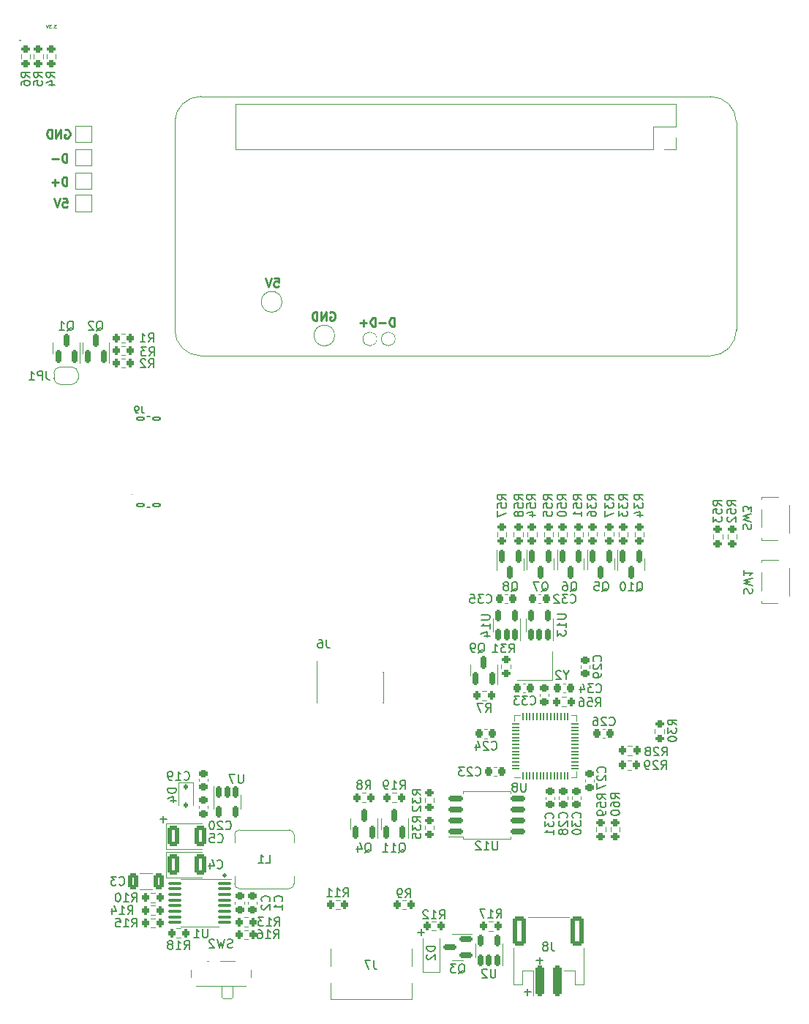
<source format=gbr>
%TF.GenerationSoftware,KiCad,Pcbnew,8.0.4*%
%TF.CreationDate,2024-10-18T18:06:38+03:00*%
%TF.ProjectId,beepy,62656570-792e-46b6-9963-61645f706362,rev?*%
%TF.SameCoordinates,Original*%
%TF.FileFunction,Legend,Bot*%
%TF.FilePolarity,Positive*%
%FSLAX46Y46*%
G04 Gerber Fmt 4.6, Leading zero omitted, Abs format (unit mm)*
G04 Created by KiCad (PCBNEW 8.0.4) date 2024-10-18 18:06:38*
%MOMM*%
%LPD*%
G01*
G04 APERTURE LIST*
G04 Aperture macros list*
%AMRoundRect*
0 Rectangle with rounded corners*
0 $1 Rounding radius*
0 $2 $3 $4 $5 $6 $7 $8 $9 X,Y pos of 4 corners*
0 Add a 4 corners polygon primitive as box body*
4,1,4,$2,$3,$4,$5,$6,$7,$8,$9,$2,$3,0*
0 Add four circle primitives for the rounded corners*
1,1,$1+$1,$2,$3*
1,1,$1+$1,$4,$5*
1,1,$1+$1,$6,$7*
1,1,$1+$1,$8,$9*
0 Add four rect primitives between the rounded corners*
20,1,$1+$1,$2,$3,$4,$5,0*
20,1,$1+$1,$4,$5,$6,$7,0*
20,1,$1+$1,$6,$7,$8,$9,0*
20,1,$1+$1,$8,$9,$2,$3,0*%
%AMFreePoly0*
4,1,19,0.500000,-0.750000,0.000000,-0.750000,0.000000,-0.744911,-0.071157,-0.744911,-0.207708,-0.704816,-0.327430,-0.627875,-0.420627,-0.520320,-0.479746,-0.390866,-0.500000,-0.250000,-0.500000,0.250000,-0.479746,0.390866,-0.420627,0.520320,-0.327430,0.627875,-0.207708,0.704816,-0.071157,0.744911,0.000000,0.744911,0.000000,0.750000,0.500000,0.750000,0.500000,-0.750000,0.500000,-0.750000,
$1*%
%AMFreePoly1*
4,1,19,0.000000,0.744911,0.071157,0.744911,0.207708,0.704816,0.327430,0.627875,0.420627,0.520320,0.479746,0.390866,0.500000,0.250000,0.500000,-0.250000,0.479746,-0.390866,0.420627,-0.520320,0.327430,-0.627875,0.207708,-0.704816,0.071157,-0.744911,0.000000,-0.744911,0.000000,-0.750000,-0.500000,-0.750000,-0.500000,0.750000,0.000000,0.750000,0.000000,0.744911,0.000000,0.744911,
$1*%
G04 Aperture macros list end*
%ADD10C,0.100000*%
%ADD11C,0.150000*%
%ADD12C,0.250000*%
%ADD13C,0.200000*%
%ADD14C,0.300000*%
%ADD15C,0.120000*%
%ADD16C,0.050000*%
%ADD17C,0.127000*%
%ADD18C,0.000000*%
%ADD19C,0.010000*%
%ADD20R,1.700000X1.700000*%
%ADD21O,1.700000X1.700000*%
%ADD22C,2.500000*%
%ADD23C,2.200000*%
%ADD24C,2.700000*%
%ADD25RoundRect,0.200000X0.200000X0.275000X-0.200000X0.275000X-0.200000X-0.275000X0.200000X-0.275000X0*%
%ADD26RoundRect,0.200000X0.275000X-0.200000X0.275000X0.200000X-0.275000X0.200000X-0.275000X-0.200000X0*%
%ADD27RoundRect,0.200000X-0.275000X0.200000X-0.275000X-0.200000X0.275000X-0.200000X0.275000X0.200000X0*%
%ADD28RoundRect,0.150000X-0.150000X0.587500X-0.150000X-0.587500X0.150000X-0.587500X0.150000X0.587500X0*%
%ADD29RoundRect,0.150000X0.150000X-0.512500X0.150000X0.512500X-0.150000X0.512500X-0.150000X-0.512500X0*%
%ADD30RoundRect,0.150000X0.150000X-0.587500X0.150000X0.587500X-0.150000X0.587500X-0.150000X-0.587500X0*%
%ADD31R,2.460000X2.310000*%
%ADD32RoundRect,0.100000X0.687500X0.100000X-0.687500X0.100000X-0.687500X-0.100000X0.687500X-0.100000X0*%
%ADD33RoundRect,0.150000X-0.712500X-0.150000X0.712500X-0.150000X0.712500X0.150000X-0.712500X0.150000X0*%
%ADD34RoundRect,0.225000X0.250000X-0.225000X0.250000X0.225000X-0.250000X0.225000X-0.250000X-0.225000X0*%
%ADD35C,2.000000*%
%ADD36RoundRect,0.250000X0.325000X0.650000X-0.325000X0.650000X-0.325000X-0.650000X0.325000X-0.650000X0*%
%ADD37R,1.400000X0.800000*%
%ADD38R,1.270000X0.800000*%
%ADD39RoundRect,0.225000X-0.225000X-0.250000X0.225000X-0.250000X0.225000X0.250000X-0.225000X0.250000X0*%
%ADD40R,2.950000X3.500000*%
%ADD41R,1.500000X1.500000*%
%ADD42RoundRect,0.150000X-0.150000X0.512500X-0.150000X-0.512500X0.150000X-0.512500X0.150000X0.512500X0*%
%ADD43C,1.500000*%
%ADD44RoundRect,0.225000X-0.250000X0.225000X-0.250000X-0.225000X0.250000X-0.225000X0.250000X0.225000X0*%
%ADD45FreePoly0,0.000000*%
%ADD46FreePoly1,0.000000*%
%ADD47RoundRect,0.200000X-0.200000X-0.275000X0.200000X-0.275000X0.200000X0.275000X-0.200000X0.275000X0*%
%ADD48RoundRect,0.102000X0.375000X-0.150000X0.375000X0.150000X-0.375000X0.150000X-0.375000X-0.150000X0*%
%ADD49R,0.800000X0.700000*%
%ADD50R,1.400000X1.200000*%
%ADD51RoundRect,0.250000X-0.412500X-0.925000X0.412500X-0.925000X0.412500X0.925000X-0.412500X0.925000X0*%
%ADD52RoundRect,0.225000X0.225000X0.250000X-0.225000X0.250000X-0.225000X-0.250000X0.225000X-0.250000X0*%
%ADD53RoundRect,0.250000X-0.250000X-1.500000X0.250000X-1.500000X0.250000X1.500000X-0.250000X1.500000X0*%
%ADD54RoundRect,0.250001X-0.499999X-1.449999X0.499999X-1.449999X0.499999X1.449999X-0.499999X1.449999X0*%
%ADD55C,0.650000*%
%ADD56R,0.600000X1.450000*%
%ADD57R,0.300000X1.450000*%
%ADD58O,1.000000X1.600000*%
%ADD59O,1.000000X2.100000*%
%ADD60RoundRect,0.150000X0.587500X0.150000X-0.587500X0.150000X-0.587500X-0.150000X0.587500X-0.150000X0*%
%ADD61R,1.200000X0.900000*%
%ADD62RoundRect,0.112500X-0.112500X0.187500X-0.112500X-0.187500X0.112500X-0.187500X0.112500X0.187500X0*%
%ADD63R,1.000000X0.800000*%
%ADD64C,0.900000*%
%ADD65R,0.700000X1.500000*%
%ADD66RoundRect,0.050000X-0.387500X-0.050000X0.387500X-0.050000X0.387500X0.050000X-0.387500X0.050000X0*%
%ADD67RoundRect,0.050000X-0.050000X-0.387500X0.050000X-0.387500X0.050000X0.387500X-0.050000X0.387500X0*%
%ADD68R,3.200000X3.200000*%
%ADD69R,0.740000X2.400000*%
G04 APERTURE END LIST*
D10*
X21895000Y-49848399D02*
G75*
G02*
X18895001Y-46848399I0J2999999D01*
G01*
X80895000Y-19848399D02*
G75*
G02*
X83895001Y-22848399I0J-3000001D01*
G01*
X83895000Y-46848399D02*
G75*
G02*
X80895000Y-49848400I-3000000J-1D01*
G01*
D11*
X1036056Y-13385000D02*
G75*
G02*
X963944Y-13385000I-36056J0D01*
G01*
X963944Y-13385000D02*
G75*
G02*
X1036056Y-13385000I36056J0D01*
G01*
D10*
X21895000Y-49848399D02*
X80895000Y-49848399D01*
X18895000Y-46848399D02*
X18895000Y-22348399D01*
X83895000Y-46848399D02*
X83895000Y-22848399D01*
X18895000Y-22848399D02*
G75*
G02*
X21895000Y-19848400I3000000J-1D01*
G01*
X21895000Y-19848399D02*
X80895000Y-19848399D01*
D12*
X36873622Y-44812238D02*
X36968860Y-44764619D01*
X36968860Y-44764619D02*
X37111717Y-44764619D01*
X37111717Y-44764619D02*
X37254574Y-44812238D01*
X37254574Y-44812238D02*
X37349812Y-44907476D01*
X37349812Y-44907476D02*
X37397431Y-45002714D01*
X37397431Y-45002714D02*
X37445050Y-45193190D01*
X37445050Y-45193190D02*
X37445050Y-45336047D01*
X37445050Y-45336047D02*
X37397431Y-45526523D01*
X37397431Y-45526523D02*
X37349812Y-45621761D01*
X37349812Y-45621761D02*
X37254574Y-45717000D01*
X37254574Y-45717000D02*
X37111717Y-45764619D01*
X37111717Y-45764619D02*
X37016479Y-45764619D01*
X37016479Y-45764619D02*
X36873622Y-45717000D01*
X36873622Y-45717000D02*
X36826003Y-45669380D01*
X36826003Y-45669380D02*
X36826003Y-45336047D01*
X36826003Y-45336047D02*
X37016479Y-45336047D01*
X36397431Y-45764619D02*
X36397431Y-44764619D01*
X36397431Y-44764619D02*
X35826003Y-45764619D01*
X35826003Y-45764619D02*
X35826003Y-44764619D01*
X35349812Y-45764619D02*
X35349812Y-44764619D01*
X35349812Y-44764619D02*
X35111717Y-44764619D01*
X35111717Y-44764619D02*
X34968860Y-44812238D01*
X34968860Y-44812238D02*
X34873622Y-44907476D01*
X34873622Y-44907476D02*
X34826003Y-45002714D01*
X34826003Y-45002714D02*
X34778384Y-45193190D01*
X34778384Y-45193190D02*
X34778384Y-45336047D01*
X34778384Y-45336047D02*
X34826003Y-45526523D01*
X34826003Y-45526523D02*
X34873622Y-45621761D01*
X34873622Y-45621761D02*
X34968860Y-45717000D01*
X34968860Y-45717000D02*
X35111717Y-45764619D01*
X35111717Y-45764619D02*
X35349812Y-45764619D01*
X42107431Y-46444619D02*
X42107431Y-45444619D01*
X42107431Y-45444619D02*
X41869336Y-45444619D01*
X41869336Y-45444619D02*
X41726479Y-45492238D01*
X41726479Y-45492238D02*
X41631241Y-45587476D01*
X41631241Y-45587476D02*
X41583622Y-45682714D01*
X41583622Y-45682714D02*
X41536003Y-45873190D01*
X41536003Y-45873190D02*
X41536003Y-46016047D01*
X41536003Y-46016047D02*
X41583622Y-46206523D01*
X41583622Y-46206523D02*
X41631241Y-46301761D01*
X41631241Y-46301761D02*
X41726479Y-46397000D01*
X41726479Y-46397000D02*
X41869336Y-46444619D01*
X41869336Y-46444619D02*
X42107431Y-46444619D01*
X41107431Y-46063666D02*
X40345527Y-46063666D01*
X40726479Y-46444619D02*
X40726479Y-45682714D01*
D13*
X60759048Y-119811266D02*
X61520953Y-119811266D01*
X61140000Y-120192219D02*
X61140000Y-119430314D01*
D12*
X44297431Y-46424619D02*
X44297431Y-45424619D01*
X44297431Y-45424619D02*
X44059336Y-45424619D01*
X44059336Y-45424619D02*
X43916479Y-45472238D01*
X43916479Y-45472238D02*
X43821241Y-45567476D01*
X43821241Y-45567476D02*
X43773622Y-45662714D01*
X43773622Y-45662714D02*
X43726003Y-45853190D01*
X43726003Y-45853190D02*
X43726003Y-45996047D01*
X43726003Y-45996047D02*
X43773622Y-46186523D01*
X43773622Y-46186523D02*
X43821241Y-46281761D01*
X43821241Y-46281761D02*
X43916479Y-46377000D01*
X43916479Y-46377000D02*
X44059336Y-46424619D01*
X44059336Y-46424619D02*
X44297431Y-46424619D01*
X43297431Y-46043666D02*
X42535527Y-46043666D01*
X6397431Y-27464619D02*
X6397431Y-26464619D01*
X6397431Y-26464619D02*
X6159336Y-26464619D01*
X6159336Y-26464619D02*
X6016479Y-26512238D01*
X6016479Y-26512238D02*
X5921241Y-26607476D01*
X5921241Y-26607476D02*
X5873622Y-26702714D01*
X5873622Y-26702714D02*
X5826003Y-26893190D01*
X5826003Y-26893190D02*
X5826003Y-27036047D01*
X5826003Y-27036047D02*
X5873622Y-27226523D01*
X5873622Y-27226523D02*
X5921241Y-27321761D01*
X5921241Y-27321761D02*
X6016479Y-27417000D01*
X6016479Y-27417000D02*
X6159336Y-27464619D01*
X6159336Y-27464619D02*
X6397431Y-27464619D01*
X5397431Y-27083666D02*
X4635527Y-27083666D01*
X30401003Y-40864619D02*
X30877193Y-40864619D01*
X30877193Y-40864619D02*
X30924812Y-41340809D01*
X30924812Y-41340809D02*
X30877193Y-41293190D01*
X30877193Y-41293190D02*
X30781955Y-41245571D01*
X30781955Y-41245571D02*
X30543860Y-41245571D01*
X30543860Y-41245571D02*
X30448622Y-41293190D01*
X30448622Y-41293190D02*
X30401003Y-41340809D01*
X30401003Y-41340809D02*
X30353384Y-41436047D01*
X30353384Y-41436047D02*
X30353384Y-41674142D01*
X30353384Y-41674142D02*
X30401003Y-41769380D01*
X30401003Y-41769380D02*
X30448622Y-41817000D01*
X30448622Y-41817000D02*
X30543860Y-41864619D01*
X30543860Y-41864619D02*
X30781955Y-41864619D01*
X30781955Y-41864619D02*
X30877193Y-41817000D01*
X30877193Y-41817000D02*
X30924812Y-41769380D01*
X30067669Y-40864619D02*
X29734336Y-41864619D01*
X29734336Y-41864619D02*
X29401003Y-40864619D01*
X6397431Y-30164619D02*
X6397431Y-29164619D01*
X6397431Y-29164619D02*
X6159336Y-29164619D01*
X6159336Y-29164619D02*
X6016479Y-29212238D01*
X6016479Y-29212238D02*
X5921241Y-29307476D01*
X5921241Y-29307476D02*
X5873622Y-29402714D01*
X5873622Y-29402714D02*
X5826003Y-29593190D01*
X5826003Y-29593190D02*
X5826003Y-29736047D01*
X5826003Y-29736047D02*
X5873622Y-29926523D01*
X5873622Y-29926523D02*
X5921241Y-30021761D01*
X5921241Y-30021761D02*
X6016479Y-30117000D01*
X6016479Y-30117000D02*
X6159336Y-30164619D01*
X6159336Y-30164619D02*
X6397431Y-30164619D01*
X5397431Y-29783666D02*
X4635527Y-29783666D01*
X5016479Y-30164619D02*
X5016479Y-29402714D01*
D13*
X47019048Y-116541266D02*
X47780953Y-116541266D01*
X47400000Y-116922219D02*
X47400000Y-116160314D01*
D12*
X6173622Y-23712238D02*
X6268860Y-23664619D01*
X6268860Y-23664619D02*
X6411717Y-23664619D01*
X6411717Y-23664619D02*
X6554574Y-23712238D01*
X6554574Y-23712238D02*
X6649812Y-23807476D01*
X6649812Y-23807476D02*
X6697431Y-23902714D01*
X6697431Y-23902714D02*
X6745050Y-24093190D01*
X6745050Y-24093190D02*
X6745050Y-24236047D01*
X6745050Y-24236047D02*
X6697431Y-24426523D01*
X6697431Y-24426523D02*
X6649812Y-24521761D01*
X6649812Y-24521761D02*
X6554574Y-24617000D01*
X6554574Y-24617000D02*
X6411717Y-24664619D01*
X6411717Y-24664619D02*
X6316479Y-24664619D01*
X6316479Y-24664619D02*
X6173622Y-24617000D01*
X6173622Y-24617000D02*
X6126003Y-24569380D01*
X6126003Y-24569380D02*
X6126003Y-24236047D01*
X6126003Y-24236047D02*
X6316479Y-24236047D01*
X5697431Y-24664619D02*
X5697431Y-23664619D01*
X5697431Y-23664619D02*
X5126003Y-24664619D01*
X5126003Y-24664619D02*
X5126003Y-23664619D01*
X4649812Y-24664619D02*
X4649812Y-23664619D01*
X4649812Y-23664619D02*
X4411717Y-23664619D01*
X4411717Y-23664619D02*
X4268860Y-23712238D01*
X4268860Y-23712238D02*
X4173622Y-23807476D01*
X4173622Y-23807476D02*
X4126003Y-23902714D01*
X4126003Y-23902714D02*
X4078384Y-24093190D01*
X4078384Y-24093190D02*
X4078384Y-24236047D01*
X4078384Y-24236047D02*
X4126003Y-24426523D01*
X4126003Y-24426523D02*
X4173622Y-24521761D01*
X4173622Y-24521761D02*
X4268860Y-24617000D01*
X4268860Y-24617000D02*
X4411717Y-24664619D01*
X4411717Y-24664619D02*
X4649812Y-24664619D01*
X5921241Y-31664619D02*
X6397431Y-31664619D01*
X6397431Y-31664619D02*
X6445050Y-32140809D01*
X6445050Y-32140809D02*
X6397431Y-32093190D01*
X6397431Y-32093190D02*
X6302193Y-32045571D01*
X6302193Y-32045571D02*
X6064098Y-32045571D01*
X6064098Y-32045571D02*
X5968860Y-32093190D01*
X5968860Y-32093190D02*
X5921241Y-32140809D01*
X5921241Y-32140809D02*
X5873622Y-32236047D01*
X5873622Y-32236047D02*
X5873622Y-32474142D01*
X5873622Y-32474142D02*
X5921241Y-32569380D01*
X5921241Y-32569380D02*
X5968860Y-32617000D01*
X5968860Y-32617000D02*
X6064098Y-32664619D01*
X6064098Y-32664619D02*
X6302193Y-32664619D01*
X6302193Y-32664619D02*
X6397431Y-32617000D01*
X6397431Y-32617000D02*
X6445050Y-32569380D01*
X5587907Y-31664619D02*
X5254574Y-32664619D01*
X5254574Y-32664619D02*
X4921241Y-31664619D01*
D10*
X5177068Y-11545847D02*
X4929449Y-11545847D01*
X4929449Y-11545847D02*
X5062782Y-11698228D01*
X5062782Y-11698228D02*
X5005639Y-11698228D01*
X5005639Y-11698228D02*
X4967544Y-11717276D01*
X4967544Y-11717276D02*
X4948496Y-11736323D01*
X4948496Y-11736323D02*
X4929449Y-11774419D01*
X4929449Y-11774419D02*
X4929449Y-11869657D01*
X4929449Y-11869657D02*
X4948496Y-11907752D01*
X4948496Y-11907752D02*
X4967544Y-11926800D01*
X4967544Y-11926800D02*
X5005639Y-11945847D01*
X5005639Y-11945847D02*
X5119925Y-11945847D01*
X5119925Y-11945847D02*
X5158020Y-11926800D01*
X5158020Y-11926800D02*
X5177068Y-11907752D01*
X4758020Y-11907752D02*
X4738973Y-11926800D01*
X4738973Y-11926800D02*
X4758020Y-11945847D01*
X4758020Y-11945847D02*
X4777068Y-11926800D01*
X4777068Y-11926800D02*
X4758020Y-11907752D01*
X4758020Y-11907752D02*
X4758020Y-11945847D01*
X4605640Y-11545847D02*
X4358021Y-11545847D01*
X4358021Y-11545847D02*
X4491354Y-11698228D01*
X4491354Y-11698228D02*
X4434211Y-11698228D01*
X4434211Y-11698228D02*
X4396116Y-11717276D01*
X4396116Y-11717276D02*
X4377068Y-11736323D01*
X4377068Y-11736323D02*
X4358021Y-11774419D01*
X4358021Y-11774419D02*
X4358021Y-11869657D01*
X4358021Y-11869657D02*
X4377068Y-11907752D01*
X4377068Y-11907752D02*
X4396116Y-11926800D01*
X4396116Y-11926800D02*
X4434211Y-11945847D01*
X4434211Y-11945847D02*
X4548497Y-11945847D01*
X4548497Y-11945847D02*
X4586592Y-11926800D01*
X4586592Y-11926800D02*
X4605640Y-11907752D01*
X4243735Y-11545847D02*
X4110402Y-11945847D01*
X4110402Y-11945847D02*
X3977069Y-11545847D01*
D14*
X24649999Y-109865471D02*
X24721428Y-109936900D01*
X24721428Y-109936900D02*
X24649999Y-110008328D01*
X24649999Y-110008328D02*
X24578571Y-109936900D01*
X24578571Y-109936900D02*
X24649999Y-109865471D01*
X24649999Y-109865471D02*
X24649999Y-110008328D01*
D13*
X59349048Y-123441266D02*
X60110953Y-123441266D01*
X59730000Y-123822219D02*
X59730000Y-123060314D01*
X17199048Y-103441266D02*
X17960953Y-103441266D01*
X17580000Y-103822219D02*
X17580000Y-103060314D01*
D11*
X15845416Y-48254819D02*
X16178749Y-47778628D01*
X16416844Y-48254819D02*
X16416844Y-47254819D01*
X16416844Y-47254819D02*
X16035892Y-47254819D01*
X16035892Y-47254819D02*
X15940654Y-47302438D01*
X15940654Y-47302438D02*
X15893035Y-47350057D01*
X15893035Y-47350057D02*
X15845416Y-47445295D01*
X15845416Y-47445295D02*
X15845416Y-47588152D01*
X15845416Y-47588152D02*
X15893035Y-47683390D01*
X15893035Y-47683390D02*
X15940654Y-47731009D01*
X15940654Y-47731009D02*
X16035892Y-47778628D01*
X16035892Y-47778628D02*
X16416844Y-47778628D01*
X14893035Y-48254819D02*
X15464463Y-48254819D01*
X15178749Y-48254819D02*
X15178749Y-47254819D01*
X15178749Y-47254819D02*
X15273987Y-47397676D01*
X15273987Y-47397676D02*
X15369225Y-47492914D01*
X15369225Y-47492914D02*
X15464463Y-47540533D01*
X60654819Y-66507142D02*
X60178628Y-66173809D01*
X60654819Y-65935714D02*
X59654819Y-65935714D01*
X59654819Y-65935714D02*
X59654819Y-66316666D01*
X59654819Y-66316666D02*
X59702438Y-66411904D01*
X59702438Y-66411904D02*
X59750057Y-66459523D01*
X59750057Y-66459523D02*
X59845295Y-66507142D01*
X59845295Y-66507142D02*
X59988152Y-66507142D01*
X59988152Y-66507142D02*
X60083390Y-66459523D01*
X60083390Y-66459523D02*
X60131009Y-66411904D01*
X60131009Y-66411904D02*
X60178628Y-66316666D01*
X60178628Y-66316666D02*
X60178628Y-65935714D01*
X59654819Y-67411904D02*
X59654819Y-66935714D01*
X59654819Y-66935714D02*
X60131009Y-66888095D01*
X60131009Y-66888095D02*
X60083390Y-66935714D01*
X60083390Y-66935714D02*
X60035771Y-67030952D01*
X60035771Y-67030952D02*
X60035771Y-67269047D01*
X60035771Y-67269047D02*
X60083390Y-67364285D01*
X60083390Y-67364285D02*
X60131009Y-67411904D01*
X60131009Y-67411904D02*
X60226247Y-67459523D01*
X60226247Y-67459523D02*
X60464342Y-67459523D01*
X60464342Y-67459523D02*
X60559580Y-67411904D01*
X60559580Y-67411904D02*
X60607200Y-67364285D01*
X60607200Y-67364285D02*
X60654819Y-67269047D01*
X60654819Y-67269047D02*
X60654819Y-67030952D01*
X60654819Y-67030952D02*
X60607200Y-66935714D01*
X60607200Y-66935714D02*
X60559580Y-66888095D01*
X59988152Y-68316666D02*
X60654819Y-68316666D01*
X59607200Y-68078571D02*
X60321485Y-67840476D01*
X60321485Y-67840476D02*
X60321485Y-68459523D01*
X47374819Y-100607142D02*
X46898628Y-100273809D01*
X47374819Y-100035714D02*
X46374819Y-100035714D01*
X46374819Y-100035714D02*
X46374819Y-100416666D01*
X46374819Y-100416666D02*
X46422438Y-100511904D01*
X46422438Y-100511904D02*
X46470057Y-100559523D01*
X46470057Y-100559523D02*
X46565295Y-100607142D01*
X46565295Y-100607142D02*
X46708152Y-100607142D01*
X46708152Y-100607142D02*
X46803390Y-100559523D01*
X46803390Y-100559523D02*
X46851009Y-100511904D01*
X46851009Y-100511904D02*
X46898628Y-100416666D01*
X46898628Y-100416666D02*
X46898628Y-100035714D01*
X46374819Y-100940476D02*
X46374819Y-101559523D01*
X46374819Y-101559523D02*
X46755771Y-101226190D01*
X46755771Y-101226190D02*
X46755771Y-101369047D01*
X46755771Y-101369047D02*
X46803390Y-101464285D01*
X46803390Y-101464285D02*
X46851009Y-101511904D01*
X46851009Y-101511904D02*
X46946247Y-101559523D01*
X46946247Y-101559523D02*
X47184342Y-101559523D01*
X47184342Y-101559523D02*
X47279580Y-101511904D01*
X47279580Y-101511904D02*
X47327200Y-101464285D01*
X47327200Y-101464285D02*
X47374819Y-101369047D01*
X47374819Y-101369047D02*
X47374819Y-101083333D01*
X47374819Y-101083333D02*
X47327200Y-100988095D01*
X47327200Y-100988095D02*
X47279580Y-100940476D01*
X46470057Y-101940476D02*
X46422438Y-101988095D01*
X46422438Y-101988095D02*
X46374819Y-102083333D01*
X46374819Y-102083333D02*
X46374819Y-102321428D01*
X46374819Y-102321428D02*
X46422438Y-102416666D01*
X46422438Y-102416666D02*
X46470057Y-102464285D01*
X46470057Y-102464285D02*
X46565295Y-102511904D01*
X46565295Y-102511904D02*
X46660533Y-102511904D01*
X46660533Y-102511904D02*
X46803390Y-102464285D01*
X46803390Y-102464285D02*
X47374819Y-101892857D01*
X47374819Y-101892857D02*
X47374819Y-102511904D01*
X57845238Y-77100057D02*
X57940476Y-77052438D01*
X57940476Y-77052438D02*
X58035714Y-76957200D01*
X58035714Y-76957200D02*
X58178571Y-76814342D01*
X58178571Y-76814342D02*
X58273809Y-76766723D01*
X58273809Y-76766723D02*
X58369047Y-76766723D01*
X58321428Y-77004819D02*
X58416666Y-76957200D01*
X58416666Y-76957200D02*
X58511904Y-76861961D01*
X58511904Y-76861961D02*
X58559523Y-76671485D01*
X58559523Y-76671485D02*
X58559523Y-76338152D01*
X58559523Y-76338152D02*
X58511904Y-76147676D01*
X58511904Y-76147676D02*
X58416666Y-76052438D01*
X58416666Y-76052438D02*
X58321428Y-76004819D01*
X58321428Y-76004819D02*
X58130952Y-76004819D01*
X58130952Y-76004819D02*
X58035714Y-76052438D01*
X58035714Y-76052438D02*
X57940476Y-76147676D01*
X57940476Y-76147676D02*
X57892857Y-76338152D01*
X57892857Y-76338152D02*
X57892857Y-76671485D01*
X57892857Y-76671485D02*
X57940476Y-76861961D01*
X57940476Y-76861961D02*
X58035714Y-76957200D01*
X58035714Y-76957200D02*
X58130952Y-77004819D01*
X58130952Y-77004819D02*
X58321428Y-77004819D01*
X57321428Y-76433390D02*
X57416666Y-76385771D01*
X57416666Y-76385771D02*
X57464285Y-76338152D01*
X57464285Y-76338152D02*
X57511904Y-76242914D01*
X57511904Y-76242914D02*
X57511904Y-76195295D01*
X57511904Y-76195295D02*
X57464285Y-76100057D01*
X57464285Y-76100057D02*
X57416666Y-76052438D01*
X57416666Y-76052438D02*
X57321428Y-76004819D01*
X57321428Y-76004819D02*
X57130952Y-76004819D01*
X57130952Y-76004819D02*
X57035714Y-76052438D01*
X57035714Y-76052438D02*
X56988095Y-76100057D01*
X56988095Y-76100057D02*
X56940476Y-76195295D01*
X56940476Y-76195295D02*
X56940476Y-76242914D01*
X56940476Y-76242914D02*
X56988095Y-76338152D01*
X56988095Y-76338152D02*
X57035714Y-76385771D01*
X57035714Y-76385771D02*
X57130952Y-76433390D01*
X57130952Y-76433390D02*
X57321428Y-76433390D01*
X57321428Y-76433390D02*
X57416666Y-76481009D01*
X57416666Y-76481009D02*
X57464285Y-76528628D01*
X57464285Y-76528628D02*
X57511904Y-76623866D01*
X57511904Y-76623866D02*
X57511904Y-76814342D01*
X57511904Y-76814342D02*
X57464285Y-76909580D01*
X57464285Y-76909580D02*
X57416666Y-76957200D01*
X57416666Y-76957200D02*
X57321428Y-77004819D01*
X57321428Y-77004819D02*
X57130952Y-77004819D01*
X57130952Y-77004819D02*
X57035714Y-76957200D01*
X57035714Y-76957200D02*
X56988095Y-76909580D01*
X56988095Y-76909580D02*
X56940476Y-76814342D01*
X56940476Y-76814342D02*
X56940476Y-76623866D01*
X56940476Y-76623866D02*
X56988095Y-76528628D01*
X56988095Y-76528628D02*
X57035714Y-76481009D01*
X57035714Y-76481009D02*
X57130952Y-76433390D01*
X54354819Y-79811905D02*
X55164342Y-79811905D01*
X55164342Y-79811905D02*
X55259580Y-79859524D01*
X55259580Y-79859524D02*
X55307200Y-79907143D01*
X55307200Y-79907143D02*
X55354819Y-80002381D01*
X55354819Y-80002381D02*
X55354819Y-80192857D01*
X55354819Y-80192857D02*
X55307200Y-80288095D01*
X55307200Y-80288095D02*
X55259580Y-80335714D01*
X55259580Y-80335714D02*
X55164342Y-80383333D01*
X55164342Y-80383333D02*
X54354819Y-80383333D01*
X55354819Y-81383333D02*
X55354819Y-80811905D01*
X55354819Y-81097619D02*
X54354819Y-81097619D01*
X54354819Y-81097619D02*
X54497676Y-81002381D01*
X54497676Y-81002381D02*
X54592914Y-80907143D01*
X54592914Y-80907143D02*
X54640533Y-80811905D01*
X54688152Y-82240476D02*
X55354819Y-82240476D01*
X54307200Y-82002381D02*
X55021485Y-81764286D01*
X55021485Y-81764286D02*
X55021485Y-82383333D01*
X40882738Y-107300057D02*
X40977976Y-107252438D01*
X40977976Y-107252438D02*
X41073214Y-107157200D01*
X41073214Y-107157200D02*
X41216071Y-107014342D01*
X41216071Y-107014342D02*
X41311309Y-106966723D01*
X41311309Y-106966723D02*
X41406547Y-106966723D01*
X41358928Y-107204819D02*
X41454166Y-107157200D01*
X41454166Y-107157200D02*
X41549404Y-107061961D01*
X41549404Y-107061961D02*
X41597023Y-106871485D01*
X41597023Y-106871485D02*
X41597023Y-106538152D01*
X41597023Y-106538152D02*
X41549404Y-106347676D01*
X41549404Y-106347676D02*
X41454166Y-106252438D01*
X41454166Y-106252438D02*
X41358928Y-106204819D01*
X41358928Y-106204819D02*
X41168452Y-106204819D01*
X41168452Y-106204819D02*
X41073214Y-106252438D01*
X41073214Y-106252438D02*
X40977976Y-106347676D01*
X40977976Y-106347676D02*
X40930357Y-106538152D01*
X40930357Y-106538152D02*
X40930357Y-106871485D01*
X40930357Y-106871485D02*
X40977976Y-107061961D01*
X40977976Y-107061961D02*
X41073214Y-107157200D01*
X41073214Y-107157200D02*
X41168452Y-107204819D01*
X41168452Y-107204819D02*
X41358928Y-107204819D01*
X40073214Y-106538152D02*
X40073214Y-107204819D01*
X40311309Y-106157200D02*
X40549404Y-106871485D01*
X40549404Y-106871485D02*
X39930357Y-106871485D01*
X22701904Y-116154819D02*
X22701904Y-116964342D01*
X22701904Y-116964342D02*
X22654285Y-117059580D01*
X22654285Y-117059580D02*
X22606666Y-117107200D01*
X22606666Y-117107200D02*
X22511428Y-117154819D01*
X22511428Y-117154819D02*
X22320952Y-117154819D01*
X22320952Y-117154819D02*
X22225714Y-117107200D01*
X22225714Y-117107200D02*
X22178095Y-117059580D01*
X22178095Y-117059580D02*
X22130476Y-116964342D01*
X22130476Y-116964342D02*
X22130476Y-116154819D01*
X21130476Y-117154819D02*
X21701904Y-117154819D01*
X21416190Y-117154819D02*
X21416190Y-116154819D01*
X21416190Y-116154819D02*
X21511428Y-116297676D01*
X21511428Y-116297676D02*
X21606666Y-116392914D01*
X21606666Y-116392914D02*
X21701904Y-116440533D01*
X69654819Y-66507142D02*
X69178628Y-66173809D01*
X69654819Y-65935714D02*
X68654819Y-65935714D01*
X68654819Y-65935714D02*
X68654819Y-66316666D01*
X68654819Y-66316666D02*
X68702438Y-66411904D01*
X68702438Y-66411904D02*
X68750057Y-66459523D01*
X68750057Y-66459523D02*
X68845295Y-66507142D01*
X68845295Y-66507142D02*
X68988152Y-66507142D01*
X68988152Y-66507142D02*
X69083390Y-66459523D01*
X69083390Y-66459523D02*
X69131009Y-66411904D01*
X69131009Y-66411904D02*
X69178628Y-66316666D01*
X69178628Y-66316666D02*
X69178628Y-65935714D01*
X68654819Y-66840476D02*
X68654819Y-67459523D01*
X68654819Y-67459523D02*
X69035771Y-67126190D01*
X69035771Y-67126190D02*
X69035771Y-67269047D01*
X69035771Y-67269047D02*
X69083390Y-67364285D01*
X69083390Y-67364285D02*
X69131009Y-67411904D01*
X69131009Y-67411904D02*
X69226247Y-67459523D01*
X69226247Y-67459523D02*
X69464342Y-67459523D01*
X69464342Y-67459523D02*
X69559580Y-67411904D01*
X69559580Y-67411904D02*
X69607200Y-67364285D01*
X69607200Y-67364285D02*
X69654819Y-67269047D01*
X69654819Y-67269047D02*
X69654819Y-66983333D01*
X69654819Y-66983333D02*
X69607200Y-66888095D01*
X69607200Y-66888095D02*
X69559580Y-66840476D01*
X68654819Y-67792857D02*
X68654819Y-68459523D01*
X68654819Y-68459523D02*
X69654819Y-68030952D01*
X67654819Y-66507142D02*
X67178628Y-66173809D01*
X67654819Y-65935714D02*
X66654819Y-65935714D01*
X66654819Y-65935714D02*
X66654819Y-66316666D01*
X66654819Y-66316666D02*
X66702438Y-66411904D01*
X66702438Y-66411904D02*
X66750057Y-66459523D01*
X66750057Y-66459523D02*
X66845295Y-66507142D01*
X66845295Y-66507142D02*
X66988152Y-66507142D01*
X66988152Y-66507142D02*
X67083390Y-66459523D01*
X67083390Y-66459523D02*
X67131009Y-66411904D01*
X67131009Y-66411904D02*
X67178628Y-66316666D01*
X67178628Y-66316666D02*
X67178628Y-65935714D01*
X66654819Y-66840476D02*
X66654819Y-67459523D01*
X66654819Y-67459523D02*
X67035771Y-67126190D01*
X67035771Y-67126190D02*
X67035771Y-67269047D01*
X67035771Y-67269047D02*
X67083390Y-67364285D01*
X67083390Y-67364285D02*
X67131009Y-67411904D01*
X67131009Y-67411904D02*
X67226247Y-67459523D01*
X67226247Y-67459523D02*
X67464342Y-67459523D01*
X67464342Y-67459523D02*
X67559580Y-67411904D01*
X67559580Y-67411904D02*
X67607200Y-67364285D01*
X67607200Y-67364285D02*
X67654819Y-67269047D01*
X67654819Y-67269047D02*
X67654819Y-66983333D01*
X67654819Y-66983333D02*
X67607200Y-66888095D01*
X67607200Y-66888095D02*
X67559580Y-66840476D01*
X66654819Y-68316666D02*
X66654819Y-68126190D01*
X66654819Y-68126190D02*
X66702438Y-68030952D01*
X66702438Y-68030952D02*
X66750057Y-67983333D01*
X66750057Y-67983333D02*
X66892914Y-67888095D01*
X66892914Y-67888095D02*
X67083390Y-67840476D01*
X67083390Y-67840476D02*
X67464342Y-67840476D01*
X67464342Y-67840476D02*
X67559580Y-67888095D01*
X67559580Y-67888095D02*
X67607200Y-67935714D01*
X67607200Y-67935714D02*
X67654819Y-68030952D01*
X67654819Y-68030952D02*
X67654819Y-68221428D01*
X67654819Y-68221428D02*
X67607200Y-68316666D01*
X67607200Y-68316666D02*
X67559580Y-68364285D01*
X67559580Y-68364285D02*
X67464342Y-68411904D01*
X67464342Y-68411904D02*
X67226247Y-68411904D01*
X67226247Y-68411904D02*
X67131009Y-68364285D01*
X67131009Y-68364285D02*
X67083390Y-68316666D01*
X67083390Y-68316666D02*
X67035771Y-68221428D01*
X67035771Y-68221428D02*
X67035771Y-68030952D01*
X67035771Y-68030952D02*
X67083390Y-67935714D01*
X67083390Y-67935714D02*
X67131009Y-67888095D01*
X67131009Y-67888095D02*
X67226247Y-67840476D01*
X47374819Y-103757142D02*
X46898628Y-103423809D01*
X47374819Y-103185714D02*
X46374819Y-103185714D01*
X46374819Y-103185714D02*
X46374819Y-103566666D01*
X46374819Y-103566666D02*
X46422438Y-103661904D01*
X46422438Y-103661904D02*
X46470057Y-103709523D01*
X46470057Y-103709523D02*
X46565295Y-103757142D01*
X46565295Y-103757142D02*
X46708152Y-103757142D01*
X46708152Y-103757142D02*
X46803390Y-103709523D01*
X46803390Y-103709523D02*
X46851009Y-103661904D01*
X46851009Y-103661904D02*
X46898628Y-103566666D01*
X46898628Y-103566666D02*
X46898628Y-103185714D01*
X46374819Y-104090476D02*
X46374819Y-104709523D01*
X46374819Y-104709523D02*
X46755771Y-104376190D01*
X46755771Y-104376190D02*
X46755771Y-104519047D01*
X46755771Y-104519047D02*
X46803390Y-104614285D01*
X46803390Y-104614285D02*
X46851009Y-104661904D01*
X46851009Y-104661904D02*
X46946247Y-104709523D01*
X46946247Y-104709523D02*
X47184342Y-104709523D01*
X47184342Y-104709523D02*
X47279580Y-104661904D01*
X47279580Y-104661904D02*
X47327200Y-104614285D01*
X47327200Y-104614285D02*
X47374819Y-104519047D01*
X47374819Y-104519047D02*
X47374819Y-104233333D01*
X47374819Y-104233333D02*
X47327200Y-104138095D01*
X47327200Y-104138095D02*
X47279580Y-104090476D01*
X46374819Y-105614285D02*
X46374819Y-105138095D01*
X46374819Y-105138095D02*
X46851009Y-105090476D01*
X46851009Y-105090476D02*
X46803390Y-105138095D01*
X46803390Y-105138095D02*
X46755771Y-105233333D01*
X46755771Y-105233333D02*
X46755771Y-105471428D01*
X46755771Y-105471428D02*
X46803390Y-105566666D01*
X46803390Y-105566666D02*
X46851009Y-105614285D01*
X46851009Y-105614285D02*
X46946247Y-105661904D01*
X46946247Y-105661904D02*
X47184342Y-105661904D01*
X47184342Y-105661904D02*
X47279580Y-105614285D01*
X47279580Y-105614285D02*
X47327200Y-105566666D01*
X47327200Y-105566666D02*
X47374819Y-105471428D01*
X47374819Y-105471428D02*
X47374819Y-105233333D01*
X47374819Y-105233333D02*
X47327200Y-105138095D01*
X47327200Y-105138095D02*
X47279580Y-105090476D01*
X56238094Y-105999819D02*
X56238094Y-106809342D01*
X56238094Y-106809342D02*
X56190475Y-106904580D01*
X56190475Y-106904580D02*
X56142856Y-106952200D01*
X56142856Y-106952200D02*
X56047618Y-106999819D01*
X56047618Y-106999819D02*
X55857142Y-106999819D01*
X55857142Y-106999819D02*
X55761904Y-106952200D01*
X55761904Y-106952200D02*
X55714285Y-106904580D01*
X55714285Y-106904580D02*
X55666666Y-106809342D01*
X55666666Y-106809342D02*
X55666666Y-105999819D01*
X54666666Y-106999819D02*
X55238094Y-106999819D01*
X54952380Y-106999819D02*
X54952380Y-105999819D01*
X54952380Y-105999819D02*
X55047618Y-106142676D01*
X55047618Y-106142676D02*
X55142856Y-106237914D01*
X55142856Y-106237914D02*
X55238094Y-106285533D01*
X54285713Y-106095057D02*
X54238094Y-106047438D01*
X54238094Y-106047438D02*
X54142856Y-105999819D01*
X54142856Y-105999819D02*
X53904761Y-105999819D01*
X53904761Y-105999819D02*
X53809523Y-106047438D01*
X53809523Y-106047438D02*
X53761904Y-106095057D01*
X53761904Y-106095057D02*
X53714285Y-106190295D01*
X53714285Y-106190295D02*
X53714285Y-106285533D01*
X53714285Y-106285533D02*
X53761904Y-106428390D01*
X53761904Y-106428390D02*
X54333332Y-106999819D01*
X54333332Y-106999819D02*
X53714285Y-106999819D01*
X71304819Y-66507142D02*
X70828628Y-66173809D01*
X71304819Y-65935714D02*
X70304819Y-65935714D01*
X70304819Y-65935714D02*
X70304819Y-66316666D01*
X70304819Y-66316666D02*
X70352438Y-66411904D01*
X70352438Y-66411904D02*
X70400057Y-66459523D01*
X70400057Y-66459523D02*
X70495295Y-66507142D01*
X70495295Y-66507142D02*
X70638152Y-66507142D01*
X70638152Y-66507142D02*
X70733390Y-66459523D01*
X70733390Y-66459523D02*
X70781009Y-66411904D01*
X70781009Y-66411904D02*
X70828628Y-66316666D01*
X70828628Y-66316666D02*
X70828628Y-65935714D01*
X70304819Y-66840476D02*
X70304819Y-67459523D01*
X70304819Y-67459523D02*
X70685771Y-67126190D01*
X70685771Y-67126190D02*
X70685771Y-67269047D01*
X70685771Y-67269047D02*
X70733390Y-67364285D01*
X70733390Y-67364285D02*
X70781009Y-67411904D01*
X70781009Y-67411904D02*
X70876247Y-67459523D01*
X70876247Y-67459523D02*
X71114342Y-67459523D01*
X71114342Y-67459523D02*
X71209580Y-67411904D01*
X71209580Y-67411904D02*
X71257200Y-67364285D01*
X71257200Y-67364285D02*
X71304819Y-67269047D01*
X71304819Y-67269047D02*
X71304819Y-66983333D01*
X71304819Y-66983333D02*
X71257200Y-66888095D01*
X71257200Y-66888095D02*
X71209580Y-66840476D01*
X70304819Y-67792857D02*
X70304819Y-68411904D01*
X70304819Y-68411904D02*
X70685771Y-68078571D01*
X70685771Y-68078571D02*
X70685771Y-68221428D01*
X70685771Y-68221428D02*
X70733390Y-68316666D01*
X70733390Y-68316666D02*
X70781009Y-68364285D01*
X70781009Y-68364285D02*
X70876247Y-68411904D01*
X70876247Y-68411904D02*
X71114342Y-68411904D01*
X71114342Y-68411904D02*
X71209580Y-68364285D01*
X71209580Y-68364285D02*
X71257200Y-68316666D01*
X71257200Y-68316666D02*
X71304819Y-68221428D01*
X71304819Y-68221428D02*
X71304819Y-67935714D01*
X71304819Y-67935714D02*
X71257200Y-67840476D01*
X71257200Y-67840476D02*
X71209580Y-67792857D01*
X19962857Y-98839580D02*
X20010476Y-98887200D01*
X20010476Y-98887200D02*
X20153333Y-98934819D01*
X20153333Y-98934819D02*
X20248571Y-98934819D01*
X20248571Y-98934819D02*
X20391428Y-98887200D01*
X20391428Y-98887200D02*
X20486666Y-98791961D01*
X20486666Y-98791961D02*
X20534285Y-98696723D01*
X20534285Y-98696723D02*
X20581904Y-98506247D01*
X20581904Y-98506247D02*
X20581904Y-98363390D01*
X20581904Y-98363390D02*
X20534285Y-98172914D01*
X20534285Y-98172914D02*
X20486666Y-98077676D01*
X20486666Y-98077676D02*
X20391428Y-97982438D01*
X20391428Y-97982438D02*
X20248571Y-97934819D01*
X20248571Y-97934819D02*
X20153333Y-97934819D01*
X20153333Y-97934819D02*
X20010476Y-97982438D01*
X20010476Y-97982438D02*
X19962857Y-98030057D01*
X19010476Y-98934819D02*
X19581904Y-98934819D01*
X19296190Y-98934819D02*
X19296190Y-97934819D01*
X19296190Y-97934819D02*
X19391428Y-98077676D01*
X19391428Y-98077676D02*
X19486666Y-98172914D01*
X19486666Y-98172914D02*
X19581904Y-98220533D01*
X18534285Y-98934819D02*
X18343809Y-98934819D01*
X18343809Y-98934819D02*
X18248571Y-98887200D01*
X18248571Y-98887200D02*
X18200952Y-98839580D01*
X18200952Y-98839580D02*
X18105714Y-98696723D01*
X18105714Y-98696723D02*
X18058095Y-98506247D01*
X18058095Y-98506247D02*
X18058095Y-98125295D01*
X18058095Y-98125295D02*
X18105714Y-98030057D01*
X18105714Y-98030057D02*
X18153333Y-97982438D01*
X18153333Y-97982438D02*
X18248571Y-97934819D01*
X18248571Y-97934819D02*
X18439047Y-97934819D01*
X18439047Y-97934819D02*
X18534285Y-97982438D01*
X18534285Y-97982438D02*
X18581904Y-98030057D01*
X18581904Y-98030057D02*
X18629523Y-98125295D01*
X18629523Y-98125295D02*
X18629523Y-98363390D01*
X18629523Y-98363390D02*
X18581904Y-98458628D01*
X18581904Y-98458628D02*
X18534285Y-98506247D01*
X18534285Y-98506247D02*
X18439047Y-98553866D01*
X18439047Y-98553866D02*
X18248571Y-98553866D01*
X18248571Y-98553866D02*
X18153333Y-98506247D01*
X18153333Y-98506247D02*
X18105714Y-98458628D01*
X18105714Y-98458628D02*
X18058095Y-98363390D01*
X12456666Y-111009580D02*
X12504285Y-111057200D01*
X12504285Y-111057200D02*
X12647142Y-111104819D01*
X12647142Y-111104819D02*
X12742380Y-111104819D01*
X12742380Y-111104819D02*
X12885237Y-111057200D01*
X12885237Y-111057200D02*
X12980475Y-110961961D01*
X12980475Y-110961961D02*
X13028094Y-110866723D01*
X13028094Y-110866723D02*
X13075713Y-110676247D01*
X13075713Y-110676247D02*
X13075713Y-110533390D01*
X13075713Y-110533390D02*
X13028094Y-110342914D01*
X13028094Y-110342914D02*
X12980475Y-110247676D01*
X12980475Y-110247676D02*
X12885237Y-110152438D01*
X12885237Y-110152438D02*
X12742380Y-110104819D01*
X12742380Y-110104819D02*
X12647142Y-110104819D01*
X12647142Y-110104819D02*
X12504285Y-110152438D01*
X12504285Y-110152438D02*
X12456666Y-110200057D01*
X12123332Y-110104819D02*
X11504285Y-110104819D01*
X11504285Y-110104819D02*
X11837618Y-110485771D01*
X11837618Y-110485771D02*
X11694761Y-110485771D01*
X11694761Y-110485771D02*
X11599523Y-110533390D01*
X11599523Y-110533390D02*
X11551904Y-110581009D01*
X11551904Y-110581009D02*
X11504285Y-110676247D01*
X11504285Y-110676247D02*
X11504285Y-110914342D01*
X11504285Y-110914342D02*
X11551904Y-111009580D01*
X11551904Y-111009580D02*
X11599523Y-111057200D01*
X11599523Y-111057200D02*
X11694761Y-111104819D01*
X11694761Y-111104819D02*
X11980475Y-111104819D01*
X11980475Y-111104819D02*
X12075713Y-111057200D01*
X12075713Y-111057200D02*
X12123332Y-111009580D01*
X30442857Y-115794819D02*
X30776190Y-115318628D01*
X31014285Y-115794819D02*
X31014285Y-114794819D01*
X31014285Y-114794819D02*
X30633333Y-114794819D01*
X30633333Y-114794819D02*
X30538095Y-114842438D01*
X30538095Y-114842438D02*
X30490476Y-114890057D01*
X30490476Y-114890057D02*
X30442857Y-114985295D01*
X30442857Y-114985295D02*
X30442857Y-115128152D01*
X30442857Y-115128152D02*
X30490476Y-115223390D01*
X30490476Y-115223390D02*
X30538095Y-115271009D01*
X30538095Y-115271009D02*
X30633333Y-115318628D01*
X30633333Y-115318628D02*
X31014285Y-115318628D01*
X29490476Y-115794819D02*
X30061904Y-115794819D01*
X29776190Y-115794819D02*
X29776190Y-114794819D01*
X29776190Y-114794819D02*
X29871428Y-114937676D01*
X29871428Y-114937676D02*
X29966666Y-115032914D01*
X29966666Y-115032914D02*
X30061904Y-115080533D01*
X29157142Y-114794819D02*
X28538095Y-114794819D01*
X28538095Y-114794819D02*
X28871428Y-115175771D01*
X28871428Y-115175771D02*
X28728571Y-115175771D01*
X28728571Y-115175771D02*
X28633333Y-115223390D01*
X28633333Y-115223390D02*
X28585714Y-115271009D01*
X28585714Y-115271009D02*
X28538095Y-115366247D01*
X28538095Y-115366247D02*
X28538095Y-115604342D01*
X28538095Y-115604342D02*
X28585714Y-115699580D01*
X28585714Y-115699580D02*
X28633333Y-115747200D01*
X28633333Y-115747200D02*
X28728571Y-115794819D01*
X28728571Y-115794819D02*
X29014285Y-115794819D01*
X29014285Y-115794819D02*
X29109523Y-115747200D01*
X29109523Y-115747200D02*
X29157142Y-115699580D01*
X84792800Y-77333332D02*
X84745180Y-77190475D01*
X84745180Y-77190475D02*
X84745180Y-76952380D01*
X84745180Y-76952380D02*
X84792800Y-76857142D01*
X84792800Y-76857142D02*
X84840419Y-76809523D01*
X84840419Y-76809523D02*
X84935657Y-76761904D01*
X84935657Y-76761904D02*
X85030895Y-76761904D01*
X85030895Y-76761904D02*
X85126133Y-76809523D01*
X85126133Y-76809523D02*
X85173752Y-76857142D01*
X85173752Y-76857142D02*
X85221371Y-76952380D01*
X85221371Y-76952380D02*
X85268990Y-77142856D01*
X85268990Y-77142856D02*
X85316609Y-77238094D01*
X85316609Y-77238094D02*
X85364228Y-77285713D01*
X85364228Y-77285713D02*
X85459466Y-77333332D01*
X85459466Y-77333332D02*
X85554704Y-77333332D01*
X85554704Y-77333332D02*
X85649942Y-77285713D01*
X85649942Y-77285713D02*
X85697561Y-77238094D01*
X85697561Y-77238094D02*
X85745180Y-77142856D01*
X85745180Y-77142856D02*
X85745180Y-76904761D01*
X85745180Y-76904761D02*
X85697561Y-76761904D01*
X85745180Y-76428570D02*
X84745180Y-76190475D01*
X84745180Y-76190475D02*
X85459466Y-75999999D01*
X85459466Y-75999999D02*
X84745180Y-75809523D01*
X84745180Y-75809523D02*
X85745180Y-75571428D01*
X84745180Y-74666666D02*
X84745180Y-75238094D01*
X84745180Y-74952380D02*
X85745180Y-74952380D01*
X85745180Y-74952380D02*
X85602323Y-75047618D01*
X85602323Y-75047618D02*
X85507085Y-75142856D01*
X85507085Y-75142856D02*
X85459466Y-75238094D01*
X59204819Y-66507142D02*
X58728628Y-66173809D01*
X59204819Y-65935714D02*
X58204819Y-65935714D01*
X58204819Y-65935714D02*
X58204819Y-66316666D01*
X58204819Y-66316666D02*
X58252438Y-66411904D01*
X58252438Y-66411904D02*
X58300057Y-66459523D01*
X58300057Y-66459523D02*
X58395295Y-66507142D01*
X58395295Y-66507142D02*
X58538152Y-66507142D01*
X58538152Y-66507142D02*
X58633390Y-66459523D01*
X58633390Y-66459523D02*
X58681009Y-66411904D01*
X58681009Y-66411904D02*
X58728628Y-66316666D01*
X58728628Y-66316666D02*
X58728628Y-65935714D01*
X58204819Y-67411904D02*
X58204819Y-66935714D01*
X58204819Y-66935714D02*
X58681009Y-66888095D01*
X58681009Y-66888095D02*
X58633390Y-66935714D01*
X58633390Y-66935714D02*
X58585771Y-67030952D01*
X58585771Y-67030952D02*
X58585771Y-67269047D01*
X58585771Y-67269047D02*
X58633390Y-67364285D01*
X58633390Y-67364285D02*
X58681009Y-67411904D01*
X58681009Y-67411904D02*
X58776247Y-67459523D01*
X58776247Y-67459523D02*
X59014342Y-67459523D01*
X59014342Y-67459523D02*
X59109580Y-67411904D01*
X59109580Y-67411904D02*
X59157200Y-67364285D01*
X59157200Y-67364285D02*
X59204819Y-67269047D01*
X59204819Y-67269047D02*
X59204819Y-67030952D01*
X59204819Y-67030952D02*
X59157200Y-66935714D01*
X59157200Y-66935714D02*
X59109580Y-66888095D01*
X58633390Y-68030952D02*
X58585771Y-67935714D01*
X58585771Y-67935714D02*
X58538152Y-67888095D01*
X58538152Y-67888095D02*
X58442914Y-67840476D01*
X58442914Y-67840476D02*
X58395295Y-67840476D01*
X58395295Y-67840476D02*
X58300057Y-67888095D01*
X58300057Y-67888095D02*
X58252438Y-67935714D01*
X58252438Y-67935714D02*
X58204819Y-68030952D01*
X58204819Y-68030952D02*
X58204819Y-68221428D01*
X58204819Y-68221428D02*
X58252438Y-68316666D01*
X58252438Y-68316666D02*
X58300057Y-68364285D01*
X58300057Y-68364285D02*
X58395295Y-68411904D01*
X58395295Y-68411904D02*
X58442914Y-68411904D01*
X58442914Y-68411904D02*
X58538152Y-68364285D01*
X58538152Y-68364285D02*
X58585771Y-68316666D01*
X58585771Y-68316666D02*
X58633390Y-68221428D01*
X58633390Y-68221428D02*
X58633390Y-68030952D01*
X58633390Y-68030952D02*
X58681009Y-67935714D01*
X58681009Y-67935714D02*
X58728628Y-67888095D01*
X58728628Y-67888095D02*
X58823866Y-67840476D01*
X58823866Y-67840476D02*
X59014342Y-67840476D01*
X59014342Y-67840476D02*
X59109580Y-67888095D01*
X59109580Y-67888095D02*
X59157200Y-67935714D01*
X59157200Y-67935714D02*
X59204819Y-68030952D01*
X59204819Y-68030952D02*
X59204819Y-68221428D01*
X59204819Y-68221428D02*
X59157200Y-68316666D01*
X59157200Y-68316666D02*
X59109580Y-68364285D01*
X59109580Y-68364285D02*
X59014342Y-68411904D01*
X59014342Y-68411904D02*
X58823866Y-68411904D01*
X58823866Y-68411904D02*
X58728628Y-68364285D01*
X58728628Y-68364285D02*
X58681009Y-68316666D01*
X58681009Y-68316666D02*
X58633390Y-68221428D01*
X54942857Y-78359580D02*
X54990476Y-78407200D01*
X54990476Y-78407200D02*
X55133333Y-78454819D01*
X55133333Y-78454819D02*
X55228571Y-78454819D01*
X55228571Y-78454819D02*
X55371428Y-78407200D01*
X55371428Y-78407200D02*
X55466666Y-78311961D01*
X55466666Y-78311961D02*
X55514285Y-78216723D01*
X55514285Y-78216723D02*
X55561904Y-78026247D01*
X55561904Y-78026247D02*
X55561904Y-77883390D01*
X55561904Y-77883390D02*
X55514285Y-77692914D01*
X55514285Y-77692914D02*
X55466666Y-77597676D01*
X55466666Y-77597676D02*
X55371428Y-77502438D01*
X55371428Y-77502438D02*
X55228571Y-77454819D01*
X55228571Y-77454819D02*
X55133333Y-77454819D01*
X55133333Y-77454819D02*
X54990476Y-77502438D01*
X54990476Y-77502438D02*
X54942857Y-77550057D01*
X54609523Y-77454819D02*
X53990476Y-77454819D01*
X53990476Y-77454819D02*
X54323809Y-77835771D01*
X54323809Y-77835771D02*
X54180952Y-77835771D01*
X54180952Y-77835771D02*
X54085714Y-77883390D01*
X54085714Y-77883390D02*
X54038095Y-77931009D01*
X54038095Y-77931009D02*
X53990476Y-78026247D01*
X53990476Y-78026247D02*
X53990476Y-78264342D01*
X53990476Y-78264342D02*
X54038095Y-78359580D01*
X54038095Y-78359580D02*
X54085714Y-78407200D01*
X54085714Y-78407200D02*
X54180952Y-78454819D01*
X54180952Y-78454819D02*
X54466666Y-78454819D01*
X54466666Y-78454819D02*
X54561904Y-78407200D01*
X54561904Y-78407200D02*
X54609523Y-78359580D01*
X53085714Y-77454819D02*
X53561904Y-77454819D01*
X53561904Y-77454819D02*
X53609523Y-77931009D01*
X53609523Y-77931009D02*
X53561904Y-77883390D01*
X53561904Y-77883390D02*
X53466666Y-77835771D01*
X53466666Y-77835771D02*
X53228571Y-77835771D01*
X53228571Y-77835771D02*
X53133333Y-77883390D01*
X53133333Y-77883390D02*
X53085714Y-77931009D01*
X53085714Y-77931009D02*
X53038095Y-78026247D01*
X53038095Y-78026247D02*
X53038095Y-78264342D01*
X53038095Y-78264342D02*
X53085714Y-78359580D01*
X53085714Y-78359580D02*
X53133333Y-78407200D01*
X53133333Y-78407200D02*
X53228571Y-78454819D01*
X53228571Y-78454819D02*
X53466666Y-78454819D01*
X53466666Y-78454819D02*
X53561904Y-78407200D01*
X53561904Y-78407200D02*
X53609523Y-78359580D01*
X29424166Y-108544819D02*
X29900356Y-108544819D01*
X29900356Y-108544819D02*
X29900356Y-107544819D01*
X28567023Y-108544819D02*
X29138451Y-108544819D01*
X28852737Y-108544819D02*
X28852737Y-107544819D01*
X28852737Y-107544819D02*
X28947975Y-107687676D01*
X28947975Y-107687676D02*
X29043213Y-107782914D01*
X29043213Y-107782914D02*
X29138451Y-107830533D01*
X13451667Y-114454819D02*
X13785000Y-113978628D01*
X14023095Y-114454819D02*
X14023095Y-113454819D01*
X14023095Y-113454819D02*
X13642143Y-113454819D01*
X13642143Y-113454819D02*
X13546905Y-113502438D01*
X13546905Y-113502438D02*
X13499286Y-113550057D01*
X13499286Y-113550057D02*
X13451667Y-113645295D01*
X13451667Y-113645295D02*
X13451667Y-113788152D01*
X13451667Y-113788152D02*
X13499286Y-113883390D01*
X13499286Y-113883390D02*
X13546905Y-113931009D01*
X13546905Y-113931009D02*
X13642143Y-113978628D01*
X13642143Y-113978628D02*
X14023095Y-113978628D01*
X12499286Y-114454819D02*
X13070714Y-114454819D01*
X12785000Y-114454819D02*
X12785000Y-113454819D01*
X12785000Y-113454819D02*
X12880238Y-113597676D01*
X12880238Y-113597676D02*
X12975476Y-113692914D01*
X12975476Y-113692914D02*
X13070714Y-113740533D01*
X11642143Y-113788152D02*
X11642143Y-114454819D01*
X11880238Y-113407200D02*
X12118333Y-114121485D01*
X12118333Y-114121485D02*
X11499286Y-114121485D01*
X26811904Y-98254819D02*
X26811904Y-99064342D01*
X26811904Y-99064342D02*
X26764285Y-99159580D01*
X26764285Y-99159580D02*
X26716666Y-99207200D01*
X26716666Y-99207200D02*
X26621428Y-99254819D01*
X26621428Y-99254819D02*
X26430952Y-99254819D01*
X26430952Y-99254819D02*
X26335714Y-99207200D01*
X26335714Y-99207200D02*
X26288095Y-99159580D01*
X26288095Y-99159580D02*
X26240476Y-99064342D01*
X26240476Y-99064342D02*
X26240476Y-98254819D01*
X25859523Y-98254819D02*
X25192857Y-98254819D01*
X25192857Y-98254819D02*
X25621428Y-99254819D01*
X29819580Y-112958333D02*
X29867200Y-112910714D01*
X29867200Y-112910714D02*
X29914819Y-112767857D01*
X29914819Y-112767857D02*
X29914819Y-112672619D01*
X29914819Y-112672619D02*
X29867200Y-112529762D01*
X29867200Y-112529762D02*
X29771961Y-112434524D01*
X29771961Y-112434524D02*
X29676723Y-112386905D01*
X29676723Y-112386905D02*
X29486247Y-112339286D01*
X29486247Y-112339286D02*
X29343390Y-112339286D01*
X29343390Y-112339286D02*
X29152914Y-112386905D01*
X29152914Y-112386905D02*
X29057676Y-112434524D01*
X29057676Y-112434524D02*
X28962438Y-112529762D01*
X28962438Y-112529762D02*
X28914819Y-112672619D01*
X28914819Y-112672619D02*
X28914819Y-112767857D01*
X28914819Y-112767857D02*
X28962438Y-112910714D01*
X28962438Y-112910714D02*
X29010057Y-112958333D01*
X29010057Y-113339286D02*
X28962438Y-113386905D01*
X28962438Y-113386905D02*
X28914819Y-113482143D01*
X28914819Y-113482143D02*
X28914819Y-113720238D01*
X28914819Y-113720238D02*
X28962438Y-113815476D01*
X28962438Y-113815476D02*
X29010057Y-113863095D01*
X29010057Y-113863095D02*
X29105295Y-113910714D01*
X29105295Y-113910714D02*
X29200533Y-113910714D01*
X29200533Y-113910714D02*
X29343390Y-113863095D01*
X29343390Y-113863095D02*
X29914819Y-113291667D01*
X29914819Y-113291667D02*
X29914819Y-113910714D01*
X64204819Y-66507142D02*
X63728628Y-66173809D01*
X64204819Y-65935714D02*
X63204819Y-65935714D01*
X63204819Y-65935714D02*
X63204819Y-66316666D01*
X63204819Y-66316666D02*
X63252438Y-66411904D01*
X63252438Y-66411904D02*
X63300057Y-66459523D01*
X63300057Y-66459523D02*
X63395295Y-66507142D01*
X63395295Y-66507142D02*
X63538152Y-66507142D01*
X63538152Y-66507142D02*
X63633390Y-66459523D01*
X63633390Y-66459523D02*
X63681009Y-66411904D01*
X63681009Y-66411904D02*
X63728628Y-66316666D01*
X63728628Y-66316666D02*
X63728628Y-65935714D01*
X63204819Y-67411904D02*
X63204819Y-66935714D01*
X63204819Y-66935714D02*
X63681009Y-66888095D01*
X63681009Y-66888095D02*
X63633390Y-66935714D01*
X63633390Y-66935714D02*
X63585771Y-67030952D01*
X63585771Y-67030952D02*
X63585771Y-67269047D01*
X63585771Y-67269047D02*
X63633390Y-67364285D01*
X63633390Y-67364285D02*
X63681009Y-67411904D01*
X63681009Y-67411904D02*
X63776247Y-67459523D01*
X63776247Y-67459523D02*
X64014342Y-67459523D01*
X64014342Y-67459523D02*
X64109580Y-67411904D01*
X64109580Y-67411904D02*
X64157200Y-67364285D01*
X64157200Y-67364285D02*
X64204819Y-67269047D01*
X64204819Y-67269047D02*
X64204819Y-67030952D01*
X64204819Y-67030952D02*
X64157200Y-66935714D01*
X64157200Y-66935714D02*
X64109580Y-66888095D01*
X63204819Y-68078571D02*
X63204819Y-68173809D01*
X63204819Y-68173809D02*
X63252438Y-68269047D01*
X63252438Y-68269047D02*
X63300057Y-68316666D01*
X63300057Y-68316666D02*
X63395295Y-68364285D01*
X63395295Y-68364285D02*
X63585771Y-68411904D01*
X63585771Y-68411904D02*
X63823866Y-68411904D01*
X63823866Y-68411904D02*
X64014342Y-68364285D01*
X64014342Y-68364285D02*
X64109580Y-68316666D01*
X64109580Y-68316666D02*
X64157200Y-68269047D01*
X64157200Y-68269047D02*
X64204819Y-68173809D01*
X64204819Y-68173809D02*
X64204819Y-68078571D01*
X64204819Y-68078571D02*
X64157200Y-67983333D01*
X64157200Y-67983333D02*
X64109580Y-67935714D01*
X64109580Y-67935714D02*
X64014342Y-67888095D01*
X64014342Y-67888095D02*
X63823866Y-67840476D01*
X63823866Y-67840476D02*
X63585771Y-67840476D01*
X63585771Y-67840476D02*
X63395295Y-67888095D01*
X63395295Y-67888095D02*
X63300057Y-67935714D01*
X63300057Y-67935714D02*
X63252438Y-67983333D01*
X63252438Y-67983333D02*
X63204819Y-68078571D01*
X65809580Y-103307142D02*
X65857200Y-103259523D01*
X65857200Y-103259523D02*
X65904819Y-103116666D01*
X65904819Y-103116666D02*
X65904819Y-103021428D01*
X65904819Y-103021428D02*
X65857200Y-102878571D01*
X65857200Y-102878571D02*
X65761961Y-102783333D01*
X65761961Y-102783333D02*
X65666723Y-102735714D01*
X65666723Y-102735714D02*
X65476247Y-102688095D01*
X65476247Y-102688095D02*
X65333390Y-102688095D01*
X65333390Y-102688095D02*
X65142914Y-102735714D01*
X65142914Y-102735714D02*
X65047676Y-102783333D01*
X65047676Y-102783333D02*
X64952438Y-102878571D01*
X64952438Y-102878571D02*
X64904819Y-103021428D01*
X64904819Y-103021428D02*
X64904819Y-103116666D01*
X64904819Y-103116666D02*
X64952438Y-103259523D01*
X64952438Y-103259523D02*
X65000057Y-103307142D01*
X64904819Y-103640476D02*
X64904819Y-104259523D01*
X64904819Y-104259523D02*
X65285771Y-103926190D01*
X65285771Y-103926190D02*
X65285771Y-104069047D01*
X65285771Y-104069047D02*
X65333390Y-104164285D01*
X65333390Y-104164285D02*
X65381009Y-104211904D01*
X65381009Y-104211904D02*
X65476247Y-104259523D01*
X65476247Y-104259523D02*
X65714342Y-104259523D01*
X65714342Y-104259523D02*
X65809580Y-104211904D01*
X65809580Y-104211904D02*
X65857200Y-104164285D01*
X65857200Y-104164285D02*
X65904819Y-104069047D01*
X65904819Y-104069047D02*
X65904819Y-103783333D01*
X65904819Y-103783333D02*
X65857200Y-103688095D01*
X65857200Y-103688095D02*
X65809580Y-103640476D01*
X64904819Y-104878571D02*
X64904819Y-104973809D01*
X64904819Y-104973809D02*
X64952438Y-105069047D01*
X64952438Y-105069047D02*
X65000057Y-105116666D01*
X65000057Y-105116666D02*
X65095295Y-105164285D01*
X65095295Y-105164285D02*
X65285771Y-105211904D01*
X65285771Y-105211904D02*
X65523866Y-105211904D01*
X65523866Y-105211904D02*
X65714342Y-105164285D01*
X65714342Y-105164285D02*
X65809580Y-105116666D01*
X65809580Y-105116666D02*
X65857200Y-105069047D01*
X65857200Y-105069047D02*
X65904819Y-104973809D01*
X65904819Y-104973809D02*
X65904819Y-104878571D01*
X65904819Y-104878571D02*
X65857200Y-104783333D01*
X65857200Y-104783333D02*
X65809580Y-104735714D01*
X65809580Y-104735714D02*
X65714342Y-104688095D01*
X65714342Y-104688095D02*
X65523866Y-104640476D01*
X65523866Y-104640476D02*
X65285771Y-104640476D01*
X65285771Y-104640476D02*
X65095295Y-104688095D01*
X65095295Y-104688095D02*
X65000057Y-104735714D01*
X65000057Y-104735714D02*
X64952438Y-104783333D01*
X64952438Y-104783333D02*
X64904819Y-104878571D01*
X44833928Y-107300057D02*
X44929166Y-107252438D01*
X44929166Y-107252438D02*
X45024404Y-107157200D01*
X45024404Y-107157200D02*
X45167261Y-107014342D01*
X45167261Y-107014342D02*
X45262499Y-106966723D01*
X45262499Y-106966723D02*
X45357737Y-106966723D01*
X45310118Y-107204819D02*
X45405356Y-107157200D01*
X45405356Y-107157200D02*
X45500594Y-107061961D01*
X45500594Y-107061961D02*
X45548213Y-106871485D01*
X45548213Y-106871485D02*
X45548213Y-106538152D01*
X45548213Y-106538152D02*
X45500594Y-106347676D01*
X45500594Y-106347676D02*
X45405356Y-106252438D01*
X45405356Y-106252438D02*
X45310118Y-106204819D01*
X45310118Y-106204819D02*
X45119642Y-106204819D01*
X45119642Y-106204819D02*
X45024404Y-106252438D01*
X45024404Y-106252438D02*
X44929166Y-106347676D01*
X44929166Y-106347676D02*
X44881547Y-106538152D01*
X44881547Y-106538152D02*
X44881547Y-106871485D01*
X44881547Y-106871485D02*
X44929166Y-107061961D01*
X44929166Y-107061961D02*
X45024404Y-107157200D01*
X45024404Y-107157200D02*
X45119642Y-107204819D01*
X45119642Y-107204819D02*
X45310118Y-107204819D01*
X43929166Y-107204819D02*
X44500594Y-107204819D01*
X44214880Y-107204819D02*
X44214880Y-106204819D01*
X44214880Y-106204819D02*
X44310118Y-106347676D01*
X44310118Y-106347676D02*
X44405356Y-106442914D01*
X44405356Y-106442914D02*
X44500594Y-106490533D01*
X42976785Y-107204819D02*
X43548213Y-107204819D01*
X43262499Y-107204819D02*
X43262499Y-106204819D01*
X43262499Y-106204819D02*
X43357737Y-106347676D01*
X43357737Y-106347676D02*
X43452975Y-106442914D01*
X43452975Y-106442914D02*
X43548213Y-106490533D01*
X4028333Y-51629819D02*
X4028333Y-52344104D01*
X4028333Y-52344104D02*
X4075952Y-52486961D01*
X4075952Y-52486961D02*
X4171190Y-52582200D01*
X4171190Y-52582200D02*
X4314047Y-52629819D01*
X4314047Y-52629819D02*
X4409285Y-52629819D01*
X3552142Y-52629819D02*
X3552142Y-51629819D01*
X3552142Y-51629819D02*
X3171190Y-51629819D01*
X3171190Y-51629819D02*
X3075952Y-51677438D01*
X3075952Y-51677438D02*
X3028333Y-51725057D01*
X3028333Y-51725057D02*
X2980714Y-51820295D01*
X2980714Y-51820295D02*
X2980714Y-51963152D01*
X2980714Y-51963152D02*
X3028333Y-52058390D01*
X3028333Y-52058390D02*
X3075952Y-52106009D01*
X3075952Y-52106009D02*
X3171190Y-52153628D01*
X3171190Y-52153628D02*
X3552142Y-52153628D01*
X2028333Y-52629819D02*
X2599761Y-52629819D01*
X2314047Y-52629819D02*
X2314047Y-51629819D01*
X2314047Y-51629819D02*
X2409285Y-51772676D01*
X2409285Y-51772676D02*
X2504523Y-51867914D01*
X2504523Y-51867914D02*
X2599761Y-51915533D01*
X70354819Y-101077142D02*
X69878628Y-100743809D01*
X70354819Y-100505714D02*
X69354819Y-100505714D01*
X69354819Y-100505714D02*
X69354819Y-100886666D01*
X69354819Y-100886666D02*
X69402438Y-100981904D01*
X69402438Y-100981904D02*
X69450057Y-101029523D01*
X69450057Y-101029523D02*
X69545295Y-101077142D01*
X69545295Y-101077142D02*
X69688152Y-101077142D01*
X69688152Y-101077142D02*
X69783390Y-101029523D01*
X69783390Y-101029523D02*
X69831009Y-100981904D01*
X69831009Y-100981904D02*
X69878628Y-100886666D01*
X69878628Y-100886666D02*
X69878628Y-100505714D01*
X69354819Y-101934285D02*
X69354819Y-101743809D01*
X69354819Y-101743809D02*
X69402438Y-101648571D01*
X69402438Y-101648571D02*
X69450057Y-101600952D01*
X69450057Y-101600952D02*
X69592914Y-101505714D01*
X69592914Y-101505714D02*
X69783390Y-101458095D01*
X69783390Y-101458095D02*
X70164342Y-101458095D01*
X70164342Y-101458095D02*
X70259580Y-101505714D01*
X70259580Y-101505714D02*
X70307200Y-101553333D01*
X70307200Y-101553333D02*
X70354819Y-101648571D01*
X70354819Y-101648571D02*
X70354819Y-101839047D01*
X70354819Y-101839047D02*
X70307200Y-101934285D01*
X70307200Y-101934285D02*
X70259580Y-101981904D01*
X70259580Y-101981904D02*
X70164342Y-102029523D01*
X70164342Y-102029523D02*
X69926247Y-102029523D01*
X69926247Y-102029523D02*
X69831009Y-101981904D01*
X69831009Y-101981904D02*
X69783390Y-101934285D01*
X69783390Y-101934285D02*
X69735771Y-101839047D01*
X69735771Y-101839047D02*
X69735771Y-101648571D01*
X69735771Y-101648571D02*
X69783390Y-101553333D01*
X69783390Y-101553333D02*
X69831009Y-101505714D01*
X69831009Y-101505714D02*
X69926247Y-101458095D01*
X69354819Y-102648571D02*
X69354819Y-102743809D01*
X69354819Y-102743809D02*
X69402438Y-102839047D01*
X69402438Y-102839047D02*
X69450057Y-102886666D01*
X69450057Y-102886666D02*
X69545295Y-102934285D01*
X69545295Y-102934285D02*
X69735771Y-102981904D01*
X69735771Y-102981904D02*
X69973866Y-102981904D01*
X69973866Y-102981904D02*
X70164342Y-102934285D01*
X70164342Y-102934285D02*
X70259580Y-102886666D01*
X70259580Y-102886666D02*
X70307200Y-102839047D01*
X70307200Y-102839047D02*
X70354819Y-102743809D01*
X70354819Y-102743809D02*
X70354819Y-102648571D01*
X70354819Y-102648571D02*
X70307200Y-102553333D01*
X70307200Y-102553333D02*
X70259580Y-102505714D01*
X70259580Y-102505714D02*
X70164342Y-102458095D01*
X70164342Y-102458095D02*
X69973866Y-102410476D01*
X69973866Y-102410476D02*
X69735771Y-102410476D01*
X69735771Y-102410476D02*
X69545295Y-102458095D01*
X69545295Y-102458095D02*
X69450057Y-102505714D01*
X69450057Y-102505714D02*
X69402438Y-102553333D01*
X69402438Y-102553333D02*
X69354819Y-102648571D01*
X30352857Y-117244819D02*
X30686190Y-116768628D01*
X30924285Y-117244819D02*
X30924285Y-116244819D01*
X30924285Y-116244819D02*
X30543333Y-116244819D01*
X30543333Y-116244819D02*
X30448095Y-116292438D01*
X30448095Y-116292438D02*
X30400476Y-116340057D01*
X30400476Y-116340057D02*
X30352857Y-116435295D01*
X30352857Y-116435295D02*
X30352857Y-116578152D01*
X30352857Y-116578152D02*
X30400476Y-116673390D01*
X30400476Y-116673390D02*
X30448095Y-116721009D01*
X30448095Y-116721009D02*
X30543333Y-116768628D01*
X30543333Y-116768628D02*
X30924285Y-116768628D01*
X29400476Y-117244819D02*
X29971904Y-117244819D01*
X29686190Y-117244819D02*
X29686190Y-116244819D01*
X29686190Y-116244819D02*
X29781428Y-116387676D01*
X29781428Y-116387676D02*
X29876666Y-116482914D01*
X29876666Y-116482914D02*
X29971904Y-116530533D01*
X28543333Y-116244819D02*
X28733809Y-116244819D01*
X28733809Y-116244819D02*
X28829047Y-116292438D01*
X28829047Y-116292438D02*
X28876666Y-116340057D01*
X28876666Y-116340057D02*
X28971904Y-116482914D01*
X28971904Y-116482914D02*
X29019523Y-116673390D01*
X29019523Y-116673390D02*
X29019523Y-117054342D01*
X29019523Y-117054342D02*
X28971904Y-117149580D01*
X28971904Y-117149580D02*
X28924285Y-117197200D01*
X28924285Y-117197200D02*
X28829047Y-117244819D01*
X28829047Y-117244819D02*
X28638571Y-117244819D01*
X28638571Y-117244819D02*
X28543333Y-117197200D01*
X28543333Y-117197200D02*
X28495714Y-117149580D01*
X28495714Y-117149580D02*
X28448095Y-117054342D01*
X28448095Y-117054342D02*
X28448095Y-116816247D01*
X28448095Y-116816247D02*
X28495714Y-116721009D01*
X28495714Y-116721009D02*
X28543333Y-116673390D01*
X28543333Y-116673390D02*
X28638571Y-116625771D01*
X28638571Y-116625771D02*
X28829047Y-116625771D01*
X28829047Y-116625771D02*
X28924285Y-116673390D01*
X28924285Y-116673390D02*
X28971904Y-116721009D01*
X28971904Y-116721009D02*
X29019523Y-116816247D01*
X62659580Y-103342142D02*
X62707200Y-103294523D01*
X62707200Y-103294523D02*
X62754819Y-103151666D01*
X62754819Y-103151666D02*
X62754819Y-103056428D01*
X62754819Y-103056428D02*
X62707200Y-102913571D01*
X62707200Y-102913571D02*
X62611961Y-102818333D01*
X62611961Y-102818333D02*
X62516723Y-102770714D01*
X62516723Y-102770714D02*
X62326247Y-102723095D01*
X62326247Y-102723095D02*
X62183390Y-102723095D01*
X62183390Y-102723095D02*
X61992914Y-102770714D01*
X61992914Y-102770714D02*
X61897676Y-102818333D01*
X61897676Y-102818333D02*
X61802438Y-102913571D01*
X61802438Y-102913571D02*
X61754819Y-103056428D01*
X61754819Y-103056428D02*
X61754819Y-103151666D01*
X61754819Y-103151666D02*
X61802438Y-103294523D01*
X61802438Y-103294523D02*
X61850057Y-103342142D01*
X61754819Y-103675476D02*
X61754819Y-104294523D01*
X61754819Y-104294523D02*
X62135771Y-103961190D01*
X62135771Y-103961190D02*
X62135771Y-104104047D01*
X62135771Y-104104047D02*
X62183390Y-104199285D01*
X62183390Y-104199285D02*
X62231009Y-104246904D01*
X62231009Y-104246904D02*
X62326247Y-104294523D01*
X62326247Y-104294523D02*
X62564342Y-104294523D01*
X62564342Y-104294523D02*
X62659580Y-104246904D01*
X62659580Y-104246904D02*
X62707200Y-104199285D01*
X62707200Y-104199285D02*
X62754819Y-104104047D01*
X62754819Y-104104047D02*
X62754819Y-103818333D01*
X62754819Y-103818333D02*
X62707200Y-103723095D01*
X62707200Y-103723095D02*
X62659580Y-103675476D01*
X62754819Y-105246904D02*
X62754819Y-104675476D01*
X62754819Y-104961190D02*
X61754819Y-104961190D01*
X61754819Y-104961190D02*
X61897676Y-104865952D01*
X61897676Y-104865952D02*
X61992914Y-104770714D01*
X61992914Y-104770714D02*
X62040533Y-104675476D01*
X31279580Y-112958333D02*
X31327200Y-112910714D01*
X31327200Y-112910714D02*
X31374819Y-112767857D01*
X31374819Y-112767857D02*
X31374819Y-112672619D01*
X31374819Y-112672619D02*
X31327200Y-112529762D01*
X31327200Y-112529762D02*
X31231961Y-112434524D01*
X31231961Y-112434524D02*
X31136723Y-112386905D01*
X31136723Y-112386905D02*
X30946247Y-112339286D01*
X30946247Y-112339286D02*
X30803390Y-112339286D01*
X30803390Y-112339286D02*
X30612914Y-112386905D01*
X30612914Y-112386905D02*
X30517676Y-112434524D01*
X30517676Y-112434524D02*
X30422438Y-112529762D01*
X30422438Y-112529762D02*
X30374819Y-112672619D01*
X30374819Y-112672619D02*
X30374819Y-112767857D01*
X30374819Y-112767857D02*
X30422438Y-112910714D01*
X30422438Y-112910714D02*
X30470057Y-112958333D01*
X31374819Y-113910714D02*
X31374819Y-113339286D01*
X31374819Y-113625000D02*
X30374819Y-113625000D01*
X30374819Y-113625000D02*
X30517676Y-113529762D01*
X30517676Y-113529762D02*
X30612914Y-113434524D01*
X30612914Y-113434524D02*
X30660533Y-113339286D01*
X75277857Y-96104819D02*
X75611190Y-95628628D01*
X75849285Y-96104819D02*
X75849285Y-95104819D01*
X75849285Y-95104819D02*
X75468333Y-95104819D01*
X75468333Y-95104819D02*
X75373095Y-95152438D01*
X75373095Y-95152438D02*
X75325476Y-95200057D01*
X75325476Y-95200057D02*
X75277857Y-95295295D01*
X75277857Y-95295295D02*
X75277857Y-95438152D01*
X75277857Y-95438152D02*
X75325476Y-95533390D01*
X75325476Y-95533390D02*
X75373095Y-95581009D01*
X75373095Y-95581009D02*
X75468333Y-95628628D01*
X75468333Y-95628628D02*
X75849285Y-95628628D01*
X74896904Y-95200057D02*
X74849285Y-95152438D01*
X74849285Y-95152438D02*
X74754047Y-95104819D01*
X74754047Y-95104819D02*
X74515952Y-95104819D01*
X74515952Y-95104819D02*
X74420714Y-95152438D01*
X74420714Y-95152438D02*
X74373095Y-95200057D01*
X74373095Y-95200057D02*
X74325476Y-95295295D01*
X74325476Y-95295295D02*
X74325476Y-95390533D01*
X74325476Y-95390533D02*
X74373095Y-95533390D01*
X74373095Y-95533390D02*
X74944523Y-96104819D01*
X74944523Y-96104819D02*
X74325476Y-96104819D01*
X73754047Y-95533390D02*
X73849285Y-95485771D01*
X73849285Y-95485771D02*
X73896904Y-95438152D01*
X73896904Y-95438152D02*
X73944523Y-95342914D01*
X73944523Y-95342914D02*
X73944523Y-95295295D01*
X73944523Y-95295295D02*
X73896904Y-95200057D01*
X73896904Y-95200057D02*
X73849285Y-95152438D01*
X73849285Y-95152438D02*
X73754047Y-95104819D01*
X73754047Y-95104819D02*
X73563571Y-95104819D01*
X73563571Y-95104819D02*
X73468333Y-95152438D01*
X73468333Y-95152438D02*
X73420714Y-95200057D01*
X73420714Y-95200057D02*
X73373095Y-95295295D01*
X73373095Y-95295295D02*
X73373095Y-95342914D01*
X73373095Y-95342914D02*
X73420714Y-95438152D01*
X73420714Y-95438152D02*
X73468333Y-95485771D01*
X73468333Y-95485771D02*
X73563571Y-95533390D01*
X73563571Y-95533390D02*
X73754047Y-95533390D01*
X73754047Y-95533390D02*
X73849285Y-95581009D01*
X73849285Y-95581009D02*
X73896904Y-95628628D01*
X73896904Y-95628628D02*
X73944523Y-95723866D01*
X73944523Y-95723866D02*
X73944523Y-95914342D01*
X73944523Y-95914342D02*
X73896904Y-96009580D01*
X73896904Y-96009580D02*
X73849285Y-96057200D01*
X73849285Y-96057200D02*
X73754047Y-96104819D01*
X73754047Y-96104819D02*
X73563571Y-96104819D01*
X73563571Y-96104819D02*
X73468333Y-96057200D01*
X73468333Y-96057200D02*
X73420714Y-96009580D01*
X73420714Y-96009580D02*
X73373095Y-95914342D01*
X73373095Y-95914342D02*
X73373095Y-95723866D01*
X73373095Y-95723866D02*
X73420714Y-95628628D01*
X73420714Y-95628628D02*
X73468333Y-95581009D01*
X73468333Y-95581009D02*
X73563571Y-95533390D01*
X68689580Y-98027142D02*
X68737200Y-97979523D01*
X68737200Y-97979523D02*
X68784819Y-97836666D01*
X68784819Y-97836666D02*
X68784819Y-97741428D01*
X68784819Y-97741428D02*
X68737200Y-97598571D01*
X68737200Y-97598571D02*
X68641961Y-97503333D01*
X68641961Y-97503333D02*
X68546723Y-97455714D01*
X68546723Y-97455714D02*
X68356247Y-97408095D01*
X68356247Y-97408095D02*
X68213390Y-97408095D01*
X68213390Y-97408095D02*
X68022914Y-97455714D01*
X68022914Y-97455714D02*
X67927676Y-97503333D01*
X67927676Y-97503333D02*
X67832438Y-97598571D01*
X67832438Y-97598571D02*
X67784819Y-97741428D01*
X67784819Y-97741428D02*
X67784819Y-97836666D01*
X67784819Y-97836666D02*
X67832438Y-97979523D01*
X67832438Y-97979523D02*
X67880057Y-98027142D01*
X67880057Y-98408095D02*
X67832438Y-98455714D01*
X67832438Y-98455714D02*
X67784819Y-98550952D01*
X67784819Y-98550952D02*
X67784819Y-98789047D01*
X67784819Y-98789047D02*
X67832438Y-98884285D01*
X67832438Y-98884285D02*
X67880057Y-98931904D01*
X67880057Y-98931904D02*
X67975295Y-98979523D01*
X67975295Y-98979523D02*
X68070533Y-98979523D01*
X68070533Y-98979523D02*
X68213390Y-98931904D01*
X68213390Y-98931904D02*
X68784819Y-98360476D01*
X68784819Y-98360476D02*
X68784819Y-98979523D01*
X67784819Y-99312857D02*
X67784819Y-99979523D01*
X67784819Y-99979523D02*
X68784819Y-99550952D01*
X54005238Y-84190057D02*
X54100476Y-84142438D01*
X54100476Y-84142438D02*
X54195714Y-84047200D01*
X54195714Y-84047200D02*
X54338571Y-83904342D01*
X54338571Y-83904342D02*
X54433809Y-83856723D01*
X54433809Y-83856723D02*
X54529047Y-83856723D01*
X54481428Y-84094819D02*
X54576666Y-84047200D01*
X54576666Y-84047200D02*
X54671904Y-83951961D01*
X54671904Y-83951961D02*
X54719523Y-83761485D01*
X54719523Y-83761485D02*
X54719523Y-83428152D01*
X54719523Y-83428152D02*
X54671904Y-83237676D01*
X54671904Y-83237676D02*
X54576666Y-83142438D01*
X54576666Y-83142438D02*
X54481428Y-83094819D01*
X54481428Y-83094819D02*
X54290952Y-83094819D01*
X54290952Y-83094819D02*
X54195714Y-83142438D01*
X54195714Y-83142438D02*
X54100476Y-83237676D01*
X54100476Y-83237676D02*
X54052857Y-83428152D01*
X54052857Y-83428152D02*
X54052857Y-83761485D01*
X54052857Y-83761485D02*
X54100476Y-83951961D01*
X54100476Y-83951961D02*
X54195714Y-84047200D01*
X54195714Y-84047200D02*
X54290952Y-84094819D01*
X54290952Y-84094819D02*
X54481428Y-84094819D01*
X53576666Y-84094819D02*
X53386190Y-84094819D01*
X53386190Y-84094819D02*
X53290952Y-84047200D01*
X53290952Y-84047200D02*
X53243333Y-83999580D01*
X53243333Y-83999580D02*
X53148095Y-83856723D01*
X53148095Y-83856723D02*
X53100476Y-83666247D01*
X53100476Y-83666247D02*
X53100476Y-83285295D01*
X53100476Y-83285295D02*
X53148095Y-83190057D01*
X53148095Y-83190057D02*
X53195714Y-83142438D01*
X53195714Y-83142438D02*
X53290952Y-83094819D01*
X53290952Y-83094819D02*
X53481428Y-83094819D01*
X53481428Y-83094819D02*
X53576666Y-83142438D01*
X53576666Y-83142438D02*
X53624285Y-83190057D01*
X53624285Y-83190057D02*
X53671904Y-83285295D01*
X53671904Y-83285295D02*
X53671904Y-83523390D01*
X53671904Y-83523390D02*
X53624285Y-83618628D01*
X53624285Y-83618628D02*
X53576666Y-83666247D01*
X53576666Y-83666247D02*
X53481428Y-83713866D01*
X53481428Y-83713866D02*
X53290952Y-83713866D01*
X53290952Y-83713866D02*
X53195714Y-83666247D01*
X53195714Y-83666247D02*
X53148095Y-83618628D01*
X53148095Y-83618628D02*
X53100476Y-83523390D01*
X49531768Y-114974819D02*
X49865101Y-114498628D01*
X50103196Y-114974819D02*
X50103196Y-113974819D01*
X50103196Y-113974819D02*
X49722244Y-113974819D01*
X49722244Y-113974819D02*
X49627006Y-114022438D01*
X49627006Y-114022438D02*
X49579387Y-114070057D01*
X49579387Y-114070057D02*
X49531768Y-114165295D01*
X49531768Y-114165295D02*
X49531768Y-114308152D01*
X49531768Y-114308152D02*
X49579387Y-114403390D01*
X49579387Y-114403390D02*
X49627006Y-114451009D01*
X49627006Y-114451009D02*
X49722244Y-114498628D01*
X49722244Y-114498628D02*
X50103196Y-114498628D01*
X48579387Y-114974819D02*
X49150815Y-114974819D01*
X48865101Y-114974819D02*
X48865101Y-113974819D01*
X48865101Y-113974819D02*
X48960339Y-114117676D01*
X48960339Y-114117676D02*
X49055577Y-114212914D01*
X49055577Y-114212914D02*
X49150815Y-114260533D01*
X48198434Y-114070057D02*
X48150815Y-114022438D01*
X48150815Y-114022438D02*
X48055577Y-113974819D01*
X48055577Y-113974819D02*
X47817482Y-113974819D01*
X47817482Y-113974819D02*
X47722244Y-114022438D01*
X47722244Y-114022438D02*
X47674625Y-114070057D01*
X47674625Y-114070057D02*
X47627006Y-114165295D01*
X47627006Y-114165295D02*
X47627006Y-114260533D01*
X47627006Y-114260533D02*
X47674625Y-114403390D01*
X47674625Y-114403390D02*
X48246053Y-114974819D01*
X48246053Y-114974819D02*
X47627006Y-114974819D01*
X57572857Y-84164819D02*
X57906190Y-83688628D01*
X58144285Y-84164819D02*
X58144285Y-83164819D01*
X58144285Y-83164819D02*
X57763333Y-83164819D01*
X57763333Y-83164819D02*
X57668095Y-83212438D01*
X57668095Y-83212438D02*
X57620476Y-83260057D01*
X57620476Y-83260057D02*
X57572857Y-83355295D01*
X57572857Y-83355295D02*
X57572857Y-83498152D01*
X57572857Y-83498152D02*
X57620476Y-83593390D01*
X57620476Y-83593390D02*
X57668095Y-83641009D01*
X57668095Y-83641009D02*
X57763333Y-83688628D01*
X57763333Y-83688628D02*
X58144285Y-83688628D01*
X57239523Y-83164819D02*
X56620476Y-83164819D01*
X56620476Y-83164819D02*
X56953809Y-83545771D01*
X56953809Y-83545771D02*
X56810952Y-83545771D01*
X56810952Y-83545771D02*
X56715714Y-83593390D01*
X56715714Y-83593390D02*
X56668095Y-83641009D01*
X56668095Y-83641009D02*
X56620476Y-83736247D01*
X56620476Y-83736247D02*
X56620476Y-83974342D01*
X56620476Y-83974342D02*
X56668095Y-84069580D01*
X56668095Y-84069580D02*
X56715714Y-84117200D01*
X56715714Y-84117200D02*
X56810952Y-84164819D01*
X56810952Y-84164819D02*
X57096666Y-84164819D01*
X57096666Y-84164819D02*
X57191904Y-84117200D01*
X57191904Y-84117200D02*
X57239523Y-84069580D01*
X55668095Y-84164819D02*
X56239523Y-84164819D01*
X55953809Y-84164819D02*
X55953809Y-83164819D01*
X55953809Y-83164819D02*
X56049047Y-83307676D01*
X56049047Y-83307676D02*
X56144285Y-83402914D01*
X56144285Y-83402914D02*
X56239523Y-83450533D01*
X66004819Y-66507142D02*
X65528628Y-66173809D01*
X66004819Y-65935714D02*
X65004819Y-65935714D01*
X65004819Y-65935714D02*
X65004819Y-66316666D01*
X65004819Y-66316666D02*
X65052438Y-66411904D01*
X65052438Y-66411904D02*
X65100057Y-66459523D01*
X65100057Y-66459523D02*
X65195295Y-66507142D01*
X65195295Y-66507142D02*
X65338152Y-66507142D01*
X65338152Y-66507142D02*
X65433390Y-66459523D01*
X65433390Y-66459523D02*
X65481009Y-66411904D01*
X65481009Y-66411904D02*
X65528628Y-66316666D01*
X65528628Y-66316666D02*
X65528628Y-65935714D01*
X65004819Y-67411904D02*
X65004819Y-66935714D01*
X65004819Y-66935714D02*
X65481009Y-66888095D01*
X65481009Y-66888095D02*
X65433390Y-66935714D01*
X65433390Y-66935714D02*
X65385771Y-67030952D01*
X65385771Y-67030952D02*
X65385771Y-67269047D01*
X65385771Y-67269047D02*
X65433390Y-67364285D01*
X65433390Y-67364285D02*
X65481009Y-67411904D01*
X65481009Y-67411904D02*
X65576247Y-67459523D01*
X65576247Y-67459523D02*
X65814342Y-67459523D01*
X65814342Y-67459523D02*
X65909580Y-67411904D01*
X65909580Y-67411904D02*
X65957200Y-67364285D01*
X65957200Y-67364285D02*
X66004819Y-67269047D01*
X66004819Y-67269047D02*
X66004819Y-67030952D01*
X66004819Y-67030952D02*
X65957200Y-66935714D01*
X65957200Y-66935714D02*
X65909580Y-66888095D01*
X66004819Y-68411904D02*
X66004819Y-67840476D01*
X66004819Y-68126190D02*
X65004819Y-68126190D01*
X65004819Y-68126190D02*
X65147676Y-68030952D01*
X65147676Y-68030952D02*
X65242914Y-67935714D01*
X65242914Y-67935714D02*
X65290533Y-67840476D01*
X64695238Y-77100057D02*
X64790476Y-77052438D01*
X64790476Y-77052438D02*
X64885714Y-76957200D01*
X64885714Y-76957200D02*
X65028571Y-76814342D01*
X65028571Y-76814342D02*
X65123809Y-76766723D01*
X65123809Y-76766723D02*
X65219047Y-76766723D01*
X65171428Y-77004819D02*
X65266666Y-76957200D01*
X65266666Y-76957200D02*
X65361904Y-76861961D01*
X65361904Y-76861961D02*
X65409523Y-76671485D01*
X65409523Y-76671485D02*
X65409523Y-76338152D01*
X65409523Y-76338152D02*
X65361904Y-76147676D01*
X65361904Y-76147676D02*
X65266666Y-76052438D01*
X65266666Y-76052438D02*
X65171428Y-76004819D01*
X65171428Y-76004819D02*
X64980952Y-76004819D01*
X64980952Y-76004819D02*
X64885714Y-76052438D01*
X64885714Y-76052438D02*
X64790476Y-76147676D01*
X64790476Y-76147676D02*
X64742857Y-76338152D01*
X64742857Y-76338152D02*
X64742857Y-76671485D01*
X64742857Y-76671485D02*
X64790476Y-76861961D01*
X64790476Y-76861961D02*
X64885714Y-76957200D01*
X64885714Y-76957200D02*
X64980952Y-77004819D01*
X64980952Y-77004819D02*
X65171428Y-77004819D01*
X63885714Y-76004819D02*
X64076190Y-76004819D01*
X64076190Y-76004819D02*
X64171428Y-76052438D01*
X64171428Y-76052438D02*
X64219047Y-76100057D01*
X64219047Y-76100057D02*
X64314285Y-76242914D01*
X64314285Y-76242914D02*
X64361904Y-76433390D01*
X64361904Y-76433390D02*
X64361904Y-76814342D01*
X64361904Y-76814342D02*
X64314285Y-76909580D01*
X64314285Y-76909580D02*
X64266666Y-76957200D01*
X64266666Y-76957200D02*
X64171428Y-77004819D01*
X64171428Y-77004819D02*
X63980952Y-77004819D01*
X63980952Y-77004819D02*
X63885714Y-76957200D01*
X63885714Y-76957200D02*
X63838095Y-76909580D01*
X63838095Y-76909580D02*
X63790476Y-76814342D01*
X63790476Y-76814342D02*
X63790476Y-76576247D01*
X63790476Y-76576247D02*
X63838095Y-76481009D01*
X63838095Y-76481009D02*
X63885714Y-76433390D01*
X63885714Y-76433390D02*
X63980952Y-76385771D01*
X63980952Y-76385771D02*
X64171428Y-76385771D01*
X64171428Y-76385771D02*
X64266666Y-76433390D01*
X64266666Y-76433390D02*
X64314285Y-76481009D01*
X64314285Y-76481009D02*
X64361904Y-76576247D01*
X64239580Y-103297142D02*
X64287200Y-103249523D01*
X64287200Y-103249523D02*
X64334819Y-103106666D01*
X64334819Y-103106666D02*
X64334819Y-103011428D01*
X64334819Y-103011428D02*
X64287200Y-102868571D01*
X64287200Y-102868571D02*
X64191961Y-102773333D01*
X64191961Y-102773333D02*
X64096723Y-102725714D01*
X64096723Y-102725714D02*
X63906247Y-102678095D01*
X63906247Y-102678095D02*
X63763390Y-102678095D01*
X63763390Y-102678095D02*
X63572914Y-102725714D01*
X63572914Y-102725714D02*
X63477676Y-102773333D01*
X63477676Y-102773333D02*
X63382438Y-102868571D01*
X63382438Y-102868571D02*
X63334819Y-103011428D01*
X63334819Y-103011428D02*
X63334819Y-103106666D01*
X63334819Y-103106666D02*
X63382438Y-103249523D01*
X63382438Y-103249523D02*
X63430057Y-103297142D01*
X63430057Y-103678095D02*
X63382438Y-103725714D01*
X63382438Y-103725714D02*
X63334819Y-103820952D01*
X63334819Y-103820952D02*
X63334819Y-104059047D01*
X63334819Y-104059047D02*
X63382438Y-104154285D01*
X63382438Y-104154285D02*
X63430057Y-104201904D01*
X63430057Y-104201904D02*
X63525295Y-104249523D01*
X63525295Y-104249523D02*
X63620533Y-104249523D01*
X63620533Y-104249523D02*
X63763390Y-104201904D01*
X63763390Y-104201904D02*
X64334819Y-103630476D01*
X64334819Y-103630476D02*
X64334819Y-104249523D01*
X63763390Y-104820952D02*
X63715771Y-104725714D01*
X63715771Y-104725714D02*
X63668152Y-104678095D01*
X63668152Y-104678095D02*
X63572914Y-104630476D01*
X63572914Y-104630476D02*
X63525295Y-104630476D01*
X63525295Y-104630476D02*
X63430057Y-104678095D01*
X63430057Y-104678095D02*
X63382438Y-104725714D01*
X63382438Y-104725714D02*
X63334819Y-104820952D01*
X63334819Y-104820952D02*
X63334819Y-105011428D01*
X63334819Y-105011428D02*
X63382438Y-105106666D01*
X63382438Y-105106666D02*
X63430057Y-105154285D01*
X63430057Y-105154285D02*
X63525295Y-105201904D01*
X63525295Y-105201904D02*
X63572914Y-105201904D01*
X63572914Y-105201904D02*
X63668152Y-105154285D01*
X63668152Y-105154285D02*
X63715771Y-105106666D01*
X63715771Y-105106666D02*
X63763390Y-105011428D01*
X63763390Y-105011428D02*
X63763390Y-104820952D01*
X63763390Y-104820952D02*
X63811009Y-104725714D01*
X63811009Y-104725714D02*
X63858628Y-104678095D01*
X63858628Y-104678095D02*
X63953866Y-104630476D01*
X63953866Y-104630476D02*
X64144342Y-104630476D01*
X64144342Y-104630476D02*
X64239580Y-104678095D01*
X64239580Y-104678095D02*
X64287200Y-104725714D01*
X64287200Y-104725714D02*
X64334819Y-104820952D01*
X64334819Y-104820952D02*
X64334819Y-105011428D01*
X64334819Y-105011428D02*
X64287200Y-105106666D01*
X64287200Y-105106666D02*
X64239580Y-105154285D01*
X64239580Y-105154285D02*
X64144342Y-105201904D01*
X64144342Y-105201904D02*
X63953866Y-105201904D01*
X63953866Y-105201904D02*
X63858628Y-105154285D01*
X63858628Y-105154285D02*
X63811009Y-105106666D01*
X63811009Y-105106666D02*
X63763390Y-105011428D01*
X61345238Y-77100057D02*
X61440476Y-77052438D01*
X61440476Y-77052438D02*
X61535714Y-76957200D01*
X61535714Y-76957200D02*
X61678571Y-76814342D01*
X61678571Y-76814342D02*
X61773809Y-76766723D01*
X61773809Y-76766723D02*
X61869047Y-76766723D01*
X61821428Y-77004819D02*
X61916666Y-76957200D01*
X61916666Y-76957200D02*
X62011904Y-76861961D01*
X62011904Y-76861961D02*
X62059523Y-76671485D01*
X62059523Y-76671485D02*
X62059523Y-76338152D01*
X62059523Y-76338152D02*
X62011904Y-76147676D01*
X62011904Y-76147676D02*
X61916666Y-76052438D01*
X61916666Y-76052438D02*
X61821428Y-76004819D01*
X61821428Y-76004819D02*
X61630952Y-76004819D01*
X61630952Y-76004819D02*
X61535714Y-76052438D01*
X61535714Y-76052438D02*
X61440476Y-76147676D01*
X61440476Y-76147676D02*
X61392857Y-76338152D01*
X61392857Y-76338152D02*
X61392857Y-76671485D01*
X61392857Y-76671485D02*
X61440476Y-76861961D01*
X61440476Y-76861961D02*
X61535714Y-76957200D01*
X61535714Y-76957200D02*
X61630952Y-77004819D01*
X61630952Y-77004819D02*
X61821428Y-77004819D01*
X61059523Y-76004819D02*
X60392857Y-76004819D01*
X60392857Y-76004819D02*
X60821428Y-77004819D01*
X5014819Y-17633333D02*
X4538628Y-17300000D01*
X5014819Y-17061905D02*
X4014819Y-17061905D01*
X4014819Y-17061905D02*
X4014819Y-17442857D01*
X4014819Y-17442857D02*
X4062438Y-17538095D01*
X4062438Y-17538095D02*
X4110057Y-17585714D01*
X4110057Y-17585714D02*
X4205295Y-17633333D01*
X4205295Y-17633333D02*
X4348152Y-17633333D01*
X4348152Y-17633333D02*
X4443390Y-17585714D01*
X4443390Y-17585714D02*
X4491009Y-17538095D01*
X4491009Y-17538095D02*
X4538628Y-17442857D01*
X4538628Y-17442857D02*
X4538628Y-17061905D01*
X4348152Y-18490476D02*
X5014819Y-18490476D01*
X3967200Y-18252381D02*
X4681485Y-18014286D01*
X4681485Y-18014286D02*
X4681485Y-18633333D01*
X72321428Y-77100057D02*
X72416666Y-77052438D01*
X72416666Y-77052438D02*
X72511904Y-76957200D01*
X72511904Y-76957200D02*
X72654761Y-76814342D01*
X72654761Y-76814342D02*
X72749999Y-76766723D01*
X72749999Y-76766723D02*
X72845237Y-76766723D01*
X72797618Y-77004819D02*
X72892856Y-76957200D01*
X72892856Y-76957200D02*
X72988094Y-76861961D01*
X72988094Y-76861961D02*
X73035713Y-76671485D01*
X73035713Y-76671485D02*
X73035713Y-76338152D01*
X73035713Y-76338152D02*
X72988094Y-76147676D01*
X72988094Y-76147676D02*
X72892856Y-76052438D01*
X72892856Y-76052438D02*
X72797618Y-76004819D01*
X72797618Y-76004819D02*
X72607142Y-76004819D01*
X72607142Y-76004819D02*
X72511904Y-76052438D01*
X72511904Y-76052438D02*
X72416666Y-76147676D01*
X72416666Y-76147676D02*
X72369047Y-76338152D01*
X72369047Y-76338152D02*
X72369047Y-76671485D01*
X72369047Y-76671485D02*
X72416666Y-76861961D01*
X72416666Y-76861961D02*
X72511904Y-76957200D01*
X72511904Y-76957200D02*
X72607142Y-77004819D01*
X72607142Y-77004819D02*
X72797618Y-77004819D01*
X71416666Y-77004819D02*
X71988094Y-77004819D01*
X71702380Y-77004819D02*
X71702380Y-76004819D01*
X71702380Y-76004819D02*
X71797618Y-76147676D01*
X71797618Y-76147676D02*
X71892856Y-76242914D01*
X71892856Y-76242914D02*
X71988094Y-76290533D01*
X70797618Y-76004819D02*
X70702380Y-76004819D01*
X70702380Y-76004819D02*
X70607142Y-76052438D01*
X70607142Y-76052438D02*
X70559523Y-76100057D01*
X70559523Y-76100057D02*
X70511904Y-76195295D01*
X70511904Y-76195295D02*
X70464285Y-76385771D01*
X70464285Y-76385771D02*
X70464285Y-76623866D01*
X70464285Y-76623866D02*
X70511904Y-76814342D01*
X70511904Y-76814342D02*
X70559523Y-76909580D01*
X70559523Y-76909580D02*
X70607142Y-76957200D01*
X70607142Y-76957200D02*
X70702380Y-77004819D01*
X70702380Y-77004819D02*
X70797618Y-77004819D01*
X70797618Y-77004819D02*
X70892856Y-76957200D01*
X70892856Y-76957200D02*
X70940475Y-76909580D01*
X70940475Y-76909580D02*
X70988094Y-76814342D01*
X70988094Y-76814342D02*
X71035713Y-76623866D01*
X71035713Y-76623866D02*
X71035713Y-76385771D01*
X71035713Y-76385771D02*
X70988094Y-76195295D01*
X70988094Y-76195295D02*
X70940475Y-76100057D01*
X70940475Y-76100057D02*
X70892856Y-76052438D01*
X70892856Y-76052438D02*
X70797618Y-76004819D01*
X56112857Y-114874819D02*
X56446190Y-114398628D01*
X56684285Y-114874819D02*
X56684285Y-113874819D01*
X56684285Y-113874819D02*
X56303333Y-113874819D01*
X56303333Y-113874819D02*
X56208095Y-113922438D01*
X56208095Y-113922438D02*
X56160476Y-113970057D01*
X56160476Y-113970057D02*
X56112857Y-114065295D01*
X56112857Y-114065295D02*
X56112857Y-114208152D01*
X56112857Y-114208152D02*
X56160476Y-114303390D01*
X56160476Y-114303390D02*
X56208095Y-114351009D01*
X56208095Y-114351009D02*
X56303333Y-114398628D01*
X56303333Y-114398628D02*
X56684285Y-114398628D01*
X55160476Y-114874819D02*
X55731904Y-114874819D01*
X55446190Y-114874819D02*
X55446190Y-113874819D01*
X55446190Y-113874819D02*
X55541428Y-114017676D01*
X55541428Y-114017676D02*
X55636666Y-114112914D01*
X55636666Y-114112914D02*
X55731904Y-114160533D01*
X54827142Y-113874819D02*
X54160476Y-113874819D01*
X54160476Y-113874819D02*
X54589047Y-114874819D01*
X56011904Y-120784819D02*
X56011904Y-121594342D01*
X56011904Y-121594342D02*
X55964285Y-121689580D01*
X55964285Y-121689580D02*
X55916666Y-121737200D01*
X55916666Y-121737200D02*
X55821428Y-121784819D01*
X55821428Y-121784819D02*
X55630952Y-121784819D01*
X55630952Y-121784819D02*
X55535714Y-121737200D01*
X55535714Y-121737200D02*
X55488095Y-121689580D01*
X55488095Y-121689580D02*
X55440476Y-121594342D01*
X55440476Y-121594342D02*
X55440476Y-120784819D01*
X55011904Y-120880057D02*
X54964285Y-120832438D01*
X54964285Y-120832438D02*
X54869047Y-120784819D01*
X54869047Y-120784819D02*
X54630952Y-120784819D01*
X54630952Y-120784819D02*
X54535714Y-120832438D01*
X54535714Y-120832438D02*
X54488095Y-120880057D01*
X54488095Y-120880057D02*
X54440476Y-120975295D01*
X54440476Y-120975295D02*
X54440476Y-121070533D01*
X54440476Y-121070533D02*
X54488095Y-121213390D01*
X54488095Y-121213390D02*
X55059523Y-121784819D01*
X55059523Y-121784819D02*
X54440476Y-121784819D01*
X15066666Y-55662295D02*
X15066666Y-56233723D01*
X15066666Y-56233723D02*
X15104761Y-56348009D01*
X15104761Y-56348009D02*
X15180952Y-56424200D01*
X15180952Y-56424200D02*
X15295237Y-56462295D01*
X15295237Y-56462295D02*
X15371428Y-56462295D01*
X14647618Y-56462295D02*
X14495237Y-56462295D01*
X14495237Y-56462295D02*
X14419047Y-56424200D01*
X14419047Y-56424200D02*
X14380951Y-56386104D01*
X14380951Y-56386104D02*
X14304761Y-56271819D01*
X14304761Y-56271819D02*
X14266666Y-56119438D01*
X14266666Y-56119438D02*
X14266666Y-55814676D01*
X14266666Y-55814676D02*
X14304761Y-55738485D01*
X14304761Y-55738485D02*
X14342856Y-55700390D01*
X14342856Y-55700390D02*
X14419047Y-55662295D01*
X14419047Y-55662295D02*
X14571428Y-55662295D01*
X14571428Y-55662295D02*
X14647618Y-55700390D01*
X14647618Y-55700390D02*
X14685713Y-55738485D01*
X14685713Y-55738485D02*
X14723809Y-55814676D01*
X14723809Y-55814676D02*
X14723809Y-56005152D01*
X14723809Y-56005152D02*
X14685713Y-56081342D01*
X14685713Y-56081342D02*
X14647618Y-56119438D01*
X14647618Y-56119438D02*
X14571428Y-56157533D01*
X14571428Y-56157533D02*
X14419047Y-56157533D01*
X14419047Y-56157533D02*
X14342856Y-56119438D01*
X14342856Y-56119438D02*
X14304761Y-56081342D01*
X14304761Y-56081342D02*
X14266666Y-56005152D01*
X83834819Y-67157142D02*
X83358628Y-66823809D01*
X83834819Y-66585714D02*
X82834819Y-66585714D01*
X82834819Y-66585714D02*
X82834819Y-66966666D01*
X82834819Y-66966666D02*
X82882438Y-67061904D01*
X82882438Y-67061904D02*
X82930057Y-67109523D01*
X82930057Y-67109523D02*
X83025295Y-67157142D01*
X83025295Y-67157142D02*
X83168152Y-67157142D01*
X83168152Y-67157142D02*
X83263390Y-67109523D01*
X83263390Y-67109523D02*
X83311009Y-67061904D01*
X83311009Y-67061904D02*
X83358628Y-66966666D01*
X83358628Y-66966666D02*
X83358628Y-66585714D01*
X82834819Y-68061904D02*
X82834819Y-67585714D01*
X82834819Y-67585714D02*
X83311009Y-67538095D01*
X83311009Y-67538095D02*
X83263390Y-67585714D01*
X83263390Y-67585714D02*
X83215771Y-67680952D01*
X83215771Y-67680952D02*
X83215771Y-67919047D01*
X83215771Y-67919047D02*
X83263390Y-68014285D01*
X83263390Y-68014285D02*
X83311009Y-68061904D01*
X83311009Y-68061904D02*
X83406247Y-68109523D01*
X83406247Y-68109523D02*
X83644342Y-68109523D01*
X83644342Y-68109523D02*
X83739580Y-68061904D01*
X83739580Y-68061904D02*
X83787200Y-68014285D01*
X83787200Y-68014285D02*
X83834819Y-67919047D01*
X83834819Y-67919047D02*
X83834819Y-67680952D01*
X83834819Y-67680952D02*
X83787200Y-67585714D01*
X83787200Y-67585714D02*
X83739580Y-67538095D01*
X82930057Y-68490476D02*
X82882438Y-68538095D01*
X82882438Y-68538095D02*
X82834819Y-68633333D01*
X82834819Y-68633333D02*
X82834819Y-68871428D01*
X82834819Y-68871428D02*
X82882438Y-68966666D01*
X82882438Y-68966666D02*
X82930057Y-69014285D01*
X82930057Y-69014285D02*
X83025295Y-69061904D01*
X83025295Y-69061904D02*
X83120533Y-69061904D01*
X83120533Y-69061904D02*
X83263390Y-69014285D01*
X83263390Y-69014285D02*
X83834819Y-68442857D01*
X83834819Y-68442857D02*
X83834819Y-69061904D01*
X68345238Y-77100057D02*
X68440476Y-77052438D01*
X68440476Y-77052438D02*
X68535714Y-76957200D01*
X68535714Y-76957200D02*
X68678571Y-76814342D01*
X68678571Y-76814342D02*
X68773809Y-76766723D01*
X68773809Y-76766723D02*
X68869047Y-76766723D01*
X68821428Y-77004819D02*
X68916666Y-76957200D01*
X68916666Y-76957200D02*
X69011904Y-76861961D01*
X69011904Y-76861961D02*
X69059523Y-76671485D01*
X69059523Y-76671485D02*
X69059523Y-76338152D01*
X69059523Y-76338152D02*
X69011904Y-76147676D01*
X69011904Y-76147676D02*
X68916666Y-76052438D01*
X68916666Y-76052438D02*
X68821428Y-76004819D01*
X68821428Y-76004819D02*
X68630952Y-76004819D01*
X68630952Y-76004819D02*
X68535714Y-76052438D01*
X68535714Y-76052438D02*
X68440476Y-76147676D01*
X68440476Y-76147676D02*
X68392857Y-76338152D01*
X68392857Y-76338152D02*
X68392857Y-76671485D01*
X68392857Y-76671485D02*
X68440476Y-76861961D01*
X68440476Y-76861961D02*
X68535714Y-76957200D01*
X68535714Y-76957200D02*
X68630952Y-77004819D01*
X68630952Y-77004819D02*
X68821428Y-77004819D01*
X67488095Y-76004819D02*
X67964285Y-76004819D01*
X67964285Y-76004819D02*
X68011904Y-76481009D01*
X68011904Y-76481009D02*
X67964285Y-76433390D01*
X67964285Y-76433390D02*
X67869047Y-76385771D01*
X67869047Y-76385771D02*
X67630952Y-76385771D01*
X67630952Y-76385771D02*
X67535714Y-76433390D01*
X67535714Y-76433390D02*
X67488095Y-76481009D01*
X67488095Y-76481009D02*
X67440476Y-76576247D01*
X67440476Y-76576247D02*
X67440476Y-76814342D01*
X67440476Y-76814342D02*
X67488095Y-76909580D01*
X67488095Y-76909580D02*
X67535714Y-76957200D01*
X67535714Y-76957200D02*
X67630952Y-77004819D01*
X67630952Y-77004819D02*
X67869047Y-77004819D01*
X67869047Y-77004819D02*
X67964285Y-76957200D01*
X67964285Y-76957200D02*
X68011904Y-76909580D01*
X67672857Y-88709580D02*
X67720476Y-88757200D01*
X67720476Y-88757200D02*
X67863333Y-88804819D01*
X67863333Y-88804819D02*
X67958571Y-88804819D01*
X67958571Y-88804819D02*
X68101428Y-88757200D01*
X68101428Y-88757200D02*
X68196666Y-88661961D01*
X68196666Y-88661961D02*
X68244285Y-88566723D01*
X68244285Y-88566723D02*
X68291904Y-88376247D01*
X68291904Y-88376247D02*
X68291904Y-88233390D01*
X68291904Y-88233390D02*
X68244285Y-88042914D01*
X68244285Y-88042914D02*
X68196666Y-87947676D01*
X68196666Y-87947676D02*
X68101428Y-87852438D01*
X68101428Y-87852438D02*
X67958571Y-87804819D01*
X67958571Y-87804819D02*
X67863333Y-87804819D01*
X67863333Y-87804819D02*
X67720476Y-87852438D01*
X67720476Y-87852438D02*
X67672857Y-87900057D01*
X67339523Y-87804819D02*
X66720476Y-87804819D01*
X66720476Y-87804819D02*
X67053809Y-88185771D01*
X67053809Y-88185771D02*
X66910952Y-88185771D01*
X66910952Y-88185771D02*
X66815714Y-88233390D01*
X66815714Y-88233390D02*
X66768095Y-88281009D01*
X66768095Y-88281009D02*
X66720476Y-88376247D01*
X66720476Y-88376247D02*
X66720476Y-88614342D01*
X66720476Y-88614342D02*
X66768095Y-88709580D01*
X66768095Y-88709580D02*
X66815714Y-88757200D01*
X66815714Y-88757200D02*
X66910952Y-88804819D01*
X66910952Y-88804819D02*
X67196666Y-88804819D01*
X67196666Y-88804819D02*
X67291904Y-88757200D01*
X67291904Y-88757200D02*
X67339523Y-88709580D01*
X65863333Y-88138152D02*
X65863333Y-88804819D01*
X66101428Y-87757200D02*
X66339523Y-88471485D01*
X66339523Y-88471485D02*
X65720476Y-88471485D01*
X40954166Y-99974819D02*
X41287499Y-99498628D01*
X41525594Y-99974819D02*
X41525594Y-98974819D01*
X41525594Y-98974819D02*
X41144642Y-98974819D01*
X41144642Y-98974819D02*
X41049404Y-99022438D01*
X41049404Y-99022438D02*
X41001785Y-99070057D01*
X41001785Y-99070057D02*
X40954166Y-99165295D01*
X40954166Y-99165295D02*
X40954166Y-99308152D01*
X40954166Y-99308152D02*
X41001785Y-99403390D01*
X41001785Y-99403390D02*
X41049404Y-99451009D01*
X41049404Y-99451009D02*
X41144642Y-99498628D01*
X41144642Y-99498628D02*
X41525594Y-99498628D01*
X40382737Y-99403390D02*
X40477975Y-99355771D01*
X40477975Y-99355771D02*
X40525594Y-99308152D01*
X40525594Y-99308152D02*
X40573213Y-99212914D01*
X40573213Y-99212914D02*
X40573213Y-99165295D01*
X40573213Y-99165295D02*
X40525594Y-99070057D01*
X40525594Y-99070057D02*
X40477975Y-99022438D01*
X40477975Y-99022438D02*
X40382737Y-98974819D01*
X40382737Y-98974819D02*
X40192261Y-98974819D01*
X40192261Y-98974819D02*
X40097023Y-99022438D01*
X40097023Y-99022438D02*
X40049404Y-99070057D01*
X40049404Y-99070057D02*
X40001785Y-99165295D01*
X40001785Y-99165295D02*
X40001785Y-99212914D01*
X40001785Y-99212914D02*
X40049404Y-99308152D01*
X40049404Y-99308152D02*
X40097023Y-99355771D01*
X40097023Y-99355771D02*
X40192261Y-99403390D01*
X40192261Y-99403390D02*
X40382737Y-99403390D01*
X40382737Y-99403390D02*
X40477975Y-99451009D01*
X40477975Y-99451009D02*
X40525594Y-99498628D01*
X40525594Y-99498628D02*
X40573213Y-99593866D01*
X40573213Y-99593866D02*
X40573213Y-99784342D01*
X40573213Y-99784342D02*
X40525594Y-99879580D01*
X40525594Y-99879580D02*
X40477975Y-99927200D01*
X40477975Y-99927200D02*
X40382737Y-99974819D01*
X40382737Y-99974819D02*
X40192261Y-99974819D01*
X40192261Y-99974819D02*
X40097023Y-99927200D01*
X40097023Y-99927200D02*
X40049404Y-99879580D01*
X40049404Y-99879580D02*
X40001785Y-99784342D01*
X40001785Y-99784342D02*
X40001785Y-99593866D01*
X40001785Y-99593866D02*
X40049404Y-99498628D01*
X40049404Y-99498628D02*
X40097023Y-99451009D01*
X40097023Y-99451009D02*
X40192261Y-99403390D01*
X15869226Y-51214819D02*
X16202559Y-50738628D01*
X16440654Y-51214819D02*
X16440654Y-50214819D01*
X16440654Y-50214819D02*
X16059702Y-50214819D01*
X16059702Y-50214819D02*
X15964464Y-50262438D01*
X15964464Y-50262438D02*
X15916845Y-50310057D01*
X15916845Y-50310057D02*
X15869226Y-50405295D01*
X15869226Y-50405295D02*
X15869226Y-50548152D01*
X15869226Y-50548152D02*
X15916845Y-50643390D01*
X15916845Y-50643390D02*
X15964464Y-50691009D01*
X15964464Y-50691009D02*
X16059702Y-50738628D01*
X16059702Y-50738628D02*
X16440654Y-50738628D01*
X15488273Y-50310057D02*
X15440654Y-50262438D01*
X15440654Y-50262438D02*
X15345416Y-50214819D01*
X15345416Y-50214819D02*
X15107321Y-50214819D01*
X15107321Y-50214819D02*
X15012083Y-50262438D01*
X15012083Y-50262438D02*
X14964464Y-50310057D01*
X14964464Y-50310057D02*
X14916845Y-50405295D01*
X14916845Y-50405295D02*
X14916845Y-50500533D01*
X14916845Y-50500533D02*
X14964464Y-50643390D01*
X14964464Y-50643390D02*
X15535892Y-51214819D01*
X15535892Y-51214819D02*
X14916845Y-51214819D01*
X69202857Y-92539580D02*
X69250476Y-92587200D01*
X69250476Y-92587200D02*
X69393333Y-92634819D01*
X69393333Y-92634819D02*
X69488571Y-92634819D01*
X69488571Y-92634819D02*
X69631428Y-92587200D01*
X69631428Y-92587200D02*
X69726666Y-92491961D01*
X69726666Y-92491961D02*
X69774285Y-92396723D01*
X69774285Y-92396723D02*
X69821904Y-92206247D01*
X69821904Y-92206247D02*
X69821904Y-92063390D01*
X69821904Y-92063390D02*
X69774285Y-91872914D01*
X69774285Y-91872914D02*
X69726666Y-91777676D01*
X69726666Y-91777676D02*
X69631428Y-91682438D01*
X69631428Y-91682438D02*
X69488571Y-91634819D01*
X69488571Y-91634819D02*
X69393333Y-91634819D01*
X69393333Y-91634819D02*
X69250476Y-91682438D01*
X69250476Y-91682438D02*
X69202857Y-91730057D01*
X68821904Y-91730057D02*
X68774285Y-91682438D01*
X68774285Y-91682438D02*
X68679047Y-91634819D01*
X68679047Y-91634819D02*
X68440952Y-91634819D01*
X68440952Y-91634819D02*
X68345714Y-91682438D01*
X68345714Y-91682438D02*
X68298095Y-91730057D01*
X68298095Y-91730057D02*
X68250476Y-91825295D01*
X68250476Y-91825295D02*
X68250476Y-91920533D01*
X68250476Y-91920533D02*
X68298095Y-92063390D01*
X68298095Y-92063390D02*
X68869523Y-92634819D01*
X68869523Y-92634819D02*
X68250476Y-92634819D01*
X67393333Y-91634819D02*
X67583809Y-91634819D01*
X67583809Y-91634819D02*
X67679047Y-91682438D01*
X67679047Y-91682438D02*
X67726666Y-91730057D01*
X67726666Y-91730057D02*
X67821904Y-91872914D01*
X67821904Y-91872914D02*
X67869523Y-92063390D01*
X67869523Y-92063390D02*
X67869523Y-92444342D01*
X67869523Y-92444342D02*
X67821904Y-92539580D01*
X67821904Y-92539580D02*
X67774285Y-92587200D01*
X67774285Y-92587200D02*
X67679047Y-92634819D01*
X67679047Y-92634819D02*
X67488571Y-92634819D01*
X67488571Y-92634819D02*
X67393333Y-92587200D01*
X67393333Y-92587200D02*
X67345714Y-92539580D01*
X67345714Y-92539580D02*
X67298095Y-92444342D01*
X67298095Y-92444342D02*
X67298095Y-92206247D01*
X67298095Y-92206247D02*
X67345714Y-92111009D01*
X67345714Y-92111009D02*
X67393333Y-92063390D01*
X67393333Y-92063390D02*
X67488571Y-92015771D01*
X67488571Y-92015771D02*
X67679047Y-92015771D01*
X67679047Y-92015771D02*
X67774285Y-92063390D01*
X67774285Y-92063390D02*
X67821904Y-92111009D01*
X67821904Y-92111009D02*
X67869523Y-92206247D01*
X84692800Y-69923332D02*
X84645180Y-69780475D01*
X84645180Y-69780475D02*
X84645180Y-69542380D01*
X84645180Y-69542380D02*
X84692800Y-69447142D01*
X84692800Y-69447142D02*
X84740419Y-69399523D01*
X84740419Y-69399523D02*
X84835657Y-69351904D01*
X84835657Y-69351904D02*
X84930895Y-69351904D01*
X84930895Y-69351904D02*
X85026133Y-69399523D01*
X85026133Y-69399523D02*
X85073752Y-69447142D01*
X85073752Y-69447142D02*
X85121371Y-69542380D01*
X85121371Y-69542380D02*
X85168990Y-69732856D01*
X85168990Y-69732856D02*
X85216609Y-69828094D01*
X85216609Y-69828094D02*
X85264228Y-69875713D01*
X85264228Y-69875713D02*
X85359466Y-69923332D01*
X85359466Y-69923332D02*
X85454704Y-69923332D01*
X85454704Y-69923332D02*
X85549942Y-69875713D01*
X85549942Y-69875713D02*
X85597561Y-69828094D01*
X85597561Y-69828094D02*
X85645180Y-69732856D01*
X85645180Y-69732856D02*
X85645180Y-69494761D01*
X85645180Y-69494761D02*
X85597561Y-69351904D01*
X85645180Y-69018570D02*
X84645180Y-68780475D01*
X84645180Y-68780475D02*
X85359466Y-68589999D01*
X85359466Y-68589999D02*
X84645180Y-68399523D01*
X84645180Y-68399523D02*
X85645180Y-68161428D01*
X85645180Y-67875713D02*
X85645180Y-67256666D01*
X85645180Y-67256666D02*
X85264228Y-67589999D01*
X85264228Y-67589999D02*
X85264228Y-67447142D01*
X85264228Y-67447142D02*
X85216609Y-67351904D01*
X85216609Y-67351904D02*
X85168990Y-67304285D01*
X85168990Y-67304285D02*
X85073752Y-67256666D01*
X85073752Y-67256666D02*
X84835657Y-67256666D01*
X84835657Y-67256666D02*
X84740419Y-67304285D01*
X84740419Y-67304285D02*
X84692800Y-67351904D01*
X84692800Y-67351904D02*
X84645180Y-67447142D01*
X84645180Y-67447142D02*
X84645180Y-67732856D01*
X84645180Y-67732856D02*
X84692800Y-67828094D01*
X84692800Y-67828094D02*
X84740419Y-67875713D01*
X63154819Y-79711905D02*
X63964342Y-79711905D01*
X63964342Y-79711905D02*
X64059580Y-79759524D01*
X64059580Y-79759524D02*
X64107200Y-79807143D01*
X64107200Y-79807143D02*
X64154819Y-79902381D01*
X64154819Y-79902381D02*
X64154819Y-80092857D01*
X64154819Y-80092857D02*
X64107200Y-80188095D01*
X64107200Y-80188095D02*
X64059580Y-80235714D01*
X64059580Y-80235714D02*
X63964342Y-80283333D01*
X63964342Y-80283333D02*
X63154819Y-80283333D01*
X64154819Y-81283333D02*
X64154819Y-80711905D01*
X64154819Y-80997619D02*
X63154819Y-80997619D01*
X63154819Y-80997619D02*
X63297676Y-80902381D01*
X63297676Y-80902381D02*
X63392914Y-80807143D01*
X63392914Y-80807143D02*
X63440533Y-80711905D01*
X63154819Y-81616667D02*
X63154819Y-82235714D01*
X63154819Y-82235714D02*
X63535771Y-81902381D01*
X63535771Y-81902381D02*
X63535771Y-82045238D01*
X63535771Y-82045238D02*
X63583390Y-82140476D01*
X63583390Y-82140476D02*
X63631009Y-82188095D01*
X63631009Y-82188095D02*
X63726247Y-82235714D01*
X63726247Y-82235714D02*
X63964342Y-82235714D01*
X63964342Y-82235714D02*
X64059580Y-82188095D01*
X64059580Y-82188095D02*
X64107200Y-82140476D01*
X64107200Y-82140476D02*
X64154819Y-82045238D01*
X64154819Y-82045238D02*
X64154819Y-81759524D01*
X64154819Y-81759524D02*
X64107200Y-81664286D01*
X64107200Y-81664286D02*
X64059580Y-81616667D01*
X64176190Y-86778628D02*
X64176190Y-87254819D01*
X64509523Y-86254819D02*
X64176190Y-86778628D01*
X64176190Y-86778628D02*
X63842857Y-86254819D01*
X63557142Y-86350057D02*
X63509523Y-86302438D01*
X63509523Y-86302438D02*
X63414285Y-86254819D01*
X63414285Y-86254819D02*
X63176190Y-86254819D01*
X63176190Y-86254819D02*
X63080952Y-86302438D01*
X63080952Y-86302438D02*
X63033333Y-86350057D01*
X63033333Y-86350057D02*
X62985714Y-86445295D01*
X62985714Y-86445295D02*
X62985714Y-86540533D01*
X62985714Y-86540533D02*
X63033333Y-86683390D01*
X63033333Y-86683390D02*
X63604761Y-87254819D01*
X63604761Y-87254819D02*
X62985714Y-87254819D01*
X23866666Y-106059580D02*
X23914285Y-106107200D01*
X23914285Y-106107200D02*
X24057142Y-106154819D01*
X24057142Y-106154819D02*
X24152380Y-106154819D01*
X24152380Y-106154819D02*
X24295237Y-106107200D01*
X24295237Y-106107200D02*
X24390475Y-106011961D01*
X24390475Y-106011961D02*
X24438094Y-105916723D01*
X24438094Y-105916723D02*
X24485713Y-105726247D01*
X24485713Y-105726247D02*
X24485713Y-105583390D01*
X24485713Y-105583390D02*
X24438094Y-105392914D01*
X24438094Y-105392914D02*
X24390475Y-105297676D01*
X24390475Y-105297676D02*
X24295237Y-105202438D01*
X24295237Y-105202438D02*
X24152380Y-105154819D01*
X24152380Y-105154819D02*
X24057142Y-105154819D01*
X24057142Y-105154819D02*
X23914285Y-105202438D01*
X23914285Y-105202438D02*
X23866666Y-105250057D01*
X22961904Y-105154819D02*
X23438094Y-105154819D01*
X23438094Y-105154819D02*
X23485713Y-105631009D01*
X23485713Y-105631009D02*
X23438094Y-105583390D01*
X23438094Y-105583390D02*
X23342856Y-105535771D01*
X23342856Y-105535771D02*
X23104761Y-105535771D01*
X23104761Y-105535771D02*
X23009523Y-105583390D01*
X23009523Y-105583390D02*
X22961904Y-105631009D01*
X22961904Y-105631009D02*
X22914285Y-105726247D01*
X22914285Y-105726247D02*
X22914285Y-105964342D01*
X22914285Y-105964342D02*
X22961904Y-106059580D01*
X22961904Y-106059580D02*
X23009523Y-106107200D01*
X23009523Y-106107200D02*
X23104761Y-106154819D01*
X23104761Y-106154819D02*
X23342856Y-106154819D01*
X23342856Y-106154819D02*
X23438094Y-106107200D01*
X23438094Y-106107200D02*
X23485713Y-106059580D01*
X55552857Y-95339580D02*
X55600476Y-95387200D01*
X55600476Y-95387200D02*
X55743333Y-95434819D01*
X55743333Y-95434819D02*
X55838571Y-95434819D01*
X55838571Y-95434819D02*
X55981428Y-95387200D01*
X55981428Y-95387200D02*
X56076666Y-95291961D01*
X56076666Y-95291961D02*
X56124285Y-95196723D01*
X56124285Y-95196723D02*
X56171904Y-95006247D01*
X56171904Y-95006247D02*
X56171904Y-94863390D01*
X56171904Y-94863390D02*
X56124285Y-94672914D01*
X56124285Y-94672914D02*
X56076666Y-94577676D01*
X56076666Y-94577676D02*
X55981428Y-94482438D01*
X55981428Y-94482438D02*
X55838571Y-94434819D01*
X55838571Y-94434819D02*
X55743333Y-94434819D01*
X55743333Y-94434819D02*
X55600476Y-94482438D01*
X55600476Y-94482438D02*
X55552857Y-94530057D01*
X55171904Y-94530057D02*
X55124285Y-94482438D01*
X55124285Y-94482438D02*
X55029047Y-94434819D01*
X55029047Y-94434819D02*
X54790952Y-94434819D01*
X54790952Y-94434819D02*
X54695714Y-94482438D01*
X54695714Y-94482438D02*
X54648095Y-94530057D01*
X54648095Y-94530057D02*
X54600476Y-94625295D01*
X54600476Y-94625295D02*
X54600476Y-94720533D01*
X54600476Y-94720533D02*
X54648095Y-94863390D01*
X54648095Y-94863390D02*
X55219523Y-95434819D01*
X55219523Y-95434819D02*
X54600476Y-95434819D01*
X53743333Y-94768152D02*
X53743333Y-95434819D01*
X53981428Y-94387200D02*
X54219523Y-95101485D01*
X54219523Y-95101485D02*
X53600476Y-95101485D01*
X76964819Y-92537142D02*
X76488628Y-92203809D01*
X76964819Y-91965714D02*
X75964819Y-91965714D01*
X75964819Y-91965714D02*
X75964819Y-92346666D01*
X75964819Y-92346666D02*
X76012438Y-92441904D01*
X76012438Y-92441904D02*
X76060057Y-92489523D01*
X76060057Y-92489523D02*
X76155295Y-92537142D01*
X76155295Y-92537142D02*
X76298152Y-92537142D01*
X76298152Y-92537142D02*
X76393390Y-92489523D01*
X76393390Y-92489523D02*
X76441009Y-92441904D01*
X76441009Y-92441904D02*
X76488628Y-92346666D01*
X76488628Y-92346666D02*
X76488628Y-91965714D01*
X75964819Y-92870476D02*
X75964819Y-93489523D01*
X75964819Y-93489523D02*
X76345771Y-93156190D01*
X76345771Y-93156190D02*
X76345771Y-93299047D01*
X76345771Y-93299047D02*
X76393390Y-93394285D01*
X76393390Y-93394285D02*
X76441009Y-93441904D01*
X76441009Y-93441904D02*
X76536247Y-93489523D01*
X76536247Y-93489523D02*
X76774342Y-93489523D01*
X76774342Y-93489523D02*
X76869580Y-93441904D01*
X76869580Y-93441904D02*
X76917200Y-93394285D01*
X76917200Y-93394285D02*
X76964819Y-93299047D01*
X76964819Y-93299047D02*
X76964819Y-93013333D01*
X76964819Y-93013333D02*
X76917200Y-92918095D01*
X76917200Y-92918095D02*
X76869580Y-92870476D01*
X75964819Y-94108571D02*
X75964819Y-94203809D01*
X75964819Y-94203809D02*
X76012438Y-94299047D01*
X76012438Y-94299047D02*
X76060057Y-94346666D01*
X76060057Y-94346666D02*
X76155295Y-94394285D01*
X76155295Y-94394285D02*
X76345771Y-94441904D01*
X76345771Y-94441904D02*
X76583866Y-94441904D01*
X76583866Y-94441904D02*
X76774342Y-94394285D01*
X76774342Y-94394285D02*
X76869580Y-94346666D01*
X76869580Y-94346666D02*
X76917200Y-94299047D01*
X76917200Y-94299047D02*
X76964819Y-94203809D01*
X76964819Y-94203809D02*
X76964819Y-94108571D01*
X76964819Y-94108571D02*
X76917200Y-94013333D01*
X76917200Y-94013333D02*
X76869580Y-93965714D01*
X76869580Y-93965714D02*
X76774342Y-93918095D01*
X76774342Y-93918095D02*
X76583866Y-93870476D01*
X76583866Y-93870476D02*
X76345771Y-93870476D01*
X76345771Y-93870476D02*
X76155295Y-93918095D01*
X76155295Y-93918095D02*
X76060057Y-93965714D01*
X76060057Y-93965714D02*
X76012438Y-94013333D01*
X76012438Y-94013333D02*
X75964819Y-94108571D01*
X75182857Y-97684819D02*
X75516190Y-97208628D01*
X75754285Y-97684819D02*
X75754285Y-96684819D01*
X75754285Y-96684819D02*
X75373333Y-96684819D01*
X75373333Y-96684819D02*
X75278095Y-96732438D01*
X75278095Y-96732438D02*
X75230476Y-96780057D01*
X75230476Y-96780057D02*
X75182857Y-96875295D01*
X75182857Y-96875295D02*
X75182857Y-97018152D01*
X75182857Y-97018152D02*
X75230476Y-97113390D01*
X75230476Y-97113390D02*
X75278095Y-97161009D01*
X75278095Y-97161009D02*
X75373333Y-97208628D01*
X75373333Y-97208628D02*
X75754285Y-97208628D01*
X74801904Y-96780057D02*
X74754285Y-96732438D01*
X74754285Y-96732438D02*
X74659047Y-96684819D01*
X74659047Y-96684819D02*
X74420952Y-96684819D01*
X74420952Y-96684819D02*
X74325714Y-96732438D01*
X74325714Y-96732438D02*
X74278095Y-96780057D01*
X74278095Y-96780057D02*
X74230476Y-96875295D01*
X74230476Y-96875295D02*
X74230476Y-96970533D01*
X74230476Y-96970533D02*
X74278095Y-97113390D01*
X74278095Y-97113390D02*
X74849523Y-97684819D01*
X74849523Y-97684819D02*
X74230476Y-97684819D01*
X73754285Y-97684819D02*
X73563809Y-97684819D01*
X73563809Y-97684819D02*
X73468571Y-97637200D01*
X73468571Y-97637200D02*
X73420952Y-97589580D01*
X73420952Y-97589580D02*
X73325714Y-97446723D01*
X73325714Y-97446723D02*
X73278095Y-97256247D01*
X73278095Y-97256247D02*
X73278095Y-96875295D01*
X73278095Y-96875295D02*
X73325714Y-96780057D01*
X73325714Y-96780057D02*
X73373333Y-96732438D01*
X73373333Y-96732438D02*
X73468571Y-96684819D01*
X73468571Y-96684819D02*
X73659047Y-96684819D01*
X73659047Y-96684819D02*
X73754285Y-96732438D01*
X73754285Y-96732438D02*
X73801904Y-96780057D01*
X73801904Y-96780057D02*
X73849523Y-96875295D01*
X73849523Y-96875295D02*
X73849523Y-97113390D01*
X73849523Y-97113390D02*
X73801904Y-97208628D01*
X73801904Y-97208628D02*
X73754285Y-97256247D01*
X73754285Y-97256247D02*
X73659047Y-97303866D01*
X73659047Y-97303866D02*
X73468571Y-97303866D01*
X73468571Y-97303866D02*
X73373333Y-97256247D01*
X73373333Y-97256247D02*
X73325714Y-97208628D01*
X73325714Y-97208628D02*
X73278095Y-97113390D01*
X62483333Y-117684819D02*
X62483333Y-118399104D01*
X62483333Y-118399104D02*
X62530952Y-118541961D01*
X62530952Y-118541961D02*
X62626190Y-118637200D01*
X62626190Y-118637200D02*
X62769047Y-118684819D01*
X62769047Y-118684819D02*
X62864285Y-118684819D01*
X61864285Y-118113390D02*
X61959523Y-118065771D01*
X61959523Y-118065771D02*
X62007142Y-118018152D01*
X62007142Y-118018152D02*
X62054761Y-117922914D01*
X62054761Y-117922914D02*
X62054761Y-117875295D01*
X62054761Y-117875295D02*
X62007142Y-117780057D01*
X62007142Y-117780057D02*
X61959523Y-117732438D01*
X61959523Y-117732438D02*
X61864285Y-117684819D01*
X61864285Y-117684819D02*
X61673809Y-117684819D01*
X61673809Y-117684819D02*
X61578571Y-117732438D01*
X61578571Y-117732438D02*
X61530952Y-117780057D01*
X61530952Y-117780057D02*
X61483333Y-117875295D01*
X61483333Y-117875295D02*
X61483333Y-117922914D01*
X61483333Y-117922914D02*
X61530952Y-118018152D01*
X61530952Y-118018152D02*
X61578571Y-118065771D01*
X61578571Y-118065771D02*
X61673809Y-118113390D01*
X61673809Y-118113390D02*
X61864285Y-118113390D01*
X61864285Y-118113390D02*
X61959523Y-118161009D01*
X61959523Y-118161009D02*
X62007142Y-118208628D01*
X62007142Y-118208628D02*
X62054761Y-118303866D01*
X62054761Y-118303866D02*
X62054761Y-118494342D01*
X62054761Y-118494342D02*
X62007142Y-118589580D01*
X62007142Y-118589580D02*
X61959523Y-118637200D01*
X61959523Y-118637200D02*
X61864285Y-118684819D01*
X61864285Y-118684819D02*
X61673809Y-118684819D01*
X61673809Y-118684819D02*
X61578571Y-118637200D01*
X61578571Y-118637200D02*
X61530952Y-118589580D01*
X61530952Y-118589580D02*
X61483333Y-118494342D01*
X61483333Y-118494342D02*
X61483333Y-118303866D01*
X61483333Y-118303866D02*
X61530952Y-118208628D01*
X61530952Y-118208628D02*
X61578571Y-118161009D01*
X61578571Y-118161009D02*
X61673809Y-118113390D01*
X45596666Y-112514819D02*
X45929999Y-112038628D01*
X46168094Y-112514819D02*
X46168094Y-111514819D01*
X46168094Y-111514819D02*
X45787142Y-111514819D01*
X45787142Y-111514819D02*
X45691904Y-111562438D01*
X45691904Y-111562438D02*
X45644285Y-111610057D01*
X45644285Y-111610057D02*
X45596666Y-111705295D01*
X45596666Y-111705295D02*
X45596666Y-111848152D01*
X45596666Y-111848152D02*
X45644285Y-111943390D01*
X45644285Y-111943390D02*
X45691904Y-111991009D01*
X45691904Y-111991009D02*
X45787142Y-112038628D01*
X45787142Y-112038628D02*
X46168094Y-112038628D01*
X45120475Y-112514819D02*
X44929999Y-112514819D01*
X44929999Y-112514819D02*
X44834761Y-112467200D01*
X44834761Y-112467200D02*
X44787142Y-112419580D01*
X44787142Y-112419580D02*
X44691904Y-112276723D01*
X44691904Y-112276723D02*
X44644285Y-112086247D01*
X44644285Y-112086247D02*
X44644285Y-111705295D01*
X44644285Y-111705295D02*
X44691904Y-111610057D01*
X44691904Y-111610057D02*
X44739523Y-111562438D01*
X44739523Y-111562438D02*
X44834761Y-111514819D01*
X44834761Y-111514819D02*
X45025237Y-111514819D01*
X45025237Y-111514819D02*
X45120475Y-111562438D01*
X45120475Y-111562438D02*
X45168094Y-111610057D01*
X45168094Y-111610057D02*
X45215713Y-111705295D01*
X45215713Y-111705295D02*
X45215713Y-111943390D01*
X45215713Y-111943390D02*
X45168094Y-112038628D01*
X45168094Y-112038628D02*
X45120475Y-112086247D01*
X45120475Y-112086247D02*
X45025237Y-112133866D01*
X45025237Y-112133866D02*
X44834761Y-112133866D01*
X44834761Y-112133866D02*
X44739523Y-112086247D01*
X44739523Y-112086247D02*
X44691904Y-112038628D01*
X44691904Y-112038628D02*
X44644285Y-111943390D01*
X44955357Y-99974819D02*
X45288690Y-99498628D01*
X45526785Y-99974819D02*
X45526785Y-98974819D01*
X45526785Y-98974819D02*
X45145833Y-98974819D01*
X45145833Y-98974819D02*
X45050595Y-99022438D01*
X45050595Y-99022438D02*
X45002976Y-99070057D01*
X45002976Y-99070057D02*
X44955357Y-99165295D01*
X44955357Y-99165295D02*
X44955357Y-99308152D01*
X44955357Y-99308152D02*
X45002976Y-99403390D01*
X45002976Y-99403390D02*
X45050595Y-99451009D01*
X45050595Y-99451009D02*
X45145833Y-99498628D01*
X45145833Y-99498628D02*
X45526785Y-99498628D01*
X44002976Y-99974819D02*
X44574404Y-99974819D01*
X44288690Y-99974819D02*
X44288690Y-98974819D01*
X44288690Y-98974819D02*
X44383928Y-99117676D01*
X44383928Y-99117676D02*
X44479166Y-99212914D01*
X44479166Y-99212914D02*
X44574404Y-99260533D01*
X43526785Y-99974819D02*
X43336309Y-99974819D01*
X43336309Y-99974819D02*
X43241071Y-99927200D01*
X43241071Y-99927200D02*
X43193452Y-99879580D01*
X43193452Y-99879580D02*
X43098214Y-99736723D01*
X43098214Y-99736723D02*
X43050595Y-99546247D01*
X43050595Y-99546247D02*
X43050595Y-99165295D01*
X43050595Y-99165295D02*
X43098214Y-99070057D01*
X43098214Y-99070057D02*
X43145833Y-99022438D01*
X43145833Y-99022438D02*
X43241071Y-98974819D01*
X43241071Y-98974819D02*
X43431547Y-98974819D01*
X43431547Y-98974819D02*
X43526785Y-99022438D01*
X43526785Y-99022438D02*
X43574404Y-99070057D01*
X43574404Y-99070057D02*
X43622023Y-99165295D01*
X43622023Y-99165295D02*
X43622023Y-99403390D01*
X43622023Y-99403390D02*
X43574404Y-99498628D01*
X43574404Y-99498628D02*
X43526785Y-99546247D01*
X43526785Y-99546247D02*
X43431547Y-99593866D01*
X43431547Y-99593866D02*
X43241071Y-99593866D01*
X43241071Y-99593866D02*
X43145833Y-99546247D01*
X43145833Y-99546247D02*
X43098214Y-99498628D01*
X43098214Y-99498628D02*
X43050595Y-99403390D01*
X82194819Y-67157142D02*
X81718628Y-66823809D01*
X82194819Y-66585714D02*
X81194819Y-66585714D01*
X81194819Y-66585714D02*
X81194819Y-66966666D01*
X81194819Y-66966666D02*
X81242438Y-67061904D01*
X81242438Y-67061904D02*
X81290057Y-67109523D01*
X81290057Y-67109523D02*
X81385295Y-67157142D01*
X81385295Y-67157142D02*
X81528152Y-67157142D01*
X81528152Y-67157142D02*
X81623390Y-67109523D01*
X81623390Y-67109523D02*
X81671009Y-67061904D01*
X81671009Y-67061904D02*
X81718628Y-66966666D01*
X81718628Y-66966666D02*
X81718628Y-66585714D01*
X81194819Y-68061904D02*
X81194819Y-67585714D01*
X81194819Y-67585714D02*
X81671009Y-67538095D01*
X81671009Y-67538095D02*
X81623390Y-67585714D01*
X81623390Y-67585714D02*
X81575771Y-67680952D01*
X81575771Y-67680952D02*
X81575771Y-67919047D01*
X81575771Y-67919047D02*
X81623390Y-68014285D01*
X81623390Y-68014285D02*
X81671009Y-68061904D01*
X81671009Y-68061904D02*
X81766247Y-68109523D01*
X81766247Y-68109523D02*
X82004342Y-68109523D01*
X82004342Y-68109523D02*
X82099580Y-68061904D01*
X82099580Y-68061904D02*
X82147200Y-68014285D01*
X82147200Y-68014285D02*
X82194819Y-67919047D01*
X82194819Y-67919047D02*
X82194819Y-67680952D01*
X82194819Y-67680952D02*
X82147200Y-67585714D01*
X82147200Y-67585714D02*
X82099580Y-67538095D01*
X81194819Y-68442857D02*
X81194819Y-69061904D01*
X81194819Y-69061904D02*
X81575771Y-68728571D01*
X81575771Y-68728571D02*
X81575771Y-68871428D01*
X81575771Y-68871428D02*
X81623390Y-68966666D01*
X81623390Y-68966666D02*
X81671009Y-69014285D01*
X81671009Y-69014285D02*
X81766247Y-69061904D01*
X81766247Y-69061904D02*
X82004342Y-69061904D01*
X82004342Y-69061904D02*
X82099580Y-69014285D01*
X82099580Y-69014285D02*
X82147200Y-68966666D01*
X82147200Y-68966666D02*
X82194819Y-68871428D01*
X82194819Y-68871428D02*
X82194819Y-68585714D01*
X82194819Y-68585714D02*
X82147200Y-68490476D01*
X82147200Y-68490476D02*
X82099580Y-68442857D01*
X41923333Y-119814819D02*
X41923333Y-120529104D01*
X41923333Y-120529104D02*
X41970952Y-120671961D01*
X41970952Y-120671961D02*
X42066190Y-120767200D01*
X42066190Y-120767200D02*
X42209047Y-120814819D01*
X42209047Y-120814819D02*
X42304285Y-120814819D01*
X41542380Y-119814819D02*
X40875714Y-119814819D01*
X40875714Y-119814819D02*
X41304285Y-120814819D01*
X9810238Y-46937557D02*
X9905476Y-46889938D01*
X9905476Y-46889938D02*
X10000714Y-46794700D01*
X10000714Y-46794700D02*
X10143571Y-46651842D01*
X10143571Y-46651842D02*
X10238809Y-46604223D01*
X10238809Y-46604223D02*
X10334047Y-46604223D01*
X10286428Y-46842319D02*
X10381666Y-46794700D01*
X10381666Y-46794700D02*
X10476904Y-46699461D01*
X10476904Y-46699461D02*
X10524523Y-46508985D01*
X10524523Y-46508985D02*
X10524523Y-46175652D01*
X10524523Y-46175652D02*
X10476904Y-45985176D01*
X10476904Y-45985176D02*
X10381666Y-45889938D01*
X10381666Y-45889938D02*
X10286428Y-45842319D01*
X10286428Y-45842319D02*
X10095952Y-45842319D01*
X10095952Y-45842319D02*
X10000714Y-45889938D01*
X10000714Y-45889938D02*
X9905476Y-45985176D01*
X9905476Y-45985176D02*
X9857857Y-46175652D01*
X9857857Y-46175652D02*
X9857857Y-46508985D01*
X9857857Y-46508985D02*
X9905476Y-46699461D01*
X9905476Y-46699461D02*
X10000714Y-46794700D01*
X10000714Y-46794700D02*
X10095952Y-46842319D01*
X10095952Y-46842319D02*
X10286428Y-46842319D01*
X9476904Y-45937557D02*
X9429285Y-45889938D01*
X9429285Y-45889938D02*
X9334047Y-45842319D01*
X9334047Y-45842319D02*
X9095952Y-45842319D01*
X9095952Y-45842319D02*
X9000714Y-45889938D01*
X9000714Y-45889938D02*
X8953095Y-45937557D01*
X8953095Y-45937557D02*
X8905476Y-46032795D01*
X8905476Y-46032795D02*
X8905476Y-46128033D01*
X8905476Y-46128033D02*
X8953095Y-46270890D01*
X8953095Y-46270890D02*
X9524523Y-46842319D01*
X9524523Y-46842319D02*
X8905476Y-46842319D01*
X15916666Y-49854819D02*
X16249999Y-49378628D01*
X16488094Y-49854819D02*
X16488094Y-48854819D01*
X16488094Y-48854819D02*
X16107142Y-48854819D01*
X16107142Y-48854819D02*
X16011904Y-48902438D01*
X16011904Y-48902438D02*
X15964285Y-48950057D01*
X15964285Y-48950057D02*
X15916666Y-49045295D01*
X15916666Y-49045295D02*
X15916666Y-49188152D01*
X15916666Y-49188152D02*
X15964285Y-49283390D01*
X15964285Y-49283390D02*
X16011904Y-49331009D01*
X16011904Y-49331009D02*
X16107142Y-49378628D01*
X16107142Y-49378628D02*
X16488094Y-49378628D01*
X15583332Y-48854819D02*
X14964285Y-48854819D01*
X14964285Y-48854819D02*
X15297618Y-49235771D01*
X15297618Y-49235771D02*
X15154761Y-49235771D01*
X15154761Y-49235771D02*
X15059523Y-49283390D01*
X15059523Y-49283390D02*
X15011904Y-49331009D01*
X15011904Y-49331009D02*
X14964285Y-49426247D01*
X14964285Y-49426247D02*
X14964285Y-49664342D01*
X14964285Y-49664342D02*
X15011904Y-49759580D01*
X15011904Y-49759580D02*
X15059523Y-49807200D01*
X15059523Y-49807200D02*
X15154761Y-49854819D01*
X15154761Y-49854819D02*
X15440475Y-49854819D01*
X15440475Y-49854819D02*
X15535713Y-49807200D01*
X15535713Y-49807200D02*
X15583332Y-49759580D01*
X67597857Y-90414819D02*
X67931190Y-89938628D01*
X68169285Y-90414819D02*
X68169285Y-89414819D01*
X68169285Y-89414819D02*
X67788333Y-89414819D01*
X67788333Y-89414819D02*
X67693095Y-89462438D01*
X67693095Y-89462438D02*
X67645476Y-89510057D01*
X67645476Y-89510057D02*
X67597857Y-89605295D01*
X67597857Y-89605295D02*
X67597857Y-89748152D01*
X67597857Y-89748152D02*
X67645476Y-89843390D01*
X67645476Y-89843390D02*
X67693095Y-89891009D01*
X67693095Y-89891009D02*
X67788333Y-89938628D01*
X67788333Y-89938628D02*
X68169285Y-89938628D01*
X66693095Y-89414819D02*
X67169285Y-89414819D01*
X67169285Y-89414819D02*
X67216904Y-89891009D01*
X67216904Y-89891009D02*
X67169285Y-89843390D01*
X67169285Y-89843390D02*
X67074047Y-89795771D01*
X67074047Y-89795771D02*
X66835952Y-89795771D01*
X66835952Y-89795771D02*
X66740714Y-89843390D01*
X66740714Y-89843390D02*
X66693095Y-89891009D01*
X66693095Y-89891009D02*
X66645476Y-89986247D01*
X66645476Y-89986247D02*
X66645476Y-90224342D01*
X66645476Y-90224342D02*
X66693095Y-90319580D01*
X66693095Y-90319580D02*
X66740714Y-90367200D01*
X66740714Y-90367200D02*
X66835952Y-90414819D01*
X66835952Y-90414819D02*
X67074047Y-90414819D01*
X67074047Y-90414819D02*
X67169285Y-90367200D01*
X67169285Y-90367200D02*
X67216904Y-90319580D01*
X65788333Y-89414819D02*
X65978809Y-89414819D01*
X65978809Y-89414819D02*
X66074047Y-89462438D01*
X66074047Y-89462438D02*
X66121666Y-89510057D01*
X66121666Y-89510057D02*
X66216904Y-89652914D01*
X66216904Y-89652914D02*
X66264523Y-89843390D01*
X66264523Y-89843390D02*
X66264523Y-90224342D01*
X66264523Y-90224342D02*
X66216904Y-90319580D01*
X66216904Y-90319580D02*
X66169285Y-90367200D01*
X66169285Y-90367200D02*
X66074047Y-90414819D01*
X66074047Y-90414819D02*
X65883571Y-90414819D01*
X65883571Y-90414819D02*
X65788333Y-90367200D01*
X65788333Y-90367200D02*
X65740714Y-90319580D01*
X65740714Y-90319580D02*
X65693095Y-90224342D01*
X65693095Y-90224342D02*
X65693095Y-89986247D01*
X65693095Y-89986247D02*
X65740714Y-89891009D01*
X65740714Y-89891009D02*
X65788333Y-89843390D01*
X65788333Y-89843390D02*
X65883571Y-89795771D01*
X65883571Y-89795771D02*
X66074047Y-89795771D01*
X66074047Y-89795771D02*
X66169285Y-89843390D01*
X66169285Y-89843390D02*
X66216904Y-89891009D01*
X66216904Y-89891009D02*
X66264523Y-89986247D01*
X64692857Y-78359580D02*
X64740476Y-78407200D01*
X64740476Y-78407200D02*
X64883333Y-78454819D01*
X64883333Y-78454819D02*
X64978571Y-78454819D01*
X64978571Y-78454819D02*
X65121428Y-78407200D01*
X65121428Y-78407200D02*
X65216666Y-78311961D01*
X65216666Y-78311961D02*
X65264285Y-78216723D01*
X65264285Y-78216723D02*
X65311904Y-78026247D01*
X65311904Y-78026247D02*
X65311904Y-77883390D01*
X65311904Y-77883390D02*
X65264285Y-77692914D01*
X65264285Y-77692914D02*
X65216666Y-77597676D01*
X65216666Y-77597676D02*
X65121428Y-77502438D01*
X65121428Y-77502438D02*
X64978571Y-77454819D01*
X64978571Y-77454819D02*
X64883333Y-77454819D01*
X64883333Y-77454819D02*
X64740476Y-77502438D01*
X64740476Y-77502438D02*
X64692857Y-77550057D01*
X64359523Y-77454819D02*
X63740476Y-77454819D01*
X63740476Y-77454819D02*
X64073809Y-77835771D01*
X64073809Y-77835771D02*
X63930952Y-77835771D01*
X63930952Y-77835771D02*
X63835714Y-77883390D01*
X63835714Y-77883390D02*
X63788095Y-77931009D01*
X63788095Y-77931009D02*
X63740476Y-78026247D01*
X63740476Y-78026247D02*
X63740476Y-78264342D01*
X63740476Y-78264342D02*
X63788095Y-78359580D01*
X63788095Y-78359580D02*
X63835714Y-78407200D01*
X63835714Y-78407200D02*
X63930952Y-78454819D01*
X63930952Y-78454819D02*
X64216666Y-78454819D01*
X64216666Y-78454819D02*
X64311904Y-78407200D01*
X64311904Y-78407200D02*
X64359523Y-78359580D01*
X63359523Y-77550057D02*
X63311904Y-77502438D01*
X63311904Y-77502438D02*
X63216666Y-77454819D01*
X63216666Y-77454819D02*
X62978571Y-77454819D01*
X62978571Y-77454819D02*
X62883333Y-77502438D01*
X62883333Y-77502438D02*
X62835714Y-77550057D01*
X62835714Y-77550057D02*
X62788095Y-77645295D01*
X62788095Y-77645295D02*
X62788095Y-77740533D01*
X62788095Y-77740533D02*
X62835714Y-77883390D01*
X62835714Y-77883390D02*
X63407142Y-78454819D01*
X63407142Y-78454819D02*
X62788095Y-78454819D01*
X6430238Y-46937557D02*
X6525476Y-46889938D01*
X6525476Y-46889938D02*
X6620714Y-46794700D01*
X6620714Y-46794700D02*
X6763571Y-46651842D01*
X6763571Y-46651842D02*
X6858809Y-46604223D01*
X6858809Y-46604223D02*
X6954047Y-46604223D01*
X6906428Y-46842319D02*
X7001666Y-46794700D01*
X7001666Y-46794700D02*
X7096904Y-46699461D01*
X7096904Y-46699461D02*
X7144523Y-46508985D01*
X7144523Y-46508985D02*
X7144523Y-46175652D01*
X7144523Y-46175652D02*
X7096904Y-45985176D01*
X7096904Y-45985176D02*
X7001666Y-45889938D01*
X7001666Y-45889938D02*
X6906428Y-45842319D01*
X6906428Y-45842319D02*
X6715952Y-45842319D01*
X6715952Y-45842319D02*
X6620714Y-45889938D01*
X6620714Y-45889938D02*
X6525476Y-45985176D01*
X6525476Y-45985176D02*
X6477857Y-46175652D01*
X6477857Y-46175652D02*
X6477857Y-46508985D01*
X6477857Y-46508985D02*
X6525476Y-46699461D01*
X6525476Y-46699461D02*
X6620714Y-46794700D01*
X6620714Y-46794700D02*
X6715952Y-46842319D01*
X6715952Y-46842319D02*
X6906428Y-46842319D01*
X5525476Y-46842319D02*
X6096904Y-46842319D01*
X5811190Y-46842319D02*
X5811190Y-45842319D01*
X5811190Y-45842319D02*
X5906428Y-45985176D01*
X5906428Y-45985176D02*
X6001666Y-46080414D01*
X6001666Y-46080414D02*
X6096904Y-46128033D01*
X68189580Y-85167142D02*
X68237200Y-85119523D01*
X68237200Y-85119523D02*
X68284819Y-84976666D01*
X68284819Y-84976666D02*
X68284819Y-84881428D01*
X68284819Y-84881428D02*
X68237200Y-84738571D01*
X68237200Y-84738571D02*
X68141961Y-84643333D01*
X68141961Y-84643333D02*
X68046723Y-84595714D01*
X68046723Y-84595714D02*
X67856247Y-84548095D01*
X67856247Y-84548095D02*
X67713390Y-84548095D01*
X67713390Y-84548095D02*
X67522914Y-84595714D01*
X67522914Y-84595714D02*
X67427676Y-84643333D01*
X67427676Y-84643333D02*
X67332438Y-84738571D01*
X67332438Y-84738571D02*
X67284819Y-84881428D01*
X67284819Y-84881428D02*
X67284819Y-84976666D01*
X67284819Y-84976666D02*
X67332438Y-85119523D01*
X67332438Y-85119523D02*
X67380057Y-85167142D01*
X67380057Y-85548095D02*
X67332438Y-85595714D01*
X67332438Y-85595714D02*
X67284819Y-85690952D01*
X67284819Y-85690952D02*
X67284819Y-85929047D01*
X67284819Y-85929047D02*
X67332438Y-86024285D01*
X67332438Y-86024285D02*
X67380057Y-86071904D01*
X67380057Y-86071904D02*
X67475295Y-86119523D01*
X67475295Y-86119523D02*
X67570533Y-86119523D01*
X67570533Y-86119523D02*
X67713390Y-86071904D01*
X67713390Y-86071904D02*
X68284819Y-85500476D01*
X68284819Y-85500476D02*
X68284819Y-86119523D01*
X68284819Y-86595714D02*
X68284819Y-86786190D01*
X68284819Y-86786190D02*
X68237200Y-86881428D01*
X68237200Y-86881428D02*
X68189580Y-86929047D01*
X68189580Y-86929047D02*
X68046723Y-87024285D01*
X68046723Y-87024285D02*
X67856247Y-87071904D01*
X67856247Y-87071904D02*
X67475295Y-87071904D01*
X67475295Y-87071904D02*
X67380057Y-87024285D01*
X67380057Y-87024285D02*
X67332438Y-86976666D01*
X67332438Y-86976666D02*
X67284819Y-86881428D01*
X67284819Y-86881428D02*
X67284819Y-86690952D01*
X67284819Y-86690952D02*
X67332438Y-86595714D01*
X67332438Y-86595714D02*
X67380057Y-86548095D01*
X67380057Y-86548095D02*
X67475295Y-86500476D01*
X67475295Y-86500476D02*
X67713390Y-86500476D01*
X67713390Y-86500476D02*
X67808628Y-86548095D01*
X67808628Y-86548095D02*
X67856247Y-86595714D01*
X67856247Y-86595714D02*
X67903866Y-86690952D01*
X67903866Y-86690952D02*
X67903866Y-86881428D01*
X67903866Y-86881428D02*
X67856247Y-86976666D01*
X67856247Y-86976666D02*
X67808628Y-87024285D01*
X67808628Y-87024285D02*
X67713390Y-87071904D01*
X19982857Y-118494819D02*
X20316190Y-118018628D01*
X20554285Y-118494819D02*
X20554285Y-117494819D01*
X20554285Y-117494819D02*
X20173333Y-117494819D01*
X20173333Y-117494819D02*
X20078095Y-117542438D01*
X20078095Y-117542438D02*
X20030476Y-117590057D01*
X20030476Y-117590057D02*
X19982857Y-117685295D01*
X19982857Y-117685295D02*
X19982857Y-117828152D01*
X19982857Y-117828152D02*
X20030476Y-117923390D01*
X20030476Y-117923390D02*
X20078095Y-117971009D01*
X20078095Y-117971009D02*
X20173333Y-118018628D01*
X20173333Y-118018628D02*
X20554285Y-118018628D01*
X19030476Y-118494819D02*
X19601904Y-118494819D01*
X19316190Y-118494819D02*
X19316190Y-117494819D01*
X19316190Y-117494819D02*
X19411428Y-117637676D01*
X19411428Y-117637676D02*
X19506666Y-117732914D01*
X19506666Y-117732914D02*
X19601904Y-117780533D01*
X18459047Y-117923390D02*
X18554285Y-117875771D01*
X18554285Y-117875771D02*
X18601904Y-117828152D01*
X18601904Y-117828152D02*
X18649523Y-117732914D01*
X18649523Y-117732914D02*
X18649523Y-117685295D01*
X18649523Y-117685295D02*
X18601904Y-117590057D01*
X18601904Y-117590057D02*
X18554285Y-117542438D01*
X18554285Y-117542438D02*
X18459047Y-117494819D01*
X18459047Y-117494819D02*
X18268571Y-117494819D01*
X18268571Y-117494819D02*
X18173333Y-117542438D01*
X18173333Y-117542438D02*
X18125714Y-117590057D01*
X18125714Y-117590057D02*
X18078095Y-117685295D01*
X18078095Y-117685295D02*
X18078095Y-117732914D01*
X18078095Y-117732914D02*
X18125714Y-117828152D01*
X18125714Y-117828152D02*
X18173333Y-117875771D01*
X18173333Y-117875771D02*
X18268571Y-117923390D01*
X18268571Y-117923390D02*
X18459047Y-117923390D01*
X18459047Y-117923390D02*
X18554285Y-117971009D01*
X18554285Y-117971009D02*
X18601904Y-118018628D01*
X18601904Y-118018628D02*
X18649523Y-118113866D01*
X18649523Y-118113866D02*
X18649523Y-118304342D01*
X18649523Y-118304342D02*
X18601904Y-118399580D01*
X18601904Y-118399580D02*
X18554285Y-118447200D01*
X18554285Y-118447200D02*
X18459047Y-118494819D01*
X18459047Y-118494819D02*
X18268571Y-118494819D01*
X18268571Y-118494819D02*
X18173333Y-118447200D01*
X18173333Y-118447200D02*
X18125714Y-118399580D01*
X18125714Y-118399580D02*
X18078095Y-118304342D01*
X18078095Y-118304342D02*
X18078095Y-118113866D01*
X18078095Y-118113866D02*
X18125714Y-118018628D01*
X18125714Y-118018628D02*
X18173333Y-117971009D01*
X18173333Y-117971009D02*
X18268571Y-117923390D01*
X62554819Y-66507142D02*
X62078628Y-66173809D01*
X62554819Y-65935714D02*
X61554819Y-65935714D01*
X61554819Y-65935714D02*
X61554819Y-66316666D01*
X61554819Y-66316666D02*
X61602438Y-66411904D01*
X61602438Y-66411904D02*
X61650057Y-66459523D01*
X61650057Y-66459523D02*
X61745295Y-66507142D01*
X61745295Y-66507142D02*
X61888152Y-66507142D01*
X61888152Y-66507142D02*
X61983390Y-66459523D01*
X61983390Y-66459523D02*
X62031009Y-66411904D01*
X62031009Y-66411904D02*
X62078628Y-66316666D01*
X62078628Y-66316666D02*
X62078628Y-65935714D01*
X61554819Y-67411904D02*
X61554819Y-66935714D01*
X61554819Y-66935714D02*
X62031009Y-66888095D01*
X62031009Y-66888095D02*
X61983390Y-66935714D01*
X61983390Y-66935714D02*
X61935771Y-67030952D01*
X61935771Y-67030952D02*
X61935771Y-67269047D01*
X61935771Y-67269047D02*
X61983390Y-67364285D01*
X61983390Y-67364285D02*
X62031009Y-67411904D01*
X62031009Y-67411904D02*
X62126247Y-67459523D01*
X62126247Y-67459523D02*
X62364342Y-67459523D01*
X62364342Y-67459523D02*
X62459580Y-67411904D01*
X62459580Y-67411904D02*
X62507200Y-67364285D01*
X62507200Y-67364285D02*
X62554819Y-67269047D01*
X62554819Y-67269047D02*
X62554819Y-67030952D01*
X62554819Y-67030952D02*
X62507200Y-66935714D01*
X62507200Y-66935714D02*
X62459580Y-66888095D01*
X61554819Y-68364285D02*
X61554819Y-67888095D01*
X61554819Y-67888095D02*
X62031009Y-67840476D01*
X62031009Y-67840476D02*
X61983390Y-67888095D01*
X61983390Y-67888095D02*
X61935771Y-67983333D01*
X61935771Y-67983333D02*
X61935771Y-68221428D01*
X61935771Y-68221428D02*
X61983390Y-68316666D01*
X61983390Y-68316666D02*
X62031009Y-68364285D01*
X62031009Y-68364285D02*
X62126247Y-68411904D01*
X62126247Y-68411904D02*
X62364342Y-68411904D01*
X62364342Y-68411904D02*
X62459580Y-68364285D01*
X62459580Y-68364285D02*
X62507200Y-68316666D01*
X62507200Y-68316666D02*
X62554819Y-68221428D01*
X62554819Y-68221428D02*
X62554819Y-67983333D01*
X62554819Y-67983333D02*
X62507200Y-67888095D01*
X62507200Y-67888095D02*
X62459580Y-67840476D01*
X51724149Y-121290057D02*
X51819387Y-121242438D01*
X51819387Y-121242438D02*
X51914625Y-121147200D01*
X51914625Y-121147200D02*
X52057482Y-121004342D01*
X52057482Y-121004342D02*
X52152720Y-120956723D01*
X52152720Y-120956723D02*
X52247958Y-120956723D01*
X52200339Y-121194819D02*
X52295577Y-121147200D01*
X52295577Y-121147200D02*
X52390815Y-121051961D01*
X52390815Y-121051961D02*
X52438434Y-120861485D01*
X52438434Y-120861485D02*
X52438434Y-120528152D01*
X52438434Y-120528152D02*
X52390815Y-120337676D01*
X52390815Y-120337676D02*
X52295577Y-120242438D01*
X52295577Y-120242438D02*
X52200339Y-120194819D01*
X52200339Y-120194819D02*
X52009863Y-120194819D01*
X52009863Y-120194819D02*
X51914625Y-120242438D01*
X51914625Y-120242438D02*
X51819387Y-120337676D01*
X51819387Y-120337676D02*
X51771768Y-120528152D01*
X51771768Y-120528152D02*
X51771768Y-120861485D01*
X51771768Y-120861485D02*
X51819387Y-121051961D01*
X51819387Y-121051961D02*
X51914625Y-121147200D01*
X51914625Y-121147200D02*
X52009863Y-121194819D01*
X52009863Y-121194819D02*
X52200339Y-121194819D01*
X51438434Y-120194819D02*
X50819387Y-120194819D01*
X50819387Y-120194819D02*
X51152720Y-120575771D01*
X51152720Y-120575771D02*
X51009863Y-120575771D01*
X51009863Y-120575771D02*
X50914625Y-120623390D01*
X50914625Y-120623390D02*
X50867006Y-120671009D01*
X50867006Y-120671009D02*
X50819387Y-120766247D01*
X50819387Y-120766247D02*
X50819387Y-121004342D01*
X50819387Y-121004342D02*
X50867006Y-121099580D01*
X50867006Y-121099580D02*
X50914625Y-121147200D01*
X50914625Y-121147200D02*
X51009863Y-121194819D01*
X51009863Y-121194819D02*
X51295577Y-121194819D01*
X51295577Y-121194819D02*
X51390815Y-121147200D01*
X51390815Y-121147200D02*
X51438434Y-121099580D01*
X49014819Y-118157905D02*
X48014819Y-118157905D01*
X48014819Y-118157905D02*
X48014819Y-118396000D01*
X48014819Y-118396000D02*
X48062438Y-118538857D01*
X48062438Y-118538857D02*
X48157676Y-118634095D01*
X48157676Y-118634095D02*
X48252914Y-118681714D01*
X48252914Y-118681714D02*
X48443390Y-118729333D01*
X48443390Y-118729333D02*
X48586247Y-118729333D01*
X48586247Y-118729333D02*
X48776723Y-118681714D01*
X48776723Y-118681714D02*
X48871961Y-118634095D01*
X48871961Y-118634095D02*
X48967200Y-118538857D01*
X48967200Y-118538857D02*
X49014819Y-118396000D01*
X49014819Y-118396000D02*
X49014819Y-118157905D01*
X48110057Y-119110286D02*
X48062438Y-119157905D01*
X48062438Y-119157905D02*
X48014819Y-119253143D01*
X48014819Y-119253143D02*
X48014819Y-119491238D01*
X48014819Y-119491238D02*
X48062438Y-119586476D01*
X48062438Y-119586476D02*
X48110057Y-119634095D01*
X48110057Y-119634095D02*
X48205295Y-119681714D01*
X48205295Y-119681714D02*
X48300533Y-119681714D01*
X48300533Y-119681714D02*
X48443390Y-119634095D01*
X48443390Y-119634095D02*
X49014819Y-119062667D01*
X49014819Y-119062667D02*
X49014819Y-119681714D01*
X23816666Y-109069580D02*
X23864285Y-109117200D01*
X23864285Y-109117200D02*
X24007142Y-109164819D01*
X24007142Y-109164819D02*
X24102380Y-109164819D01*
X24102380Y-109164819D02*
X24245237Y-109117200D01*
X24245237Y-109117200D02*
X24340475Y-109021961D01*
X24340475Y-109021961D02*
X24388094Y-108926723D01*
X24388094Y-108926723D02*
X24435713Y-108736247D01*
X24435713Y-108736247D02*
X24435713Y-108593390D01*
X24435713Y-108593390D02*
X24388094Y-108402914D01*
X24388094Y-108402914D02*
X24340475Y-108307676D01*
X24340475Y-108307676D02*
X24245237Y-108212438D01*
X24245237Y-108212438D02*
X24102380Y-108164819D01*
X24102380Y-108164819D02*
X24007142Y-108164819D01*
X24007142Y-108164819D02*
X23864285Y-108212438D01*
X23864285Y-108212438D02*
X23816666Y-108260057D01*
X22959523Y-108498152D02*
X22959523Y-109164819D01*
X23197618Y-108117200D02*
X23435713Y-108831485D01*
X23435713Y-108831485D02*
X22816666Y-108831485D01*
X13927857Y-115914819D02*
X14261190Y-115438628D01*
X14499285Y-115914819D02*
X14499285Y-114914819D01*
X14499285Y-114914819D02*
X14118333Y-114914819D01*
X14118333Y-114914819D02*
X14023095Y-114962438D01*
X14023095Y-114962438D02*
X13975476Y-115010057D01*
X13975476Y-115010057D02*
X13927857Y-115105295D01*
X13927857Y-115105295D02*
X13927857Y-115248152D01*
X13927857Y-115248152D02*
X13975476Y-115343390D01*
X13975476Y-115343390D02*
X14023095Y-115391009D01*
X14023095Y-115391009D02*
X14118333Y-115438628D01*
X14118333Y-115438628D02*
X14499285Y-115438628D01*
X12975476Y-115914819D02*
X13546904Y-115914819D01*
X13261190Y-115914819D02*
X13261190Y-114914819D01*
X13261190Y-114914819D02*
X13356428Y-115057676D01*
X13356428Y-115057676D02*
X13451666Y-115152914D01*
X13451666Y-115152914D02*
X13546904Y-115200533D01*
X12070714Y-114914819D02*
X12546904Y-114914819D01*
X12546904Y-114914819D02*
X12594523Y-115391009D01*
X12594523Y-115391009D02*
X12546904Y-115343390D01*
X12546904Y-115343390D02*
X12451666Y-115295771D01*
X12451666Y-115295771D02*
X12213571Y-115295771D01*
X12213571Y-115295771D02*
X12118333Y-115343390D01*
X12118333Y-115343390D02*
X12070714Y-115391009D01*
X12070714Y-115391009D02*
X12023095Y-115486247D01*
X12023095Y-115486247D02*
X12023095Y-115724342D01*
X12023095Y-115724342D02*
X12070714Y-115819580D01*
X12070714Y-115819580D02*
X12118333Y-115867200D01*
X12118333Y-115867200D02*
X12213571Y-115914819D01*
X12213571Y-115914819D02*
X12451666Y-115914819D01*
X12451666Y-115914819D02*
X12546904Y-115867200D01*
X12546904Y-115867200D02*
X12594523Y-115819580D01*
X57254819Y-66507142D02*
X56778628Y-66173809D01*
X57254819Y-65935714D02*
X56254819Y-65935714D01*
X56254819Y-65935714D02*
X56254819Y-66316666D01*
X56254819Y-66316666D02*
X56302438Y-66411904D01*
X56302438Y-66411904D02*
X56350057Y-66459523D01*
X56350057Y-66459523D02*
X56445295Y-66507142D01*
X56445295Y-66507142D02*
X56588152Y-66507142D01*
X56588152Y-66507142D02*
X56683390Y-66459523D01*
X56683390Y-66459523D02*
X56731009Y-66411904D01*
X56731009Y-66411904D02*
X56778628Y-66316666D01*
X56778628Y-66316666D02*
X56778628Y-65935714D01*
X56254819Y-67411904D02*
X56254819Y-66935714D01*
X56254819Y-66935714D02*
X56731009Y-66888095D01*
X56731009Y-66888095D02*
X56683390Y-66935714D01*
X56683390Y-66935714D02*
X56635771Y-67030952D01*
X56635771Y-67030952D02*
X56635771Y-67269047D01*
X56635771Y-67269047D02*
X56683390Y-67364285D01*
X56683390Y-67364285D02*
X56731009Y-67411904D01*
X56731009Y-67411904D02*
X56826247Y-67459523D01*
X56826247Y-67459523D02*
X57064342Y-67459523D01*
X57064342Y-67459523D02*
X57159580Y-67411904D01*
X57159580Y-67411904D02*
X57207200Y-67364285D01*
X57207200Y-67364285D02*
X57254819Y-67269047D01*
X57254819Y-67269047D02*
X57254819Y-67030952D01*
X57254819Y-67030952D02*
X57207200Y-66935714D01*
X57207200Y-66935714D02*
X57159580Y-66888095D01*
X56254819Y-67792857D02*
X56254819Y-68459523D01*
X56254819Y-68459523D02*
X57254819Y-68030952D01*
X3554819Y-17633333D02*
X3078628Y-17300000D01*
X3554819Y-17061905D02*
X2554819Y-17061905D01*
X2554819Y-17061905D02*
X2554819Y-17442857D01*
X2554819Y-17442857D02*
X2602438Y-17538095D01*
X2602438Y-17538095D02*
X2650057Y-17585714D01*
X2650057Y-17585714D02*
X2745295Y-17633333D01*
X2745295Y-17633333D02*
X2888152Y-17633333D01*
X2888152Y-17633333D02*
X2983390Y-17585714D01*
X2983390Y-17585714D02*
X3031009Y-17538095D01*
X3031009Y-17538095D02*
X3078628Y-17442857D01*
X3078628Y-17442857D02*
X3078628Y-17061905D01*
X2554819Y-18538095D02*
X2554819Y-18061905D01*
X2554819Y-18061905D02*
X3031009Y-18014286D01*
X3031009Y-18014286D02*
X2983390Y-18061905D01*
X2983390Y-18061905D02*
X2935771Y-18157143D01*
X2935771Y-18157143D02*
X2935771Y-18395238D01*
X2935771Y-18395238D02*
X2983390Y-18490476D01*
X2983390Y-18490476D02*
X3031009Y-18538095D01*
X3031009Y-18538095D02*
X3126247Y-18585714D01*
X3126247Y-18585714D02*
X3364342Y-18585714D01*
X3364342Y-18585714D02*
X3459580Y-18538095D01*
X3459580Y-18538095D02*
X3507200Y-18490476D01*
X3507200Y-18490476D02*
X3554819Y-18395238D01*
X3554819Y-18395238D02*
X3554819Y-18157143D01*
X3554819Y-18157143D02*
X3507200Y-18061905D01*
X3507200Y-18061905D02*
X3459580Y-18014286D01*
X54876666Y-91042319D02*
X55209999Y-90566128D01*
X55448094Y-91042319D02*
X55448094Y-90042319D01*
X55448094Y-90042319D02*
X55067142Y-90042319D01*
X55067142Y-90042319D02*
X54971904Y-90089938D01*
X54971904Y-90089938D02*
X54924285Y-90137557D01*
X54924285Y-90137557D02*
X54876666Y-90232795D01*
X54876666Y-90232795D02*
X54876666Y-90375652D01*
X54876666Y-90375652D02*
X54924285Y-90470890D01*
X54924285Y-90470890D02*
X54971904Y-90518509D01*
X54971904Y-90518509D02*
X55067142Y-90566128D01*
X55067142Y-90566128D02*
X55448094Y-90566128D01*
X54543332Y-90042319D02*
X53876666Y-90042319D01*
X53876666Y-90042319D02*
X54305237Y-91042319D01*
X2094819Y-17633333D02*
X1618628Y-17300000D01*
X2094819Y-17061905D02*
X1094819Y-17061905D01*
X1094819Y-17061905D02*
X1094819Y-17442857D01*
X1094819Y-17442857D02*
X1142438Y-17538095D01*
X1142438Y-17538095D02*
X1190057Y-17585714D01*
X1190057Y-17585714D02*
X1285295Y-17633333D01*
X1285295Y-17633333D02*
X1428152Y-17633333D01*
X1428152Y-17633333D02*
X1523390Y-17585714D01*
X1523390Y-17585714D02*
X1571009Y-17538095D01*
X1571009Y-17538095D02*
X1618628Y-17442857D01*
X1618628Y-17442857D02*
X1618628Y-17061905D01*
X1094819Y-18490476D02*
X1094819Y-18300000D01*
X1094819Y-18300000D02*
X1142438Y-18204762D01*
X1142438Y-18204762D02*
X1190057Y-18157143D01*
X1190057Y-18157143D02*
X1332914Y-18061905D01*
X1332914Y-18061905D02*
X1523390Y-18014286D01*
X1523390Y-18014286D02*
X1904342Y-18014286D01*
X1904342Y-18014286D02*
X1999580Y-18061905D01*
X1999580Y-18061905D02*
X2047200Y-18109524D01*
X2047200Y-18109524D02*
X2094819Y-18204762D01*
X2094819Y-18204762D02*
X2094819Y-18395238D01*
X2094819Y-18395238D02*
X2047200Y-18490476D01*
X2047200Y-18490476D02*
X1999580Y-18538095D01*
X1999580Y-18538095D02*
X1904342Y-18585714D01*
X1904342Y-18585714D02*
X1666247Y-18585714D01*
X1666247Y-18585714D02*
X1571009Y-18538095D01*
X1571009Y-18538095D02*
X1523390Y-18490476D01*
X1523390Y-18490476D02*
X1475771Y-18395238D01*
X1475771Y-18395238D02*
X1475771Y-18204762D01*
X1475771Y-18204762D02*
X1523390Y-18109524D01*
X1523390Y-18109524D02*
X1571009Y-18061905D01*
X1571009Y-18061905D02*
X1666247Y-18014286D01*
X68774819Y-101112142D02*
X68298628Y-100778809D01*
X68774819Y-100540714D02*
X67774819Y-100540714D01*
X67774819Y-100540714D02*
X67774819Y-100921666D01*
X67774819Y-100921666D02*
X67822438Y-101016904D01*
X67822438Y-101016904D02*
X67870057Y-101064523D01*
X67870057Y-101064523D02*
X67965295Y-101112142D01*
X67965295Y-101112142D02*
X68108152Y-101112142D01*
X68108152Y-101112142D02*
X68203390Y-101064523D01*
X68203390Y-101064523D02*
X68251009Y-101016904D01*
X68251009Y-101016904D02*
X68298628Y-100921666D01*
X68298628Y-100921666D02*
X68298628Y-100540714D01*
X67774819Y-102016904D02*
X67774819Y-101540714D01*
X67774819Y-101540714D02*
X68251009Y-101493095D01*
X68251009Y-101493095D02*
X68203390Y-101540714D01*
X68203390Y-101540714D02*
X68155771Y-101635952D01*
X68155771Y-101635952D02*
X68155771Y-101874047D01*
X68155771Y-101874047D02*
X68203390Y-101969285D01*
X68203390Y-101969285D02*
X68251009Y-102016904D01*
X68251009Y-102016904D02*
X68346247Y-102064523D01*
X68346247Y-102064523D02*
X68584342Y-102064523D01*
X68584342Y-102064523D02*
X68679580Y-102016904D01*
X68679580Y-102016904D02*
X68727200Y-101969285D01*
X68727200Y-101969285D02*
X68774819Y-101874047D01*
X68774819Y-101874047D02*
X68774819Y-101635952D01*
X68774819Y-101635952D02*
X68727200Y-101540714D01*
X68727200Y-101540714D02*
X68679580Y-101493095D01*
X68774819Y-102540714D02*
X68774819Y-102731190D01*
X68774819Y-102731190D02*
X68727200Y-102826428D01*
X68727200Y-102826428D02*
X68679580Y-102874047D01*
X68679580Y-102874047D02*
X68536723Y-102969285D01*
X68536723Y-102969285D02*
X68346247Y-103016904D01*
X68346247Y-103016904D02*
X67965295Y-103016904D01*
X67965295Y-103016904D02*
X67870057Y-102969285D01*
X67870057Y-102969285D02*
X67822438Y-102921666D01*
X67822438Y-102921666D02*
X67774819Y-102826428D01*
X67774819Y-102826428D02*
X67774819Y-102635952D01*
X67774819Y-102635952D02*
X67822438Y-102540714D01*
X67822438Y-102540714D02*
X67870057Y-102493095D01*
X67870057Y-102493095D02*
X67965295Y-102445476D01*
X67965295Y-102445476D02*
X68203390Y-102445476D01*
X68203390Y-102445476D02*
X68298628Y-102493095D01*
X68298628Y-102493095D02*
X68346247Y-102540714D01*
X68346247Y-102540714D02*
X68393866Y-102635952D01*
X68393866Y-102635952D02*
X68393866Y-102826428D01*
X68393866Y-102826428D02*
X68346247Y-102921666D01*
X68346247Y-102921666D02*
X68298628Y-102969285D01*
X68298628Y-102969285D02*
X68203390Y-103016904D01*
X19054819Y-99891905D02*
X18054819Y-99891905D01*
X18054819Y-99891905D02*
X18054819Y-100130000D01*
X18054819Y-100130000D02*
X18102438Y-100272857D01*
X18102438Y-100272857D02*
X18197676Y-100368095D01*
X18197676Y-100368095D02*
X18292914Y-100415714D01*
X18292914Y-100415714D02*
X18483390Y-100463333D01*
X18483390Y-100463333D02*
X18626247Y-100463333D01*
X18626247Y-100463333D02*
X18816723Y-100415714D01*
X18816723Y-100415714D02*
X18911961Y-100368095D01*
X18911961Y-100368095D02*
X19007200Y-100272857D01*
X19007200Y-100272857D02*
X19054819Y-100130000D01*
X19054819Y-100130000D02*
X19054819Y-99891905D01*
X18388152Y-101320476D02*
X19054819Y-101320476D01*
X18007200Y-101082381D02*
X18721485Y-100844286D01*
X18721485Y-100844286D02*
X18721485Y-101463333D01*
X60042857Y-90109580D02*
X60090476Y-90157200D01*
X60090476Y-90157200D02*
X60233333Y-90204819D01*
X60233333Y-90204819D02*
X60328571Y-90204819D01*
X60328571Y-90204819D02*
X60471428Y-90157200D01*
X60471428Y-90157200D02*
X60566666Y-90061961D01*
X60566666Y-90061961D02*
X60614285Y-89966723D01*
X60614285Y-89966723D02*
X60661904Y-89776247D01*
X60661904Y-89776247D02*
X60661904Y-89633390D01*
X60661904Y-89633390D02*
X60614285Y-89442914D01*
X60614285Y-89442914D02*
X60566666Y-89347676D01*
X60566666Y-89347676D02*
X60471428Y-89252438D01*
X60471428Y-89252438D02*
X60328571Y-89204819D01*
X60328571Y-89204819D02*
X60233333Y-89204819D01*
X60233333Y-89204819D02*
X60090476Y-89252438D01*
X60090476Y-89252438D02*
X60042857Y-89300057D01*
X59709523Y-89204819D02*
X59090476Y-89204819D01*
X59090476Y-89204819D02*
X59423809Y-89585771D01*
X59423809Y-89585771D02*
X59280952Y-89585771D01*
X59280952Y-89585771D02*
X59185714Y-89633390D01*
X59185714Y-89633390D02*
X59138095Y-89681009D01*
X59138095Y-89681009D02*
X59090476Y-89776247D01*
X59090476Y-89776247D02*
X59090476Y-90014342D01*
X59090476Y-90014342D02*
X59138095Y-90109580D01*
X59138095Y-90109580D02*
X59185714Y-90157200D01*
X59185714Y-90157200D02*
X59280952Y-90204819D01*
X59280952Y-90204819D02*
X59566666Y-90204819D01*
X59566666Y-90204819D02*
X59661904Y-90157200D01*
X59661904Y-90157200D02*
X59709523Y-90109580D01*
X58757142Y-89204819D02*
X58138095Y-89204819D01*
X58138095Y-89204819D02*
X58471428Y-89585771D01*
X58471428Y-89585771D02*
X58328571Y-89585771D01*
X58328571Y-89585771D02*
X58233333Y-89633390D01*
X58233333Y-89633390D02*
X58185714Y-89681009D01*
X58185714Y-89681009D02*
X58138095Y-89776247D01*
X58138095Y-89776247D02*
X58138095Y-90014342D01*
X58138095Y-90014342D02*
X58185714Y-90109580D01*
X58185714Y-90109580D02*
X58233333Y-90157200D01*
X58233333Y-90157200D02*
X58328571Y-90204819D01*
X58328571Y-90204819D02*
X58614285Y-90204819D01*
X58614285Y-90204819D02*
X58709523Y-90157200D01*
X58709523Y-90157200D02*
X58757142Y-90109580D01*
X53672857Y-98339580D02*
X53720476Y-98387200D01*
X53720476Y-98387200D02*
X53863333Y-98434819D01*
X53863333Y-98434819D02*
X53958571Y-98434819D01*
X53958571Y-98434819D02*
X54101428Y-98387200D01*
X54101428Y-98387200D02*
X54196666Y-98291961D01*
X54196666Y-98291961D02*
X54244285Y-98196723D01*
X54244285Y-98196723D02*
X54291904Y-98006247D01*
X54291904Y-98006247D02*
X54291904Y-97863390D01*
X54291904Y-97863390D02*
X54244285Y-97672914D01*
X54244285Y-97672914D02*
X54196666Y-97577676D01*
X54196666Y-97577676D02*
X54101428Y-97482438D01*
X54101428Y-97482438D02*
X53958571Y-97434819D01*
X53958571Y-97434819D02*
X53863333Y-97434819D01*
X53863333Y-97434819D02*
X53720476Y-97482438D01*
X53720476Y-97482438D02*
X53672857Y-97530057D01*
X53291904Y-97530057D02*
X53244285Y-97482438D01*
X53244285Y-97482438D02*
X53149047Y-97434819D01*
X53149047Y-97434819D02*
X52910952Y-97434819D01*
X52910952Y-97434819D02*
X52815714Y-97482438D01*
X52815714Y-97482438D02*
X52768095Y-97530057D01*
X52768095Y-97530057D02*
X52720476Y-97625295D01*
X52720476Y-97625295D02*
X52720476Y-97720533D01*
X52720476Y-97720533D02*
X52768095Y-97863390D01*
X52768095Y-97863390D02*
X53339523Y-98434819D01*
X53339523Y-98434819D02*
X52720476Y-98434819D01*
X52387142Y-97434819D02*
X51768095Y-97434819D01*
X51768095Y-97434819D02*
X52101428Y-97815771D01*
X52101428Y-97815771D02*
X51958571Y-97815771D01*
X51958571Y-97815771D02*
X51863333Y-97863390D01*
X51863333Y-97863390D02*
X51815714Y-97911009D01*
X51815714Y-97911009D02*
X51768095Y-98006247D01*
X51768095Y-98006247D02*
X51768095Y-98244342D01*
X51768095Y-98244342D02*
X51815714Y-98339580D01*
X51815714Y-98339580D02*
X51863333Y-98387200D01*
X51863333Y-98387200D02*
X51958571Y-98434819D01*
X51958571Y-98434819D02*
X52244285Y-98434819D01*
X52244285Y-98434819D02*
X52339523Y-98387200D01*
X52339523Y-98387200D02*
X52387142Y-98339580D01*
X25553332Y-118287200D02*
X25410475Y-118334819D01*
X25410475Y-118334819D02*
X25172380Y-118334819D01*
X25172380Y-118334819D02*
X25077142Y-118287200D01*
X25077142Y-118287200D02*
X25029523Y-118239580D01*
X25029523Y-118239580D02*
X24981904Y-118144342D01*
X24981904Y-118144342D02*
X24981904Y-118049104D01*
X24981904Y-118049104D02*
X25029523Y-117953866D01*
X25029523Y-117953866D02*
X25077142Y-117906247D01*
X25077142Y-117906247D02*
X25172380Y-117858628D01*
X25172380Y-117858628D02*
X25362856Y-117811009D01*
X25362856Y-117811009D02*
X25458094Y-117763390D01*
X25458094Y-117763390D02*
X25505713Y-117715771D01*
X25505713Y-117715771D02*
X25553332Y-117620533D01*
X25553332Y-117620533D02*
X25553332Y-117525295D01*
X25553332Y-117525295D02*
X25505713Y-117430057D01*
X25505713Y-117430057D02*
X25458094Y-117382438D01*
X25458094Y-117382438D02*
X25362856Y-117334819D01*
X25362856Y-117334819D02*
X25124761Y-117334819D01*
X25124761Y-117334819D02*
X24981904Y-117382438D01*
X24648570Y-117334819D02*
X24410475Y-118334819D01*
X24410475Y-118334819D02*
X24219999Y-117620533D01*
X24219999Y-117620533D02*
X24029523Y-118334819D01*
X24029523Y-118334819D02*
X23791428Y-117334819D01*
X23458094Y-117430057D02*
X23410475Y-117382438D01*
X23410475Y-117382438D02*
X23315237Y-117334819D01*
X23315237Y-117334819D02*
X23077142Y-117334819D01*
X23077142Y-117334819D02*
X22981904Y-117382438D01*
X22981904Y-117382438D02*
X22934285Y-117430057D01*
X22934285Y-117430057D02*
X22886666Y-117525295D01*
X22886666Y-117525295D02*
X22886666Y-117620533D01*
X22886666Y-117620533D02*
X22934285Y-117763390D01*
X22934285Y-117763390D02*
X23505713Y-118334819D01*
X23505713Y-118334819D02*
X22886666Y-118334819D01*
X73104819Y-66507142D02*
X72628628Y-66173809D01*
X73104819Y-65935714D02*
X72104819Y-65935714D01*
X72104819Y-65935714D02*
X72104819Y-66316666D01*
X72104819Y-66316666D02*
X72152438Y-66411904D01*
X72152438Y-66411904D02*
X72200057Y-66459523D01*
X72200057Y-66459523D02*
X72295295Y-66507142D01*
X72295295Y-66507142D02*
X72438152Y-66507142D01*
X72438152Y-66507142D02*
X72533390Y-66459523D01*
X72533390Y-66459523D02*
X72581009Y-66411904D01*
X72581009Y-66411904D02*
X72628628Y-66316666D01*
X72628628Y-66316666D02*
X72628628Y-65935714D01*
X72104819Y-66840476D02*
X72104819Y-67459523D01*
X72104819Y-67459523D02*
X72485771Y-67126190D01*
X72485771Y-67126190D02*
X72485771Y-67269047D01*
X72485771Y-67269047D02*
X72533390Y-67364285D01*
X72533390Y-67364285D02*
X72581009Y-67411904D01*
X72581009Y-67411904D02*
X72676247Y-67459523D01*
X72676247Y-67459523D02*
X72914342Y-67459523D01*
X72914342Y-67459523D02*
X73009580Y-67411904D01*
X73009580Y-67411904D02*
X73057200Y-67364285D01*
X73057200Y-67364285D02*
X73104819Y-67269047D01*
X73104819Y-67269047D02*
X73104819Y-66983333D01*
X73104819Y-66983333D02*
X73057200Y-66888095D01*
X73057200Y-66888095D02*
X73009580Y-66840476D01*
X72438152Y-68316666D02*
X73104819Y-68316666D01*
X72057200Y-68078571D02*
X72771485Y-67840476D01*
X72771485Y-67840476D02*
X72771485Y-68459523D01*
X59531904Y-99264819D02*
X59531904Y-100074342D01*
X59531904Y-100074342D02*
X59484285Y-100169580D01*
X59484285Y-100169580D02*
X59436666Y-100217200D01*
X59436666Y-100217200D02*
X59341428Y-100264819D01*
X59341428Y-100264819D02*
X59150952Y-100264819D01*
X59150952Y-100264819D02*
X59055714Y-100217200D01*
X59055714Y-100217200D02*
X59008095Y-100169580D01*
X59008095Y-100169580D02*
X58960476Y-100074342D01*
X58960476Y-100074342D02*
X58960476Y-99264819D01*
X58341428Y-99693390D02*
X58436666Y-99645771D01*
X58436666Y-99645771D02*
X58484285Y-99598152D01*
X58484285Y-99598152D02*
X58531904Y-99502914D01*
X58531904Y-99502914D02*
X58531904Y-99455295D01*
X58531904Y-99455295D02*
X58484285Y-99360057D01*
X58484285Y-99360057D02*
X58436666Y-99312438D01*
X58436666Y-99312438D02*
X58341428Y-99264819D01*
X58341428Y-99264819D02*
X58150952Y-99264819D01*
X58150952Y-99264819D02*
X58055714Y-99312438D01*
X58055714Y-99312438D02*
X58008095Y-99360057D01*
X58008095Y-99360057D02*
X57960476Y-99455295D01*
X57960476Y-99455295D02*
X57960476Y-99502914D01*
X57960476Y-99502914D02*
X58008095Y-99598152D01*
X58008095Y-99598152D02*
X58055714Y-99645771D01*
X58055714Y-99645771D02*
X58150952Y-99693390D01*
X58150952Y-99693390D02*
X58341428Y-99693390D01*
X58341428Y-99693390D02*
X58436666Y-99741009D01*
X58436666Y-99741009D02*
X58484285Y-99788628D01*
X58484285Y-99788628D02*
X58531904Y-99883866D01*
X58531904Y-99883866D02*
X58531904Y-100074342D01*
X58531904Y-100074342D02*
X58484285Y-100169580D01*
X58484285Y-100169580D02*
X58436666Y-100217200D01*
X58436666Y-100217200D02*
X58341428Y-100264819D01*
X58341428Y-100264819D02*
X58150952Y-100264819D01*
X58150952Y-100264819D02*
X58055714Y-100217200D01*
X58055714Y-100217200D02*
X58008095Y-100169580D01*
X58008095Y-100169580D02*
X57960476Y-100074342D01*
X57960476Y-100074342D02*
X57960476Y-99883866D01*
X57960476Y-99883866D02*
X58008095Y-99788628D01*
X58008095Y-99788628D02*
X58055714Y-99741009D01*
X58055714Y-99741009D02*
X58150952Y-99693390D01*
X38392857Y-112434819D02*
X38726190Y-111958628D01*
X38964285Y-112434819D02*
X38964285Y-111434819D01*
X38964285Y-111434819D02*
X38583333Y-111434819D01*
X38583333Y-111434819D02*
X38488095Y-111482438D01*
X38488095Y-111482438D02*
X38440476Y-111530057D01*
X38440476Y-111530057D02*
X38392857Y-111625295D01*
X38392857Y-111625295D02*
X38392857Y-111768152D01*
X38392857Y-111768152D02*
X38440476Y-111863390D01*
X38440476Y-111863390D02*
X38488095Y-111911009D01*
X38488095Y-111911009D02*
X38583333Y-111958628D01*
X38583333Y-111958628D02*
X38964285Y-111958628D01*
X37440476Y-112434819D02*
X38011904Y-112434819D01*
X37726190Y-112434819D02*
X37726190Y-111434819D01*
X37726190Y-111434819D02*
X37821428Y-111577676D01*
X37821428Y-111577676D02*
X37916666Y-111672914D01*
X37916666Y-111672914D02*
X38011904Y-111720533D01*
X36488095Y-112434819D02*
X37059523Y-112434819D01*
X36773809Y-112434819D02*
X36773809Y-111434819D01*
X36773809Y-111434819D02*
X36869047Y-111577676D01*
X36869047Y-111577676D02*
X36964285Y-111672914D01*
X36964285Y-111672914D02*
X37059523Y-111720533D01*
X13927857Y-112994819D02*
X14261190Y-112518628D01*
X14499285Y-112994819D02*
X14499285Y-111994819D01*
X14499285Y-111994819D02*
X14118333Y-111994819D01*
X14118333Y-111994819D02*
X14023095Y-112042438D01*
X14023095Y-112042438D02*
X13975476Y-112090057D01*
X13975476Y-112090057D02*
X13927857Y-112185295D01*
X13927857Y-112185295D02*
X13927857Y-112328152D01*
X13927857Y-112328152D02*
X13975476Y-112423390D01*
X13975476Y-112423390D02*
X14023095Y-112471009D01*
X14023095Y-112471009D02*
X14118333Y-112518628D01*
X14118333Y-112518628D02*
X14499285Y-112518628D01*
X12975476Y-112994819D02*
X13546904Y-112994819D01*
X13261190Y-112994819D02*
X13261190Y-111994819D01*
X13261190Y-111994819D02*
X13356428Y-112137676D01*
X13356428Y-112137676D02*
X13451666Y-112232914D01*
X13451666Y-112232914D02*
X13546904Y-112280533D01*
X12356428Y-111994819D02*
X12261190Y-111994819D01*
X12261190Y-111994819D02*
X12165952Y-112042438D01*
X12165952Y-112042438D02*
X12118333Y-112090057D01*
X12118333Y-112090057D02*
X12070714Y-112185295D01*
X12070714Y-112185295D02*
X12023095Y-112375771D01*
X12023095Y-112375771D02*
X12023095Y-112613866D01*
X12023095Y-112613866D02*
X12070714Y-112804342D01*
X12070714Y-112804342D02*
X12118333Y-112899580D01*
X12118333Y-112899580D02*
X12165952Y-112947200D01*
X12165952Y-112947200D02*
X12261190Y-112994819D01*
X12261190Y-112994819D02*
X12356428Y-112994819D01*
X12356428Y-112994819D02*
X12451666Y-112947200D01*
X12451666Y-112947200D02*
X12499285Y-112899580D01*
X12499285Y-112899580D02*
X12546904Y-112804342D01*
X12546904Y-112804342D02*
X12594523Y-112613866D01*
X12594523Y-112613866D02*
X12594523Y-112375771D01*
X12594523Y-112375771D02*
X12546904Y-112185295D01*
X12546904Y-112185295D02*
X12499285Y-112090057D01*
X12499285Y-112090057D02*
X12451666Y-112042438D01*
X12451666Y-112042438D02*
X12356428Y-111994819D01*
X36443333Y-82664819D02*
X36443333Y-83379104D01*
X36443333Y-83379104D02*
X36490952Y-83521961D01*
X36490952Y-83521961D02*
X36586190Y-83617200D01*
X36586190Y-83617200D02*
X36729047Y-83664819D01*
X36729047Y-83664819D02*
X36824285Y-83664819D01*
X35538571Y-82664819D02*
X35729047Y-82664819D01*
X35729047Y-82664819D02*
X35824285Y-82712438D01*
X35824285Y-82712438D02*
X35871904Y-82760057D01*
X35871904Y-82760057D02*
X35967142Y-82902914D01*
X35967142Y-82902914D02*
X36014761Y-83093390D01*
X36014761Y-83093390D02*
X36014761Y-83474342D01*
X36014761Y-83474342D02*
X35967142Y-83569580D01*
X35967142Y-83569580D02*
X35919523Y-83617200D01*
X35919523Y-83617200D02*
X35824285Y-83664819D01*
X35824285Y-83664819D02*
X35633809Y-83664819D01*
X35633809Y-83664819D02*
X35538571Y-83617200D01*
X35538571Y-83617200D02*
X35490952Y-83569580D01*
X35490952Y-83569580D02*
X35443333Y-83474342D01*
X35443333Y-83474342D02*
X35443333Y-83236247D01*
X35443333Y-83236247D02*
X35490952Y-83141009D01*
X35490952Y-83141009D02*
X35538571Y-83093390D01*
X35538571Y-83093390D02*
X35633809Y-83045771D01*
X35633809Y-83045771D02*
X35824285Y-83045771D01*
X35824285Y-83045771D02*
X35919523Y-83093390D01*
X35919523Y-83093390D02*
X35967142Y-83141009D01*
X35967142Y-83141009D02*
X36014761Y-83236247D01*
X24792857Y-104559580D02*
X24840476Y-104607200D01*
X24840476Y-104607200D02*
X24983333Y-104654819D01*
X24983333Y-104654819D02*
X25078571Y-104654819D01*
X25078571Y-104654819D02*
X25221428Y-104607200D01*
X25221428Y-104607200D02*
X25316666Y-104511961D01*
X25316666Y-104511961D02*
X25364285Y-104416723D01*
X25364285Y-104416723D02*
X25411904Y-104226247D01*
X25411904Y-104226247D02*
X25411904Y-104083390D01*
X25411904Y-104083390D02*
X25364285Y-103892914D01*
X25364285Y-103892914D02*
X25316666Y-103797676D01*
X25316666Y-103797676D02*
X25221428Y-103702438D01*
X25221428Y-103702438D02*
X25078571Y-103654819D01*
X25078571Y-103654819D02*
X24983333Y-103654819D01*
X24983333Y-103654819D02*
X24840476Y-103702438D01*
X24840476Y-103702438D02*
X24792857Y-103750057D01*
X24411904Y-103750057D02*
X24364285Y-103702438D01*
X24364285Y-103702438D02*
X24269047Y-103654819D01*
X24269047Y-103654819D02*
X24030952Y-103654819D01*
X24030952Y-103654819D02*
X23935714Y-103702438D01*
X23935714Y-103702438D02*
X23888095Y-103750057D01*
X23888095Y-103750057D02*
X23840476Y-103845295D01*
X23840476Y-103845295D02*
X23840476Y-103940533D01*
X23840476Y-103940533D02*
X23888095Y-104083390D01*
X23888095Y-104083390D02*
X24459523Y-104654819D01*
X24459523Y-104654819D02*
X23840476Y-104654819D01*
X23221428Y-103654819D02*
X23126190Y-103654819D01*
X23126190Y-103654819D02*
X23030952Y-103702438D01*
X23030952Y-103702438D02*
X22983333Y-103750057D01*
X22983333Y-103750057D02*
X22935714Y-103845295D01*
X22935714Y-103845295D02*
X22888095Y-104035771D01*
X22888095Y-104035771D02*
X22888095Y-104273866D01*
X22888095Y-104273866D02*
X22935714Y-104464342D01*
X22935714Y-104464342D02*
X22983333Y-104559580D01*
X22983333Y-104559580D02*
X23030952Y-104607200D01*
X23030952Y-104607200D02*
X23126190Y-104654819D01*
X23126190Y-104654819D02*
X23221428Y-104654819D01*
X23221428Y-104654819D02*
X23316666Y-104607200D01*
X23316666Y-104607200D02*
X23364285Y-104559580D01*
X23364285Y-104559580D02*
X23411904Y-104464342D01*
X23411904Y-104464342D02*
X23459523Y-104273866D01*
X23459523Y-104273866D02*
X23459523Y-104035771D01*
X23459523Y-104035771D02*
X23411904Y-103845295D01*
X23411904Y-103845295D02*
X23364285Y-103750057D01*
X23364285Y-103750057D02*
X23316666Y-103702438D01*
X23316666Y-103702438D02*
X23221428Y-103654819D01*
D15*
%TO.C,R1*%
X13162258Y-47267500D02*
X12687742Y-47267500D01*
X13162258Y-48312500D02*
X12687742Y-48312500D01*
%TO.C,R54*%
X59727500Y-70712259D02*
X59727500Y-70237743D01*
X60772500Y-70712259D02*
X60772500Y-70237743D01*
%TO.C,R32*%
X47827500Y-101012742D02*
X47827500Y-101487258D01*
X48872500Y-101012742D02*
X48872500Y-101487258D01*
%TO.C,Q8*%
X56140000Y-73962500D02*
X56140000Y-72287500D01*
X56140000Y-73962500D02*
X56140000Y-74612500D01*
X59260000Y-73962500D02*
X59260000Y-73312500D01*
X59260000Y-73962500D02*
X59260000Y-74612500D01*
%TO.C,U14*%
X55740000Y-81000000D02*
X55740000Y-80200000D01*
X55740000Y-81000000D02*
X55740000Y-81800000D01*
X58860000Y-81000000D02*
X58860000Y-80200000D01*
X58860000Y-81000000D02*
X58860000Y-82800000D01*
%TO.C,Q4*%
X39227500Y-103987501D02*
X39227500Y-103337501D01*
X39227500Y-103987501D02*
X39227500Y-104637501D01*
X42347500Y-103987501D02*
X42347500Y-103337501D01*
X42347500Y-103987501D02*
X42347500Y-105662501D01*
%TO.C,U1*%
X21757500Y-110365000D02*
X19557500Y-110365000D01*
X21757500Y-110365000D02*
X25407500Y-110365000D01*
X21757500Y-115885000D02*
X19557500Y-115885000D01*
X21757500Y-115885000D02*
X23957500Y-115885000D01*
%TO.C,R37*%
X68627500Y-70687258D02*
X68627500Y-70212742D01*
X69672500Y-70687258D02*
X69672500Y-70212742D01*
%TO.C,R36*%
X66727500Y-70687258D02*
X66727500Y-70212742D01*
X67772500Y-70687258D02*
X67772500Y-70212742D01*
%TO.C,R35*%
X47827500Y-104162742D02*
X47827500Y-104637258D01*
X48872500Y-104162742D02*
X48872500Y-104637258D01*
%TO.C,U12*%
X52265000Y-100245000D02*
X52265000Y-100510000D01*
X52265000Y-105440000D02*
X50525000Y-105440000D01*
X52265000Y-105705000D02*
X52265000Y-105440000D01*
X55000000Y-100245000D02*
X52265000Y-100245000D01*
X55000000Y-100245000D02*
X57735000Y-100245000D01*
X55000000Y-105705000D02*
X52265000Y-105705000D01*
X55000000Y-105705000D02*
X57735000Y-105705000D01*
X57735000Y-100245000D02*
X57735000Y-100510000D01*
X57735000Y-105705000D02*
X57735000Y-105440000D01*
%TO.C,R33*%
X70277500Y-70712258D02*
X70277500Y-70237742D01*
X71322500Y-70712258D02*
X71322500Y-70237742D01*
%TO.C,C19*%
X21690000Y-99065580D02*
X21690000Y-98784420D01*
X22710000Y-99065580D02*
X22710000Y-98784420D01*
%TO.C,TP8*%
X37400000Y-47500000D02*
G75*
G02*
X35000000Y-47500000I-1200000J0D01*
G01*
X35000000Y-47500000D02*
G75*
G02*
X37400000Y-47500000I1200000J0D01*
G01*
%TO.C,C3*%
X16261252Y-109740000D02*
X14838748Y-109740000D01*
X16261252Y-111560000D02*
X14838748Y-111560000D01*
%TO.C,TP5*%
X31300000Y-43600000D02*
G75*
G02*
X28900000Y-43600000I-1200000J0D01*
G01*
X28900000Y-43600000D02*
G75*
G02*
X31300000Y-43600000I1200000J0D01*
G01*
%TO.C,R13*%
X27377258Y-114817500D02*
X26902742Y-114817500D01*
X27377258Y-115862500D02*
X26902742Y-115862500D01*
%TO.C,SW1*%
X86800000Y-77000000D02*
X86800000Y-74900000D01*
X86800000Y-78500000D02*
X86800000Y-78200000D01*
X86817416Y-73456065D02*
X86817416Y-73756065D01*
X88700000Y-78500000D02*
X86800000Y-78500000D01*
X88717416Y-73456065D02*
X86817416Y-73456065D01*
X90000000Y-77600000D02*
X90000000Y-74400000D01*
%TO.C,R58*%
X58127500Y-70712258D02*
X58127500Y-70237742D01*
X59172500Y-70712258D02*
X59172500Y-70237742D01*
%TO.C,C35*%
X57109420Y-77440000D02*
X57390580Y-77440000D01*
X57109420Y-78460000D02*
X57390580Y-78460000D01*
%TO.C,L1*%
X25797500Y-105295000D02*
X25797500Y-106145000D01*
X25797500Y-110045000D02*
X25797500Y-110895000D01*
X26407500Y-111505000D02*
X32057500Y-111505000D01*
X32107500Y-104685000D02*
X26407500Y-104685000D01*
X32717500Y-106145000D02*
X32717500Y-105295000D01*
X32717500Y-110845000D02*
X32717500Y-110045000D01*
X25797500Y-105295000D02*
G75*
G02*
X26407500Y-104685000I610000J0D01*
G01*
X26407500Y-111505000D02*
G75*
G02*
X25797500Y-110895000I0J610000D01*
G01*
X32107500Y-104685000D02*
G75*
G02*
X32717500Y-105295000I0J-610000D01*
G01*
X32717500Y-110845000D02*
G75*
G02*
X32057500Y-111505000I-660002J2D01*
G01*
%TO.C,R14*%
X16612258Y-113467500D02*
X16137742Y-113467500D01*
X16612258Y-114512500D02*
X16137742Y-114512500D01*
%TO.C,TP1*%
X7350000Y-31250000D02*
X7350000Y-33150000D01*
X7350000Y-33150000D02*
X9250000Y-33150000D01*
X9250000Y-31250000D02*
X7350000Y-31250000D01*
X9250000Y-33150000D02*
X9250000Y-31250000D01*
%TO.C,U7*%
X23390000Y-101450000D02*
X23390000Y-99650000D01*
X23390000Y-101450000D02*
X23390000Y-102250000D01*
X26510000Y-101450000D02*
X26510000Y-100650000D01*
X26510000Y-101450000D02*
X26510000Y-102250000D01*
%TO.C,C2*%
X25877500Y-113265580D02*
X25877500Y-112984420D01*
X26897500Y-113265580D02*
X26897500Y-112984420D01*
D16*
%TO.C,TP6*%
X44390000Y-47900000D02*
G75*
G02*
X42810000Y-47900000I-790000J0D01*
G01*
X42810000Y-47900000D02*
G75*
G02*
X44390000Y-47900000I790000J0D01*
G01*
D15*
%TO.C,R50*%
X63227500Y-70712258D02*
X63227500Y-70237742D01*
X64272500Y-70712258D02*
X64272500Y-70237742D01*
%TO.C,C30*%
X64890000Y-100849420D02*
X64890000Y-101130580D01*
X65910000Y-100849420D02*
X65910000Y-101130580D01*
%TO.C,Q11*%
X42752500Y-103987501D02*
X42752500Y-103337501D01*
X42752500Y-103987501D02*
X42752500Y-104637501D01*
X45872500Y-103987501D02*
X45872500Y-103337501D01*
X45872500Y-103987501D02*
X45872500Y-105662501D01*
%TO.C,JP1*%
X4895000Y-51847500D02*
X4895000Y-52447500D01*
X5595000Y-53147500D02*
X6995000Y-53147500D01*
X6995000Y-51147500D02*
X5595000Y-51147500D01*
X7695000Y-52447500D02*
X7695000Y-51847500D01*
X4895000Y-51847500D02*
G75*
G02*
X5595000Y-51147500I699999J1D01*
G01*
X5595000Y-53147500D02*
G75*
G02*
X4895000Y-52447500I-1J699999D01*
G01*
X6995000Y-51147500D02*
G75*
G02*
X7695000Y-51847500I0J-700000D01*
G01*
X7695000Y-52447500D02*
G75*
G02*
X6995000Y-53147500I-700000J0D01*
G01*
%TO.C,R60*%
X69337500Y-104407742D02*
X69337500Y-104882258D01*
X70382500Y-104407742D02*
X70382500Y-104882258D01*
%TO.C,R16*%
X26902742Y-116277500D02*
X27377258Y-116277500D01*
X26902742Y-117322500D02*
X27377258Y-117322500D01*
%TO.C,C31*%
X61790000Y-100854420D02*
X61790000Y-101135580D01*
X62810000Y-100854420D02*
X62810000Y-101135580D01*
%TO.C,C1*%
X27337500Y-113265580D02*
X27337500Y-112984420D01*
X28357500Y-113265580D02*
X28357500Y-112984420D01*
%TO.C,R28*%
X71302742Y-94987500D02*
X71777258Y-94987500D01*
X71302742Y-96032500D02*
X71777258Y-96032500D01*
%TO.C,C27*%
X66420000Y-98849420D02*
X66420000Y-99130580D01*
X67440000Y-98849420D02*
X67440000Y-99130580D01*
%TO.C,Q9*%
X53100000Y-86220000D02*
X53100000Y-85570000D01*
X53100000Y-86220000D02*
X53100000Y-86870000D01*
X56220000Y-86220000D02*
X56220000Y-85570000D01*
X56220000Y-86220000D02*
X56220000Y-87895000D01*
%TO.C,R12*%
X48651653Y-115293500D02*
X49126169Y-115293500D01*
X48651653Y-116338500D02*
X49126169Y-116338500D01*
%TO.C,R31*%
X56687500Y-86007258D02*
X56687500Y-85532742D01*
X57732500Y-86007258D02*
X57732500Y-85532742D01*
%TO.C,R51*%
X65127500Y-70712258D02*
X65127500Y-70237742D01*
X66172500Y-70712258D02*
X66172500Y-70237742D01*
%TO.C,Q6*%
X63140000Y-73937500D02*
X63140000Y-72262500D01*
X63140000Y-73937500D02*
X63140000Y-74587500D01*
X66260000Y-73937500D02*
X66260000Y-73287500D01*
X66260000Y-73937500D02*
X66260000Y-74587500D01*
%TO.C,C28*%
X63340000Y-100849420D02*
X63340000Y-101130580D01*
X64360000Y-100849420D02*
X64360000Y-101130580D01*
%TO.C,Q7*%
X59640000Y-73937500D02*
X59640000Y-72262500D01*
X59640000Y-73937500D02*
X59640000Y-74587500D01*
X62760000Y-73937500D02*
X62760000Y-73287500D01*
X62760000Y-73937500D02*
X62760000Y-74587500D01*
%TO.C,R4*%
X4037500Y-15462258D02*
X4037500Y-14987742D01*
X5082500Y-15462258D02*
X5082500Y-14987742D01*
%TO.C,Q10*%
X70140000Y-73962500D02*
X70140000Y-72287500D01*
X70140000Y-73962500D02*
X70140000Y-74612500D01*
X73260000Y-73962500D02*
X73260000Y-73312500D01*
X73260000Y-73962500D02*
X73260000Y-74612500D01*
%TO.C,R17*%
X55231653Y-115303500D02*
X55706169Y-115303500D01*
X55231653Y-116348500D02*
X55706169Y-116348500D01*
%TO.C,U2*%
X53688911Y-118606000D02*
X53688911Y-117806000D01*
X53688911Y-118606000D02*
X53688911Y-119406000D01*
X56808911Y-118606000D02*
X56808911Y-117806000D01*
X56808911Y-118606000D02*
X56808911Y-120406000D01*
D17*
%TO.C,J9*%
X15640000Y-56860001D02*
X16040000Y-56860000D01*
X16040001Y-67340000D02*
X15640000Y-67339999D01*
D10*
X13990001Y-65900000D02*
G75*
G02*
X13889999Y-65900000I-50001J0D01*
G01*
X13889999Y-65900000D02*
G75*
G02*
X13990001Y-65900000I50001J0D01*
G01*
D15*
%TO.C,R52*%
X82867500Y-70997258D02*
X82867500Y-70522742D01*
X83912500Y-70997258D02*
X83912500Y-70522742D01*
%TO.C,Q5*%
X66640000Y-73937500D02*
X66640000Y-72262500D01*
X66640000Y-73937500D02*
X66640000Y-74587500D01*
X69760000Y-73937500D02*
X69760000Y-73287500D01*
X69760000Y-73937500D02*
X69760000Y-74587500D01*
%TO.C,C34*%
X63814420Y-87790000D02*
X64095580Y-87790000D01*
X63814420Y-88810000D02*
X64095580Y-88810000D01*
%TO.C,R8*%
X41024758Y-100427500D02*
X40550242Y-100427500D01*
X41024758Y-101472500D02*
X40550242Y-101472500D01*
%TO.C,R2*%
X12687742Y-50187500D02*
X13162258Y-50187500D01*
X12687742Y-51232500D02*
X13162258Y-51232500D01*
%TO.C,C26*%
X68389420Y-93010000D02*
X68670580Y-93010000D01*
X68389420Y-94030000D02*
X68670580Y-94030000D01*
%TO.C,SW3*%
X86800000Y-69690000D02*
X86800000Y-67590000D01*
X86800000Y-71190000D02*
X86800000Y-70890000D01*
X86817416Y-66146065D02*
X86817416Y-66446065D01*
X88700000Y-71190000D02*
X86800000Y-71190000D01*
X88717416Y-66146065D02*
X86817416Y-66146065D01*
X90000000Y-70290000D02*
X90000000Y-67090000D01*
%TO.C,U13*%
X59540000Y-81000000D02*
X59540000Y-80200000D01*
X59540000Y-81000000D02*
X59540000Y-81800000D01*
X62660000Y-81000000D02*
X62660000Y-80200000D01*
X62660000Y-81000000D02*
X62660000Y-82800000D01*
%TO.C,Y2*%
X62550000Y-84050000D02*
X62550000Y-87350000D01*
X62550000Y-87350000D02*
X58550000Y-87350000D01*
%TO.C,C5*%
X17840000Y-103902500D02*
X22050000Y-103902500D01*
X17840000Y-106922500D02*
X17840000Y-103902500D01*
X22050000Y-106922500D02*
X17840000Y-106922500D01*
%TO.C,C24*%
X55025580Y-93060000D02*
X54744420Y-93060000D01*
X55025580Y-94080000D02*
X54744420Y-94080000D01*
%TO.C,J5*%
X25940000Y-25950000D02*
X25940000Y-20750000D01*
X74260000Y-23350000D02*
X76860000Y-23350000D01*
X74260000Y-25950000D02*
X25940000Y-25950000D01*
X74260000Y-25950000D02*
X74260000Y-23350000D01*
X75530000Y-25950000D02*
X76860000Y-25950000D01*
X76860000Y-20750000D02*
X25940000Y-20750000D01*
X76860000Y-23350000D02*
X76860000Y-20750000D01*
X76860000Y-25950000D02*
X76860000Y-24620000D01*
%TO.C,R30*%
X74467500Y-93532258D02*
X74467500Y-93057742D01*
X75512500Y-93532258D02*
X75512500Y-93057742D01*
%TO.C,R29*%
X71762258Y-96687500D02*
X71287742Y-96687500D01*
X71762258Y-97732500D02*
X71287742Y-97732500D01*
%TO.C,J8*%
X58090000Y-118340000D02*
X58090000Y-122590000D01*
X58090000Y-122590000D02*
X59110000Y-122590000D01*
X59110000Y-120990000D02*
X60390000Y-120990000D01*
X59110000Y-122590000D02*
X59110000Y-120990000D01*
X59810000Y-114770000D02*
X64490000Y-114770000D01*
X60390000Y-120990000D02*
X60390000Y-123880000D01*
X65190000Y-120990000D02*
X63910000Y-120990000D01*
X65190000Y-122590000D02*
X65190000Y-120990000D01*
X66210000Y-118340000D02*
X66210000Y-122590000D01*
X66210000Y-122590000D02*
X65190000Y-122590000D01*
%TO.C,R9*%
X45667258Y-112837500D02*
X45192742Y-112837500D01*
X45667258Y-113882500D02*
X45192742Y-113882500D01*
%TO.C,C25*%
X61120000Y-89225580D02*
X61120000Y-88944420D01*
X62140000Y-89225580D02*
X62140000Y-88944420D01*
%TO.C,R19*%
X44549758Y-100427500D02*
X44075242Y-100427500D01*
X44549758Y-101472500D02*
X44075242Y-101472500D01*
%TO.C,TP2*%
X7350000Y-25950000D02*
X7350000Y-27850000D01*
X7350000Y-27850000D02*
X9250000Y-27850000D01*
X9250000Y-25950000D02*
X7350000Y-25950000D01*
X9250000Y-27850000D02*
X9250000Y-25950000D01*
%TO.C,R53*%
X81227500Y-70997258D02*
X81227500Y-70522742D01*
X82272500Y-70997258D02*
X82272500Y-70522742D01*
D16*
%TO.C,TP7*%
X42255683Y-47900000D02*
G75*
G02*
X40675683Y-47900000I-790000J0D01*
G01*
X40675683Y-47900000D02*
G75*
G02*
X42255683Y-47900000I790000J0D01*
G01*
D15*
%TO.C,J7*%
X36890000Y-118460000D02*
X36890000Y-120460000D01*
X36890000Y-122360000D02*
X36890000Y-124260000D01*
X46290000Y-118460000D02*
X46290000Y-120460000D01*
X46290000Y-122360000D02*
X46290000Y-124260000D01*
X46290000Y-124260000D02*
X36890000Y-124260000D01*
%TO.C,Q2*%
X8185000Y-48975000D02*
X8185000Y-48325000D01*
X8185000Y-48975000D02*
X8185000Y-49625000D01*
X11305000Y-48975000D02*
X11305000Y-48325000D01*
X11305000Y-48975000D02*
X11305000Y-50650000D01*
%TO.C,R3*%
X13162258Y-48727500D02*
X12687742Y-48727500D01*
X13162258Y-49772500D02*
X12687742Y-49772500D01*
%TO.C,R56*%
X63717742Y-89337500D02*
X64192258Y-89337500D01*
X63717742Y-90382500D02*
X64192258Y-90382500D01*
%TO.C,C32*%
X60959420Y-77440000D02*
X61240580Y-77440000D01*
X60959420Y-78460000D02*
X61240580Y-78460000D01*
%TO.C,Q1*%
X4785000Y-48975000D02*
X4785000Y-48325000D01*
X4785000Y-48975000D02*
X4785000Y-49625000D01*
X7905000Y-48975000D02*
X7905000Y-48325000D01*
X7905000Y-48975000D02*
X7905000Y-50650000D01*
%TO.C,C29*%
X65850000Y-85970580D02*
X65850000Y-85689420D01*
X66870000Y-85970580D02*
X66870000Y-85689420D01*
%TO.C,R18*%
X19102742Y-116087500D02*
X19577258Y-116087500D01*
X19102742Y-117132500D02*
X19577258Y-117132500D01*
%TO.C,TP4*%
X7350000Y-23250000D02*
X7350000Y-25150000D01*
X7350000Y-25150000D02*
X9250000Y-25150000D01*
X9250000Y-23250000D02*
X7350000Y-23250000D01*
X9250000Y-25150000D02*
X9250000Y-23250000D01*
%TO.C,R55*%
X61627500Y-70712259D02*
X61627500Y-70237743D01*
X62672500Y-70712259D02*
X62672500Y-70237743D01*
%TO.C,Q3*%
X51628911Y-116696000D02*
X50978911Y-116696000D01*
X51628911Y-116696000D02*
X53303911Y-116696000D01*
X51628911Y-119816000D02*
X50978911Y-119816000D01*
X51628911Y-119816000D02*
X52278911Y-119816000D01*
%TO.C,D2*%
X47558911Y-121146000D02*
X47558911Y-117246000D01*
X49558911Y-121146000D02*
X47558911Y-121146000D01*
X49558911Y-121146000D02*
X49558911Y-117246000D01*
%TO.C,C4*%
X17842500Y-107212500D02*
X22052500Y-107212500D01*
X17842500Y-110232500D02*
X17842500Y-107212500D01*
X22052500Y-110232500D02*
X17842500Y-110232500D01*
%TO.C,TP3*%
X7357579Y-28637014D02*
X7357579Y-30537014D01*
X7357579Y-30537014D02*
X9257579Y-30537014D01*
X9257579Y-28637014D02*
X7357579Y-28637014D01*
X9257579Y-30537014D02*
X9257579Y-28637014D01*
%TO.C,R15*%
X16607258Y-114927500D02*
X16132742Y-114927500D01*
X16607258Y-115972500D02*
X16132742Y-115972500D01*
%TO.C,R57*%
X56227500Y-70712258D02*
X56227500Y-70237742D01*
X57272500Y-70712258D02*
X57272500Y-70237742D01*
%TO.C,R5*%
X2577500Y-15462258D02*
X2577500Y-14987742D01*
X3622500Y-15462258D02*
X3622500Y-14987742D01*
%TO.C,R7*%
X54472742Y-88635000D02*
X54947258Y-88635000D01*
X54472742Y-89680000D02*
X54947258Y-89680000D01*
%TO.C,R6*%
X1117500Y-15462258D02*
X1117500Y-14987742D01*
X2162500Y-15462258D02*
X2162500Y-14987742D01*
%TO.C,R59*%
X67677500Y-104882258D02*
X67677500Y-104407742D01*
X68722500Y-104882258D02*
X68722500Y-104407742D01*
%TO.C,D4*%
X19350000Y-99190000D02*
X19350000Y-101850000D01*
X19350000Y-99190000D02*
X21050000Y-99190000D01*
X21050000Y-99190000D02*
X21050000Y-101850000D01*
%TO.C,C33*%
X59440580Y-87790000D02*
X59159420Y-87790000D01*
X59440580Y-88810000D02*
X59159420Y-88810000D01*
%TO.C,C23*%
X56105580Y-97410000D02*
X55824420Y-97410000D01*
X56105580Y-98430000D02*
X55824420Y-98430000D01*
%TO.C,SW2*%
X20770000Y-121700000D02*
X20770000Y-120910000D01*
X22820000Y-119860000D02*
X22620000Y-119860000D01*
X24320000Y-124000000D02*
X24320000Y-122710000D01*
X24320000Y-124000000D02*
X24520000Y-124210000D01*
X25420000Y-124210000D02*
X24520000Y-124210000D01*
X25620000Y-122710000D02*
X25620000Y-124000000D01*
X25620000Y-124000000D02*
X25420000Y-124210000D01*
X25820000Y-119860000D02*
X24120000Y-119860000D01*
X27070000Y-122710000D02*
X21370000Y-122710000D01*
X27670000Y-120910000D02*
X27670000Y-121700000D01*
%TO.C,R34*%
X72127500Y-70712258D02*
X72127500Y-70237742D01*
X73172500Y-70712258D02*
X73172500Y-70237742D01*
%TO.C,U8*%
X58190000Y-91402500D02*
X58190000Y-92052500D01*
X58840000Y-91402500D02*
X58190000Y-91402500D01*
X58840000Y-98622500D02*
X58190000Y-98622500D01*
X64760000Y-91402500D02*
X65410000Y-91402500D01*
X64760000Y-98622500D02*
X65410000Y-98622500D01*
X65410000Y-91402500D02*
X65410000Y-92052500D01*
X65410000Y-98622500D02*
X65410000Y-97972500D01*
%TO.C,R11*%
X37512742Y-112837500D02*
X37987258Y-112837500D01*
X37512742Y-113882500D02*
X37987258Y-113882500D01*
%TO.C,R10*%
X16612258Y-112007500D02*
X16137742Y-112007500D01*
X16612258Y-113052500D02*
X16137742Y-113052500D01*
%TO.C,J6*%
X35295000Y-86435000D02*
X35295000Y-89965000D01*
X35295000Y-86435000D02*
X35360000Y-86435000D01*
X35295000Y-89965000D02*
X35360000Y-89965000D01*
X35360000Y-85110000D02*
X35360000Y-86435000D01*
X42970000Y-86435000D02*
X43035000Y-86435000D01*
X42970000Y-89965000D02*
X43035000Y-89965000D01*
X43035000Y-86435000D02*
X43035000Y-89965000D01*
%TO.C,C20*%
X21690000Y-101884420D02*
X21690000Y-102165580D01*
X22710000Y-101884420D02*
X22710000Y-102165580D01*
%TD*%
%LPC*%
D18*
%TO.C,G\u002A\u002A\u002A*%
G36*
X9763190Y-88086712D02*
G01*
X9763190Y-88906629D01*
X9536405Y-88906629D01*
X9309619Y-88906629D01*
X9309619Y-88086712D01*
X9309619Y-87266794D01*
X9536405Y-87266794D01*
X9763190Y-87266794D01*
X9763190Y-88086712D01*
G37*
G36*
X-922552Y-87274330D02*
G01*
X-546837Y-87284239D01*
X-546837Y-87441245D01*
X-546837Y-87598250D01*
X-695120Y-87608979D01*
X-843403Y-87619707D01*
X-843403Y-88264833D01*
X-843403Y-88909959D01*
X-1061466Y-88899572D01*
X-1279529Y-88889184D01*
X-1288898Y-88076802D01*
X-1298266Y-87264420D01*
X-922552Y-87274330D01*
G37*
G36*
X-3053032Y-88547024D02*
G01*
X-2973775Y-88635862D01*
X-2949814Y-88683419D01*
X-2944931Y-88742668D01*
X-2983302Y-88815384D01*
X-2984489Y-88817172D01*
X-3061882Y-88884424D01*
X-3160346Y-88910797D01*
X-3255141Y-88894844D01*
X-3321524Y-88835124D01*
X-3346454Y-88773472D01*
X-3350191Y-88666672D01*
X-3308105Y-88582255D01*
X-3234809Y-88528593D01*
X-3144914Y-88514059D01*
X-3053032Y-88547024D01*
G37*
G36*
X1058108Y-81038909D02*
G01*
X1058108Y-81213360D01*
X822600Y-81223677D01*
X587091Y-81233993D01*
X587091Y-81858680D01*
X587091Y-82483367D01*
X386473Y-82493830D01*
X299778Y-82497222D01*
X206388Y-82497682D01*
X159688Y-82493512D01*
X152000Y-82462612D01*
X144610Y-82372176D01*
X138758Y-82233536D01*
X134907Y-82057972D01*
X133520Y-81856768D01*
X133520Y-81230805D01*
X-112534Y-81230805D01*
X-358588Y-81230805D01*
X-348042Y-81047632D01*
X-337496Y-80864459D01*
X360306Y-80864459D01*
X1058108Y-80864459D01*
X1058108Y-81038909D01*
G37*
G36*
X-4471974Y-84388360D02*
G01*
X-4471974Y-84719816D01*
X-4157963Y-84719816D01*
X-3843952Y-84719816D01*
X-3843952Y-84388360D01*
X-3843952Y-84056904D01*
X-3617167Y-84056904D01*
X-3390381Y-84056904D01*
X-3390381Y-84878486D01*
X-3390381Y-85700069D01*
X-3608444Y-85689681D01*
X-3826507Y-85679294D01*
X-3836588Y-85374006D01*
X-3846669Y-85068717D01*
X-4159322Y-85068717D01*
X-4471974Y-85068717D01*
X-4471974Y-85384393D01*
X-4471974Y-85700069D01*
X-4690038Y-85689681D01*
X-4908101Y-85679294D01*
X-4917466Y-84868099D01*
X-4926832Y-84056904D01*
X-4699403Y-84056904D01*
X-4471974Y-84056904D01*
X-4471974Y-84388360D01*
G37*
G36*
X4878575Y-84876822D02*
G01*
X4878575Y-85696739D01*
X4215663Y-85696739D01*
X3552751Y-85696739D01*
X3552751Y-85522289D01*
X3552751Y-85347838D01*
X3988877Y-85347838D01*
X4425004Y-85347838D01*
X4425004Y-85190833D01*
X4425004Y-85033827D01*
X4041212Y-85033827D01*
X3657421Y-85033827D01*
X3657421Y-84859377D01*
X3657421Y-84684926D01*
X4041212Y-84684926D01*
X4425004Y-84684926D01*
X4425004Y-84545366D01*
X4425004Y-84405805D01*
X4006322Y-84405805D01*
X3587641Y-84405805D01*
X3587641Y-84231355D01*
X3587641Y-84056904D01*
X4233108Y-84056904D01*
X4878575Y-84056904D01*
X4878575Y-84876822D01*
G37*
G36*
X-502583Y-81674864D02*
G01*
X-493220Y-82485270D01*
X-1130605Y-82494782D01*
X-1323916Y-82496648D01*
X-1506139Y-82496295D01*
X-1653348Y-82493742D01*
X-1753962Y-82489197D01*
X-1796396Y-82482867D01*
X-1803575Y-82471589D01*
X-1814597Y-82406140D01*
X-1813841Y-82308416D01*
X-1802881Y-82155393D01*
X-1375477Y-82145597D01*
X-948073Y-82135800D01*
X-948073Y-81997314D01*
X-948073Y-81858827D01*
X-1331865Y-81858827D01*
X-1715656Y-81858827D01*
X-1715656Y-81684377D01*
X-1715656Y-81509926D01*
X-1331865Y-81509926D01*
X-948073Y-81509926D01*
X-948073Y-81370366D01*
X-948073Y-81230805D01*
X-1368578Y-81230805D01*
X-1789083Y-81230805D01*
X-1778537Y-81047632D01*
X-1767991Y-80864459D01*
X-1139969Y-80864459D01*
X-511947Y-80864459D01*
X-502583Y-81674864D01*
G37*
G36*
X7390663Y-88062682D02*
G01*
X7390375Y-88188017D01*
X7388418Y-88405721D01*
X7384854Y-88594263D01*
X7379972Y-88743487D01*
X7374059Y-88843240D01*
X7367403Y-88883369D01*
X7329856Y-88890448D01*
X7233180Y-88896925D01*
X7089098Y-88902049D01*
X6909054Y-88905417D01*
X6704491Y-88906629D01*
X6064839Y-88906629D01*
X6064839Y-88732179D01*
X6064839Y-88557728D01*
X6500965Y-88557728D01*
X6937091Y-88557728D01*
X6937091Y-88400723D01*
X6937091Y-88243717D01*
X6553300Y-88243717D01*
X6169509Y-88243717D01*
X6169509Y-88069267D01*
X6169509Y-87894816D01*
X6553300Y-87894816D01*
X6937091Y-87894816D01*
X6937091Y-87756329D01*
X6937091Y-87617843D01*
X6509688Y-87608047D01*
X6082284Y-87598250D01*
X6082284Y-87441245D01*
X6082284Y-87284239D01*
X6736473Y-87274747D01*
X7390663Y-87265254D01*
X7390663Y-88062682D01*
G37*
G36*
X11936276Y-80853954D02*
G01*
X12118273Y-80864459D01*
X12127634Y-81673808D01*
X12136995Y-82483158D01*
X11953183Y-82493726D01*
X11882716Y-82496357D01*
X11790786Y-82494562D01*
X11744307Y-82486207D01*
X11742633Y-82484034D01*
X11732537Y-82433894D01*
X11722960Y-82329931D01*
X11714916Y-82185809D01*
X11709417Y-82015191D01*
X11699591Y-81562261D01*
X11359648Y-82015833D01*
X11019705Y-82469404D01*
X10823421Y-82487602D01*
X10754039Y-82492235D01*
X10655513Y-82488611D01*
X10613156Y-82469367D01*
X10611265Y-82456239D01*
X10608190Y-82382333D01*
X10606326Y-82254156D01*
X10605732Y-82082177D01*
X10606466Y-81876868D01*
X10608587Y-81648697D01*
X10617998Y-80864459D01*
X10809894Y-80864459D01*
X11001789Y-80864459D01*
X11011500Y-81344715D01*
X11021210Y-81824972D01*
X11387744Y-81334210D01*
X11754278Y-80843449D01*
X11936276Y-80853954D01*
G37*
G36*
X177641Y-88111479D02*
G01*
X188392Y-88137373D01*
X179075Y-88191830D01*
X148655Y-88284071D01*
X96095Y-88423316D01*
X20359Y-88618786D01*
X-117969Y-88976409D01*
X-245178Y-88976397D01*
X-372387Y-88976385D01*
X-521602Y-88583883D01*
X-579317Y-88429137D01*
X-626637Y-88296646D01*
X-658452Y-88201077D01*
X-669885Y-88156492D01*
X-669633Y-88154416D01*
X-634301Y-88131171D01*
X-557700Y-88121602D01*
X-511944Y-88123343D01*
X-470045Y-88137757D01*
X-437154Y-88178351D01*
X-403350Y-88258605D01*
X-358713Y-88392000D01*
X-345233Y-88432813D01*
X-303554Y-88549907D01*
X-269804Y-88631662D01*
X-250271Y-88662398D01*
X-246149Y-88659309D01*
X-221598Y-88611173D01*
X-184801Y-88516842D01*
X-142036Y-88392000D01*
X-100373Y-88266040D01*
X-66285Y-88182066D01*
X-32554Y-88137490D01*
X11729Y-88118326D01*
X77474Y-88110590D01*
X100084Y-88108500D01*
X147860Y-88104928D01*
X177641Y-88111479D01*
G37*
G36*
X4763626Y-80854128D02*
G01*
X4998849Y-80864459D01*
X5209111Y-81328907D01*
X5419372Y-81793356D01*
X5542213Y-81538248D01*
X5616209Y-81381556D01*
X5694913Y-81210000D01*
X5759974Y-81063476D01*
X5854892Y-80843812D01*
X6090703Y-80854135D01*
X6326515Y-80864459D01*
X6335876Y-81673808D01*
X6345237Y-82483158D01*
X6161425Y-82493726D01*
X6091099Y-82496881D01*
X5998624Y-82497744D01*
X5951446Y-82493512D01*
X5948574Y-82489464D01*
X5939323Y-82434883D01*
X5931717Y-82327283D01*
X5926478Y-82179671D01*
X5924326Y-82005051D01*
X5923374Y-81527371D01*
X5750136Y-81928607D01*
X5742945Y-81945269D01*
X5678172Y-82096020D01*
X5625349Y-82220125D01*
X5589746Y-82305126D01*
X5576638Y-82338566D01*
X5571131Y-82340894D01*
X5518085Y-82345470D01*
X5427023Y-82347289D01*
X5277669Y-82347289D01*
X5104289Y-81941322D01*
X4930910Y-81535356D01*
X4913465Y-82016158D01*
X4896020Y-82496960D01*
X4721570Y-82496906D01*
X4547119Y-82496853D01*
X4537761Y-81670325D01*
X4528403Y-80843797D01*
X4763626Y-80854128D01*
G37*
G36*
X1646972Y-87579929D02*
G01*
X1695851Y-87671238D01*
X1761530Y-87789188D01*
X1811436Y-87873016D01*
X1837481Y-87908766D01*
X1855509Y-87895589D01*
X1900533Y-87832431D01*
X1963306Y-87728565D01*
X2036184Y-87596024D01*
X2209482Y-87267580D01*
X2427545Y-87267187D01*
X2530983Y-87269296D01*
X2613839Y-87276035D01*
X2645608Y-87285852D01*
X2632765Y-87315166D01*
X2591493Y-87396980D01*
X2526917Y-87520814D01*
X2444335Y-87676522D01*
X2349042Y-87853957D01*
X2319483Y-87908700D01*
X2221358Y-88091797D01*
X2150806Y-88228923D01*
X2103280Y-88332359D01*
X2074232Y-88414385D01*
X2059113Y-88487283D01*
X2053378Y-88563333D01*
X2052476Y-88654816D01*
X2052476Y-88906629D01*
X1843135Y-88906629D01*
X1633795Y-88906629D01*
X1633795Y-88635272D01*
X1630208Y-88510388D01*
X1614225Y-88374772D01*
X1587094Y-88295093D01*
X1574612Y-88274942D01*
X1528968Y-88194606D01*
X1461432Y-88071337D01*
X1378885Y-87917769D01*
X1288212Y-87746533D01*
X1036031Y-87266794D01*
X1258950Y-87266794D01*
X1481869Y-87266794D01*
X1646972Y-87579929D01*
G37*
G36*
X11333245Y-88060938D02*
G01*
X11332952Y-88187807D01*
X11330988Y-88405625D01*
X11327423Y-88594232D01*
X11322543Y-88743486D01*
X11316634Y-88843246D01*
X11309985Y-88883369D01*
X11280292Y-88893331D01*
X11196802Y-88902922D01*
X11083200Y-88906629D01*
X10879674Y-88906629D01*
X10879674Y-88684432D01*
X10879674Y-88462234D01*
X10621999Y-88445698D01*
X10411669Y-88419142D01*
X10239296Y-88362017D01*
X10110725Y-88269652D01*
X10014761Y-88136345D01*
X9981194Y-88063802D01*
X9942691Y-87885884D01*
X10363821Y-87885884D01*
X10420306Y-88000992D01*
X10465935Y-88043296D01*
X10549946Y-88077657D01*
X10681982Y-88096403D01*
X10879674Y-88112798D01*
X10879674Y-87864246D01*
X10879674Y-87615695D01*
X10687778Y-87615695D01*
X10591583Y-87619291D01*
X10493338Y-87640352D01*
X10426102Y-87685475D01*
X10371481Y-87770207D01*
X10363821Y-87885884D01*
X9942691Y-87885884D01*
X9939113Y-87869348D01*
X9962448Y-87679243D01*
X10048651Y-87504511D01*
X10195171Y-87356175D01*
X10230557Y-87332818D01*
X10282282Y-87310916D01*
X10353832Y-87295667D01*
X10457694Y-87285387D01*
X10606359Y-87278393D01*
X10812314Y-87273003D01*
X11333245Y-87261767D01*
X11333245Y-87864246D01*
X11333245Y-88060938D01*
G37*
G36*
X7007801Y-84060403D02*
G01*
X7059581Y-84077731D01*
X7105685Y-84117953D01*
X7156229Y-84190467D01*
X7221331Y-84304674D01*
X7311106Y-84469970D01*
X7450353Y-84726031D01*
X7638571Y-84391476D01*
X7826789Y-84056922D01*
X8046080Y-84056913D01*
X8087105Y-84056949D01*
X8187886Y-84059238D01*
X8235643Y-84069259D01*
X8243364Y-84092739D01*
X8224037Y-84135407D01*
X8212639Y-84156897D01*
X8168292Y-84239927D01*
X8101185Y-84365204D01*
X8018205Y-84519872D01*
X7926243Y-84691076D01*
X7849492Y-84834327D01*
X7774314Y-84978762D01*
X7723712Y-85086619D01*
X7692822Y-85171994D01*
X7676780Y-85248978D01*
X7670722Y-85331668D01*
X7669784Y-85434156D01*
X7669784Y-85700069D01*
X7451721Y-85689681D01*
X7233657Y-85679294D01*
X7215770Y-85382728D01*
X7209679Y-85290848D01*
X7199395Y-85196243D01*
X7181363Y-85111886D01*
X7150392Y-85023508D01*
X7101290Y-84916839D01*
X7028865Y-84777610D01*
X6927927Y-84591551D01*
X6867259Y-84479882D01*
X6784135Y-84325000D01*
X6717795Y-84199062D01*
X6673865Y-84112793D01*
X6657971Y-84076921D01*
X6680743Y-84067853D01*
X6756324Y-84059947D01*
X6866507Y-84056904D01*
X6940230Y-84056570D01*
X7007801Y-84060403D01*
G37*
G36*
X-2132401Y-87235619D02*
G01*
X-1999699Y-87264696D01*
X-1848977Y-87314706D01*
X-1708929Y-87375377D01*
X-1608251Y-87436443D01*
X-1532876Y-87497478D01*
X-1607530Y-87643812D01*
X-1632283Y-87690426D01*
X-1675462Y-87761966D01*
X-1700771Y-87790146D01*
X-1710978Y-87786713D01*
X-1766225Y-87755706D01*
X-1847721Y-87702920D01*
X-1917601Y-87662692D01*
X-2041287Y-87621966D01*
X-2153882Y-87617511D01*
X-2241886Y-87646547D01*
X-2291800Y-87706297D01*
X-2290125Y-87793981D01*
X-2283500Y-87808118D01*
X-2236430Y-87876488D01*
X-2154113Y-87979929D01*
X-2045839Y-88107058D01*
X-1920896Y-88246488D01*
X-1913966Y-88254038D01*
X-1780544Y-88400884D01*
X-1687624Y-88508505D01*
X-1627964Y-88587780D01*
X-1594319Y-88649589D01*
X-1579444Y-88704812D01*
X-1576095Y-88764329D01*
X-1576095Y-88906629D01*
X-2186672Y-88906629D01*
X-2797249Y-88906629D01*
X-2797249Y-88733488D01*
X-2797249Y-88560347D01*
X-2478450Y-88550315D01*
X-2159651Y-88540283D01*
X-2403928Y-88271500D01*
X-2552737Y-88098668D01*
X-2675194Y-87927377D01*
X-2744411Y-87781934D01*
X-2762608Y-87654855D01*
X-2732003Y-87538658D01*
X-2654818Y-87425861D01*
X-2566420Y-87345727D01*
X-2391004Y-87261186D01*
X-2179259Y-87232099D01*
X-2132401Y-87235619D01*
G37*
G36*
X1604532Y-81400866D02*
G01*
X1607677Y-81541896D01*
X1612849Y-81713091D01*
X1619890Y-81833886D01*
X1630585Y-81916107D01*
X1646718Y-81971580D01*
X1670075Y-82012130D01*
X1702439Y-82049584D01*
X1759858Y-82101239D01*
X1833994Y-82129866D01*
X1943159Y-82130827D01*
X2013879Y-82122917D01*
X2102897Y-82090481D01*
X2171081Y-82022084D01*
X2198839Y-81978906D01*
X2219614Y-81926076D01*
X2234098Y-81852584D01*
X2243933Y-81746150D01*
X2250762Y-81594495D01*
X2256226Y-81385340D01*
X2268079Y-80847014D01*
X2474289Y-80847014D01*
X2680498Y-80847014D01*
X2680498Y-81423821D01*
X2679393Y-81624563D01*
X2673448Y-81824647D01*
X2660008Y-81975826D01*
X2636479Y-82089719D01*
X2600263Y-82177947D01*
X2548765Y-82252127D01*
X2479388Y-82323880D01*
X2469461Y-82332896D01*
X2358462Y-82412042D01*
X2239583Y-82470632D01*
X2226777Y-82475085D01*
X2011955Y-82519174D01*
X1799210Y-82511237D01*
X1600999Y-82456286D01*
X1429780Y-82359336D01*
X1298009Y-82225400D01*
X1218145Y-82059494D01*
X1204701Y-81986515D01*
X1192020Y-81834837D01*
X1186104Y-81631789D01*
X1187429Y-81387811D01*
X1197668Y-80864459D01*
X1395192Y-80854088D01*
X1592715Y-80843716D01*
X1604532Y-81400866D01*
G37*
G36*
X1627075Y-85224278D02*
G01*
X1700746Y-85400524D01*
X1757983Y-85539682D01*
X1795058Y-85632753D01*
X1808245Y-85670740D01*
X1784467Y-85682686D01*
X1707941Y-85692837D01*
X1596943Y-85696739D01*
X1385640Y-85696739D01*
X1316189Y-85539734D01*
X1246738Y-85382728D01*
X915675Y-85382728D01*
X584612Y-85382728D01*
X517311Y-85539734D01*
X450011Y-85696739D01*
X219078Y-85696739D01*
X218241Y-85696739D01*
X103912Y-85692317D01*
X25442Y-85680828D01*
X-225Y-85664741D01*
X9070Y-85641736D01*
X42524Y-85560988D01*
X96417Y-85431747D01*
X166915Y-85263188D01*
X248410Y-85068717D01*
X697708Y-85068717D01*
X904076Y-85068717D01*
X996529Y-85066019D01*
X1078765Y-85056843D01*
X1110443Y-85043413D01*
X1108031Y-85024942D01*
X1086308Y-84952848D01*
X1048612Y-84855008D01*
X1003043Y-84749637D01*
X957703Y-84654949D01*
X920691Y-84589159D01*
X900109Y-84570480D01*
X899082Y-84571749D01*
X874116Y-84620088D01*
X833992Y-84713569D01*
X786892Y-84833209D01*
X697708Y-85068717D01*
X248410Y-85068717D01*
X250182Y-85064488D01*
X342384Y-84844824D01*
X673364Y-84056904D01*
X901160Y-84056904D01*
X1128956Y-84056904D01*
X1468601Y-84850822D01*
X1540697Y-85019941D01*
X1550619Y-85043413D01*
X1627075Y-85224278D01*
G37*
G36*
X8280036Y-81694145D02*
G01*
X8263875Y-81880039D01*
X8214144Y-82033278D01*
X8086782Y-82221783D01*
X7901890Y-82382173D01*
X7670010Y-82491213D01*
X7593122Y-82504031D01*
X7471942Y-82510483D01*
X7333928Y-82508886D01*
X7298866Y-82506927D01*
X7079416Y-82469384D01*
X6896748Y-82384334D01*
X6731745Y-82243347D01*
X6659103Y-82153640D01*
X6561047Y-81956294D01*
X6520018Y-81740911D01*
X6527817Y-81633629D01*
X6972415Y-81633629D01*
X6987669Y-81802730D01*
X7053873Y-81960085D01*
X7166677Y-82085048D01*
X7271550Y-82129421D01*
X7410106Y-82138055D01*
X7551017Y-82110289D01*
X7666448Y-82048176D01*
X7754159Y-81945330D01*
X7814465Y-81793006D01*
X7824502Y-81628136D01*
X7783590Y-81470296D01*
X7691050Y-81339065D01*
X7577876Y-81266912D01*
X7427763Y-81235665D01*
X7273620Y-81255867D01*
X7134784Y-81324594D01*
X7030589Y-81438923D01*
X7012458Y-81473430D01*
X6972415Y-81633629D01*
X6527817Y-81633629D01*
X6535931Y-81522017D01*
X6608700Y-81314138D01*
X6738242Y-81131800D01*
X6824878Y-81052581D01*
X7023695Y-80932366D01*
X7241681Y-80867067D01*
X7466905Y-80855208D01*
X7687437Y-80895315D01*
X7891347Y-80985912D01*
X8066705Y-81125527D01*
X8201580Y-81312683D01*
X8213622Y-81337383D01*
X8263121Y-81503844D01*
X8274169Y-81628136D01*
X8280036Y-81694145D01*
G37*
G36*
X9255145Y-80883351D02*
G01*
X9454862Y-80964466D01*
X9626568Y-81090071D01*
X9760835Y-81254907D01*
X9848236Y-81453716D01*
X9879343Y-81681237D01*
X9872187Y-81790072D01*
X9811922Y-82012617D01*
X9697403Y-82209137D01*
X9537161Y-82367098D01*
X9339726Y-82473970D01*
X9278301Y-82491923D01*
X9099486Y-82514730D01*
X8908521Y-82507906D01*
X8741524Y-82471595D01*
X8687344Y-82450034D01*
X8574023Y-82393281D01*
X8471384Y-82329044D01*
X8397199Y-82269087D01*
X8369242Y-82225173D01*
X8373930Y-82210110D01*
X8411556Y-82148942D01*
X8474297Y-82068739D01*
X8485829Y-82055347D01*
X8549907Y-81989788D01*
X8594685Y-81971229D01*
X8638607Y-81990938D01*
X8686441Y-82023513D01*
X8869201Y-82109838D01*
X9042796Y-82131459D01*
X9201500Y-82087396D01*
X9230857Y-82070365D01*
X9339893Y-81962978D01*
X9406202Y-81820530D01*
X9426741Y-81661709D01*
X9398469Y-81505205D01*
X9318341Y-81369704D01*
X9297989Y-81348605D01*
X9161403Y-81260411D01*
X9004425Y-81231266D01*
X8842046Y-81261597D01*
X8689257Y-81351829D01*
X8586868Y-81437984D01*
X8471717Y-81294694D01*
X8434758Y-81246387D01*
X8388782Y-81160986D01*
X8395328Y-81093551D01*
X8458903Y-81030589D01*
X8584017Y-80958604D01*
X8809386Y-80875630D01*
X9036844Y-80851986D01*
X9255145Y-80883351D01*
G37*
G36*
X14064348Y-81875363D02*
G01*
X13981605Y-82073645D01*
X13831528Y-82260974D01*
X13804848Y-82287053D01*
X13649648Y-82412931D01*
X13512674Y-82477999D01*
X13460126Y-82490488D01*
X13184595Y-82516294D01*
X12910173Y-82480547D01*
X12814251Y-82443795D01*
X12666079Y-82348783D01*
X12526235Y-82221340D01*
X12413933Y-82079861D01*
X12348387Y-81942739D01*
X12317883Y-81795782D01*
X12318235Y-81684377D01*
X12763740Y-81684377D01*
X12775449Y-81779844D01*
X12842903Y-81935803D01*
X12959644Y-82065087D01*
X13040870Y-82110738D01*
X13199866Y-82137948D01*
X13214294Y-82137713D01*
X13370803Y-82102086D01*
X13496920Y-82015524D01*
X13585594Y-81891883D01*
X13629773Y-81745025D01*
X13622406Y-81588808D01*
X13556443Y-81437091D01*
X13479818Y-81344213D01*
X13346027Y-81258883D01*
X13178404Y-81231319D01*
X13127677Y-81235131D01*
X12988659Y-81287421D01*
X12872683Y-81389537D01*
X12793221Y-81526761D01*
X12763740Y-81684377D01*
X12318235Y-81684377D01*
X12318619Y-81562937D01*
X12386121Y-81348728D01*
X12521054Y-81150106D01*
X12658120Y-81024432D01*
X12852919Y-80916878D01*
X13063888Y-80861767D01*
X13280116Y-80856651D01*
X13490696Y-80899079D01*
X13684717Y-80986603D01*
X13851272Y-81116773D01*
X13979451Y-81287141D01*
X14058345Y-81495256D01*
X14082144Y-81658072D01*
X14075023Y-81745025D01*
X14064348Y-81875363D01*
G37*
G36*
X4242502Y-81664458D02*
G01*
X4243416Y-81759040D01*
X4243807Y-81992164D01*
X4241399Y-82189835D01*
X4236429Y-82343478D01*
X4229136Y-82444517D01*
X4219758Y-82484375D01*
X4193905Y-82491540D01*
X4111805Y-82498885D01*
X4001023Y-82499892D01*
X3814427Y-82495490D01*
X3804156Y-82286318D01*
X3793885Y-82077146D01*
X3539144Y-82060797D01*
X3524829Y-82059818D01*
X3281052Y-82019697D01*
X3093158Y-81938262D01*
X2960164Y-81814620D01*
X2881089Y-81647873D01*
X2854949Y-81437127D01*
X2855305Y-81426257D01*
X3277518Y-81426257D01*
X3286725Y-81539039D01*
X3338625Y-81627711D01*
X3339261Y-81628280D01*
X3407266Y-81664068D01*
X3509409Y-81693238D01*
X3620705Y-81711638D01*
X3716168Y-81715117D01*
X3770814Y-81699524D01*
X3783055Y-81661162D01*
X3793119Y-81570924D01*
X3796982Y-81451776D01*
X3796982Y-81230805D01*
X3593048Y-81230805D01*
X3483725Y-81234879D01*
X3389793Y-81254530D01*
X3331373Y-81294610D01*
X3311691Y-81320973D01*
X3277518Y-81426257D01*
X2855305Y-81426257D01*
X2856818Y-81380002D01*
X2897598Y-81195217D01*
X2994327Y-81050034D01*
X3150483Y-80938585D01*
X3167256Y-80930172D01*
X3234591Y-80902834D01*
X3312960Y-80884475D01*
X3417041Y-80873345D01*
X3561514Y-80867694D01*
X3761060Y-80865769D01*
X4233108Y-80864459D01*
X4240005Y-81451776D01*
X4242502Y-81664458D01*
G37*
G36*
X-145601Y-84876822D02*
G01*
X-145601Y-85696739D01*
X-354941Y-85696739D01*
X-564282Y-85696739D01*
X-564282Y-85469953D01*
X-564282Y-85243168D01*
X-719363Y-85243168D01*
X-772050Y-85243659D01*
X-835880Y-85252384D01*
X-882357Y-85282615D01*
X-928108Y-85347761D01*
X-989761Y-85461231D01*
X-1105079Y-85679294D01*
X-1340587Y-85689611D01*
X-1451881Y-85691108D01*
X-1543268Y-85682755D01*
X-1576095Y-85664299D01*
X-1574725Y-85657472D01*
X-1547820Y-85600645D01*
X-1493587Y-85506799D01*
X-1421341Y-85392307D01*
X-1266587Y-85155942D01*
X-1355868Y-85088837D01*
X-1361588Y-85084427D01*
X-1456897Y-84969248D01*
X-1518549Y-84813591D01*
X-1543399Y-84638727D01*
X-1543103Y-84635338D01*
X-1121990Y-84635338D01*
X-1112581Y-84729483D01*
X-1067786Y-84804927D01*
X-971260Y-84857194D01*
X-949633Y-84864318D01*
X-840411Y-84885672D01*
X-719016Y-84894267D01*
X-564282Y-84894267D01*
X-564282Y-84650036D01*
X-564282Y-84405805D01*
X-785660Y-84405805D01*
X-934797Y-84415787D01*
X-1044738Y-84453573D01*
X-1104394Y-84524885D01*
X-1121990Y-84635338D01*
X-1543103Y-84635338D01*
X-1528301Y-84465923D01*
X-1470109Y-84316451D01*
X-1420932Y-84247734D01*
X-1335599Y-84170330D01*
X-1223798Y-84115809D01*
X-1074876Y-84080908D01*
X-878176Y-84062361D01*
X-623047Y-84056904D01*
X-145601Y-84056904D01*
X-145601Y-84650036D01*
X-145601Y-84876822D01*
G37*
G36*
X4145883Y-88086712D02*
G01*
X4145883Y-88906629D01*
X3936542Y-88906629D01*
X3727201Y-88906629D01*
X3727201Y-88679844D01*
X3727201Y-88453058D01*
X3573199Y-88453058D01*
X3513845Y-88453871D01*
X3453381Y-88464072D01*
X3406973Y-88496526D01*
X3358632Y-88564147D01*
X3292370Y-88679844D01*
X3165544Y-88906629D01*
X2940466Y-88906629D01*
X2834435Y-88902828D01*
X2747683Y-88890147D01*
X2715388Y-88870884D01*
X2715981Y-88866689D01*
X2739330Y-88813229D01*
X2789882Y-88721577D01*
X2858280Y-88608886D01*
X3001172Y-88382633D01*
X2894638Y-88261298D01*
X2792275Y-88106645D01*
X2736761Y-87927265D01*
X2736499Y-87881869D01*
X3175372Y-87881869D01*
X3179195Y-87916584D01*
X3208766Y-88005784D01*
X3273630Y-88059228D01*
X3311872Y-88073495D01*
X3420091Y-88094965D01*
X3544028Y-88103642D01*
X3727201Y-88104157D01*
X3727201Y-87859926D01*
X3727201Y-87615695D01*
X3505823Y-87615695D01*
X3469893Y-87616087D01*
X3319526Y-87632465D01*
X3225841Y-87677772D01*
X3180551Y-87758682D01*
X3175372Y-87881869D01*
X2736499Y-87881869D01*
X2735722Y-87747204D01*
X2787097Y-87579699D01*
X2888824Y-87437990D01*
X3038843Y-87335312D01*
X3112502Y-87307130D01*
X3197656Y-87287728D01*
X3308536Y-87275722D01*
X3459809Y-87269527D01*
X3666144Y-87267560D01*
X4145883Y-87266794D01*
X4145883Y-87859926D01*
X4145883Y-88086712D01*
G37*
G36*
X-3529941Y-88070007D02*
G01*
X-3530227Y-88102236D01*
X-3559145Y-88367336D01*
X-3635550Y-88581409D01*
X-3759531Y-88744631D01*
X-3931178Y-88857177D01*
X-3938189Y-88860209D01*
X-4085925Y-88896704D01*
X-4264470Y-88904451D01*
X-4443276Y-88884366D01*
X-4591797Y-88837367D01*
X-4713355Y-88755823D01*
X-4842044Y-88603889D01*
X-4926497Y-88414851D01*
X-4938787Y-88360265D01*
X-4955541Y-88204710D01*
X-4958156Y-88040565D01*
X-4523131Y-88040565D01*
X-4516475Y-88220520D01*
X-4481731Y-88376980D01*
X-4422439Y-88495257D01*
X-4342139Y-88560663D01*
X-4267302Y-88585344D01*
X-4210364Y-88584444D01*
X-4131288Y-88556453D01*
X-4110647Y-88546761D01*
X-4050615Y-88491776D01*
X-4011376Y-88398026D01*
X-3989988Y-88255517D01*
X-3983513Y-88054255D01*
X-3986039Y-87947364D01*
X-4008042Y-87777039D01*
X-4055670Y-87663595D01*
X-4132551Y-87600396D01*
X-4242314Y-87580805D01*
X-4298679Y-87585554D01*
X-4393590Y-87629908D01*
X-4460162Y-87727135D01*
X-4504975Y-87884852D01*
X-4523131Y-88040565D01*
X-
... [147977 chars truncated]
</source>
